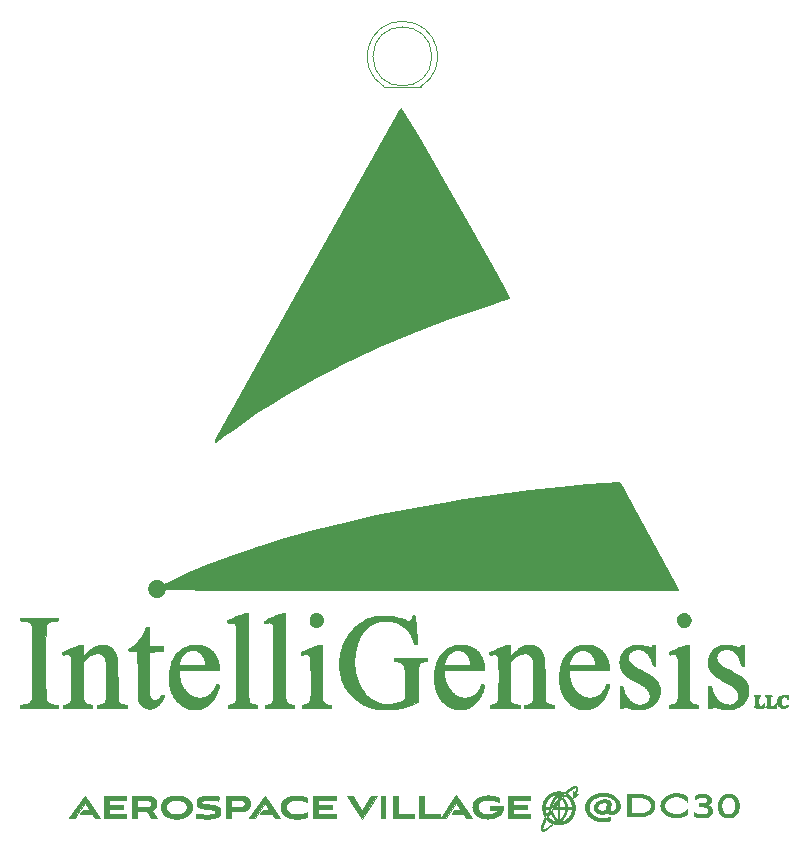
<source format=gbr>
G04 #@! TF.GenerationSoftware,KiCad,Pcbnew,(6.99.0-2452-gdb4f2d9dd8)*
G04 #@! TF.CreationDate,2022-08-02T15:55:00-05:00*
G04 #@! TF.ProjectId,IG,49472e6b-6963-4616-945f-706362585858,rev?*
G04 #@! TF.SameCoordinates,Original*
G04 #@! TF.FileFunction,Legend,Top*
G04 #@! TF.FilePolarity,Positive*
%FSLAX46Y46*%
G04 Gerber Fmt 4.6, Leading zero omitted, Abs format (unit mm)*
G04 Created by KiCad (PCBNEW (6.99.0-2452-gdb4f2d9dd8)) date 2022-08-02 15:55:00*
%MOMM*%
%LPD*%
G01*
G04 APERTURE LIST*
%ADD10C,0.100000*%
%ADD11C,0.019843*%
%ADD12C,1.500000*%
%ADD13C,0.030000*%
%ADD14C,0.015000*%
%ADD15C,0.200000*%
%ADD16C,0.375000*%
%ADD17C,0.120000*%
%ADD18R,1.800000X1.800000*%
%ADD19C,1.800000*%
%ADD20R,1.700000X1.700000*%
%ADD21O,1.700000X1.700000*%
G04 APERTURE END LIST*
D10*
G36*
X194241202Y-93977600D02*
G01*
X194612785Y-93624628D01*
X194699161Y-93544137D01*
X194781770Y-93470503D01*
X194861145Y-93403458D01*
X194937819Y-93342736D01*
X195012326Y-93288070D01*
X195085199Y-93239193D01*
X195156971Y-93195838D01*
X195228176Y-93157739D01*
X195299348Y-93124629D01*
X195371019Y-93096241D01*
X195443722Y-93072308D01*
X195517993Y-93052564D01*
X195594363Y-93036741D01*
X195673366Y-93024573D01*
X195755535Y-93015793D01*
X195841404Y-93010135D01*
X195921990Y-93007984D01*
X195999239Y-93009432D01*
X196073305Y-93014545D01*
X196144345Y-93023395D01*
X196212513Y-93036050D01*
X196277965Y-93052579D01*
X196340856Y-93073053D01*
X196401342Y-93097539D01*
X196459577Y-93126108D01*
X196515718Y-93158828D01*
X196569919Y-93195770D01*
X196622337Y-93237002D01*
X196673125Y-93282594D01*
X196722440Y-93332614D01*
X196770438Y-93387133D01*
X196817272Y-93446219D01*
X196871957Y-93520546D01*
X196920336Y-93591809D01*
X196942298Y-93627247D01*
X196962850Y-93663066D01*
X196982045Y-93699647D01*
X196999938Y-93737374D01*
X197016586Y-93776627D01*
X197032042Y-93817790D01*
X197046363Y-93861244D01*
X197059602Y-93907372D01*
X197071815Y-93956556D01*
X197083057Y-94009178D01*
X197093383Y-94065621D01*
X197102848Y-94126266D01*
X197111507Y-94191495D01*
X197119415Y-94261692D01*
X197126628Y-94337237D01*
X197133199Y-94418514D01*
X197144640Y-94599791D01*
X197154177Y-94808578D01*
X197162252Y-95047935D01*
X197169305Y-95320919D01*
X197182103Y-95979996D01*
X197213002Y-97766702D01*
X197335541Y-97897037D01*
X197351775Y-97913472D01*
X197368725Y-97928991D01*
X197386432Y-97943610D01*
X197404936Y-97957348D01*
X197424278Y-97970223D01*
X197444497Y-97982252D01*
X197465634Y-97993453D01*
X197487730Y-98003844D01*
X197510825Y-98013444D01*
X197534958Y-98022269D01*
X197560171Y-98030338D01*
X197586504Y-98037668D01*
X197613997Y-98044278D01*
X197642691Y-98050186D01*
X197672625Y-98055408D01*
X197703841Y-98059964D01*
X197742123Y-98065238D01*
X197776287Y-98070424D01*
X197806563Y-98075662D01*
X197833176Y-98081094D01*
X197856354Y-98086863D01*
X197876325Y-98093109D01*
X197893315Y-98099975D01*
X197900764Y-98103685D01*
X197907552Y-98107602D01*
X197913709Y-98111745D01*
X197919263Y-98116132D01*
X197924242Y-98120780D01*
X197928675Y-98125706D01*
X197932590Y-98130929D01*
X197936016Y-98136467D01*
X197938981Y-98142336D01*
X197941513Y-98148555D01*
X197945392Y-98162113D01*
X197947882Y-98177283D01*
X197949209Y-98194205D01*
X197949601Y-98213022D01*
X197949601Y-98333468D01*
X195409598Y-98333468D01*
X195409598Y-98207144D01*
X195409895Y-98187995D01*
X195410867Y-98170809D01*
X195411644Y-98162922D01*
X195412636Y-98155487D01*
X195413857Y-98148494D01*
X195415324Y-98141929D01*
X195417050Y-98135779D01*
X195419052Y-98130032D01*
X195421345Y-98124676D01*
X195423943Y-98119698D01*
X195426863Y-98115085D01*
X195430119Y-98110825D01*
X195433727Y-98106905D01*
X195437701Y-98103313D01*
X195442058Y-98100036D01*
X195446812Y-98097061D01*
X195451979Y-98094377D01*
X195457574Y-98091969D01*
X195463611Y-98089827D01*
X195470107Y-98087936D01*
X195477077Y-98086286D01*
X195484535Y-98084862D01*
X195492498Y-98083653D01*
X195500980Y-98082646D01*
X195519562Y-98081188D01*
X195540404Y-98080387D01*
X195563629Y-98080142D01*
X195580243Y-98079756D01*
X195598204Y-98078624D01*
X195617340Y-98076783D01*
X195637482Y-98074272D01*
X195658460Y-98071129D01*
X195680102Y-98067392D01*
X195724702Y-98058291D01*
X195769919Y-98047272D01*
X195814392Y-98034643D01*
X195835924Y-98027820D01*
X195856759Y-98020709D01*
X195876728Y-98013347D01*
X195895659Y-98005774D01*
X195923732Y-97993708D01*
X195950156Y-97981484D01*
X195974979Y-97968811D01*
X195998252Y-97955404D01*
X196020024Y-97940974D01*
X196040345Y-97925234D01*
X196059264Y-97907895D01*
X196076830Y-97888670D01*
X196093094Y-97867272D01*
X196108105Y-97843412D01*
X196121912Y-97816802D01*
X196134565Y-97787155D01*
X196146114Y-97754184D01*
X196156608Y-97717600D01*
X196166096Y-97677115D01*
X196174629Y-97632442D01*
X196182255Y-97583294D01*
X196189025Y-97529381D01*
X196194988Y-97470418D01*
X196200193Y-97406115D01*
X196204690Y-97336185D01*
X196208528Y-97260340D01*
X196211758Y-97178293D01*
X196214429Y-97089756D01*
X196218291Y-96892060D01*
X196220510Y-96664949D01*
X196221483Y-96406123D01*
X196221607Y-96113278D01*
X196219135Y-95548830D01*
X196210959Y-95098259D01*
X196194928Y-94745655D01*
X196183295Y-94601119D01*
X196168890Y-94475108D01*
X196151447Y-94365633D01*
X196130695Y-94270705D01*
X196106365Y-94188336D01*
X196078189Y-94116537D01*
X196045898Y-94053318D01*
X196009223Y-93996691D01*
X195967894Y-93944667D01*
X195921644Y-93895257D01*
X195896083Y-93870129D01*
X195872279Y-93847781D01*
X195849783Y-93828058D01*
X195828146Y-93810805D01*
X195817509Y-93803056D01*
X195806918Y-93795866D01*
X195796318Y-93789216D01*
X195785651Y-93783086D01*
X195774863Y-93777457D01*
X195763896Y-93772310D01*
X195752695Y-93767626D01*
X195741203Y-93763384D01*
X195729364Y-93759565D01*
X195717123Y-93756151D01*
X195704422Y-93753121D01*
X195691207Y-93750456D01*
X195677420Y-93748138D01*
X195663006Y-93746146D01*
X195632071Y-93743063D01*
X195597953Y-93741053D01*
X195560202Y-93739961D01*
X195518370Y-93739632D01*
X195472008Y-93739911D01*
X195406816Y-93742114D01*
X195343105Y-93747442D01*
X195280662Y-93755993D01*
X195219276Y-93767866D01*
X195158735Y-93783161D01*
X195098828Y-93801977D01*
X195039341Y-93824413D01*
X194980065Y-93850568D01*
X194920786Y-93880542D01*
X194861294Y-93914433D01*
X194801375Y-93952341D01*
X194740820Y-93994364D01*
X194679414Y-94040603D01*
X194616948Y-94091157D01*
X194553209Y-94146123D01*
X194487985Y-94205603D01*
X194241200Y-94436444D01*
X194241200Y-96005923D01*
X194242670Y-96650648D01*
X194251438Y-97138429D01*
X194260602Y-97330681D01*
X194274041Y-97492357D01*
X194292573Y-97626341D01*
X194317015Y-97735520D01*
X194348184Y-97822781D01*
X194386897Y-97891010D01*
X194409337Y-97918890D01*
X194433970Y-97943093D01*
X194490222Y-97981916D01*
X194556469Y-98010366D01*
X194633528Y-98031328D01*
X194823352Y-98062335D01*
X194858853Y-98067404D01*
X194890600Y-98072442D01*
X194918796Y-98077581D01*
X194943641Y-98082954D01*
X194965339Y-98088694D01*
X194984091Y-98094934D01*
X195000099Y-98101807D01*
X195007137Y-98105522D01*
X195013565Y-98109445D01*
X195019408Y-98113592D01*
X195024690Y-98117981D01*
X195029439Y-98122628D01*
X195033677Y-98127549D01*
X195037432Y-98132761D01*
X195040728Y-98138280D01*
X195043590Y-98144124D01*
X195046044Y-98150308D01*
X195049827Y-98163767D01*
X195052279Y-98178787D01*
X195053602Y-98195503D01*
X195053998Y-98214047D01*
X195053998Y-98334137D01*
X192564801Y-98334137D01*
X192564805Y-98206668D01*
X192565111Y-98188019D01*
X192566093Y-98171202D01*
X192567847Y-98156127D01*
X192569044Y-98149217D01*
X192570469Y-98142709D01*
X192572135Y-98136593D01*
X192574054Y-98130858D01*
X192576238Y-98125494D01*
X192578699Y-98120488D01*
X192581448Y-98115831D01*
X192584499Y-98111511D01*
X192587862Y-98107517D01*
X192591550Y-98103838D01*
X192595574Y-98100464D01*
X192599948Y-98097383D01*
X192604682Y-98094584D01*
X192609789Y-98092057D01*
X192615281Y-98089791D01*
X192621169Y-98087774D01*
X192627466Y-98085995D01*
X192634183Y-98084444D01*
X192641334Y-98083110D01*
X192648929Y-98081981D01*
X192665500Y-98080297D01*
X192683994Y-98079305D01*
X192704506Y-98078915D01*
X192744009Y-98077444D01*
X192782476Y-98073497D01*
X192819861Y-98067104D01*
X192856120Y-98058293D01*
X192891208Y-98047092D01*
X192925080Y-98033528D01*
X192957690Y-98017630D01*
X192988995Y-97999426D01*
X193018949Y-97978944D01*
X193047506Y-97956213D01*
X193074624Y-97931259D01*
X193100255Y-97904113D01*
X193124356Y-97874801D01*
X193146881Y-97843352D01*
X193167786Y-97809794D01*
X193187025Y-97774155D01*
X193201075Y-97743739D01*
X193213582Y-97710488D01*
X193219283Y-97692226D01*
X193224632Y-97672567D01*
X193229638Y-97651283D01*
X193234313Y-97628144D01*
X193242713Y-97575386D01*
X193249921Y-97512459D01*
X193256022Y-97437531D01*
X193261106Y-97348768D01*
X193265259Y-97244338D01*
X193268569Y-97122408D01*
X193271125Y-96981143D01*
X193273013Y-96818712D01*
X193275137Y-96423018D01*
X193275644Y-95920660D01*
X193271767Y-95240598D01*
X193261067Y-94670992D01*
X193244936Y-94261517D01*
X193235269Y-94132351D01*
X193224768Y-94061847D01*
X193218391Y-94040343D01*
X193211458Y-94019743D01*
X193203968Y-94000048D01*
X193195920Y-93981256D01*
X193187312Y-93963366D01*
X193178144Y-93946380D01*
X193168415Y-93930295D01*
X193158123Y-93915111D01*
X193147268Y-93900828D01*
X193135848Y-93887446D01*
X193123863Y-93874963D01*
X193111311Y-93863379D01*
X193098192Y-93852695D01*
X193084504Y-93842908D01*
X193070246Y-93834019D01*
X193055418Y-93826028D01*
X193040017Y-93818933D01*
X193024044Y-93812734D01*
X193007497Y-93807431D01*
X192990375Y-93803022D01*
X192972677Y-93799509D01*
X192954402Y-93796889D01*
X192935549Y-93795163D01*
X192916117Y-93794331D01*
X192896104Y-93794390D01*
X192875511Y-93795342D01*
X192854335Y-93797185D01*
X192832576Y-93799919D01*
X192810232Y-93803543D01*
X192787303Y-93808058D01*
X192763788Y-93813461D01*
X192739685Y-93819754D01*
X192703808Y-93828728D01*
X192670395Y-93835163D01*
X192639472Y-93839076D01*
X192624953Y-93840090D01*
X192611066Y-93840480D01*
X192597815Y-93840247D01*
X192585202Y-93839392D01*
X192573232Y-93837918D01*
X192561907Y-93835826D01*
X192551231Y-93833119D01*
X192541206Y-93829799D01*
X192531837Y-93825866D01*
X192523127Y-93821324D01*
X192515078Y-93816174D01*
X192507694Y-93810418D01*
X192500978Y-93804058D01*
X192494934Y-93797095D01*
X192489564Y-93789533D01*
X192484872Y-93781372D01*
X192480862Y-93772615D01*
X192477537Y-93763263D01*
X192474899Y-93753318D01*
X192472952Y-93742783D01*
X192471700Y-93731659D01*
X192471145Y-93719948D01*
X192471291Y-93707652D01*
X192472141Y-93694773D01*
X192473699Y-93681312D01*
X192475967Y-93667273D01*
X192481449Y-93657255D01*
X192494418Y-93644620D01*
X192540975Y-93612266D01*
X192611945Y-93571748D01*
X192703636Y-93524602D01*
X192934411Y-93416575D01*
X193203760Y-93300478D01*
X193482144Y-93188607D01*
X193740022Y-93093256D01*
X193852041Y-93055617D01*
X193947855Y-93026719D01*
X194023773Y-93008098D01*
X194076103Y-93001291D01*
X194241202Y-92999487D01*
X194241202Y-93977600D01*
G37*
X194241202Y-93977600D02*
X194612785Y-93624628D01*
X194699161Y-93544137D01*
X194781770Y-93470503D01*
X194861145Y-93403458D01*
X194937819Y-93342736D01*
X195012326Y-93288070D01*
X195085199Y-93239193D01*
X195156971Y-93195838D01*
X195228176Y-93157739D01*
X195299348Y-93124629D01*
X195371019Y-93096241D01*
X195443722Y-93072308D01*
X195517993Y-93052564D01*
X195594363Y-93036741D01*
X195673366Y-93024573D01*
X195755535Y-93015793D01*
X195841404Y-93010135D01*
X195921990Y-93007984D01*
X195999239Y-93009432D01*
X196073305Y-93014545D01*
X196144345Y-93023395D01*
X196212513Y-93036050D01*
X196277965Y-93052579D01*
X196340856Y-93073053D01*
X196401342Y-93097539D01*
X196459577Y-93126108D01*
X196515718Y-93158828D01*
X196569919Y-93195770D01*
X196622337Y-93237002D01*
X196673125Y-93282594D01*
X196722440Y-93332614D01*
X196770438Y-93387133D01*
X196817272Y-93446219D01*
X196871957Y-93520546D01*
X196920336Y-93591809D01*
X196942298Y-93627247D01*
X196962850Y-93663066D01*
X196982045Y-93699647D01*
X196999938Y-93737374D01*
X197016586Y-93776627D01*
X197032042Y-93817790D01*
X197046363Y-93861244D01*
X197059602Y-93907372D01*
X197071815Y-93956556D01*
X197083057Y-94009178D01*
X197093383Y-94065621D01*
X197102848Y-94126266D01*
X197111507Y-94191495D01*
X197119415Y-94261692D01*
X197126628Y-94337237D01*
X197133199Y-94418514D01*
X197144640Y-94599791D01*
X197154177Y-94808578D01*
X197162252Y-95047935D01*
X197169305Y-95320919D01*
X197182103Y-95979996D01*
X197213002Y-97766702D01*
X197335541Y-97897037D01*
X197351775Y-97913472D01*
X197368725Y-97928991D01*
X197386432Y-97943610D01*
X197404936Y-97957348D01*
X197424278Y-97970223D01*
X197444497Y-97982252D01*
X197465634Y-97993453D01*
X197487730Y-98003844D01*
X197510825Y-98013444D01*
X197534958Y-98022269D01*
X197560171Y-98030338D01*
X197586504Y-98037668D01*
X197613997Y-98044278D01*
X197642691Y-98050186D01*
X197672625Y-98055408D01*
X197703841Y-98059964D01*
X197742123Y-98065238D01*
X197776287Y-98070424D01*
X197806563Y-98075662D01*
X197833176Y-98081094D01*
X197856354Y-98086863D01*
X197876325Y-98093109D01*
X197893315Y-98099975D01*
X197900764Y-98103685D01*
X197907552Y-98107602D01*
X197913709Y-98111745D01*
X197919263Y-98116132D01*
X197924242Y-98120780D01*
X197928675Y-98125706D01*
X197932590Y-98130929D01*
X197936016Y-98136467D01*
X197938981Y-98142336D01*
X197941513Y-98148555D01*
X197945392Y-98162113D01*
X197947882Y-98177283D01*
X197949209Y-98194205D01*
X197949601Y-98213022D01*
X197949601Y-98333468D01*
X195409598Y-98333468D01*
X195409598Y-98207144D01*
X195409895Y-98187995D01*
X195410867Y-98170809D01*
X195411644Y-98162922D01*
X195412636Y-98155487D01*
X195413857Y-98148494D01*
X195415324Y-98141929D01*
X195417050Y-98135779D01*
X195419052Y-98130032D01*
X195421345Y-98124676D01*
X195423943Y-98119698D01*
X195426863Y-98115085D01*
X195430119Y-98110825D01*
X195433727Y-98106905D01*
X195437701Y-98103313D01*
X195442058Y-98100036D01*
X195446812Y-98097061D01*
X195451979Y-98094377D01*
X195457574Y-98091969D01*
X195463611Y-98089827D01*
X195470107Y-98087936D01*
X195477077Y-98086286D01*
X195484535Y-98084862D01*
X195492498Y-98083653D01*
X195500980Y-98082646D01*
X195519562Y-98081188D01*
X195540404Y-98080387D01*
X195563629Y-98080142D01*
X195580243Y-98079756D01*
X195598204Y-98078624D01*
X195617340Y-98076783D01*
X195637482Y-98074272D01*
X195658460Y-98071129D01*
X195680102Y-98067392D01*
X195724702Y-98058291D01*
X195769919Y-98047272D01*
X195814392Y-98034643D01*
X195835924Y-98027820D01*
X195856759Y-98020709D01*
X195876728Y-98013347D01*
X195895659Y-98005774D01*
X195923732Y-97993708D01*
X195950156Y-97981484D01*
X195974979Y-97968811D01*
X195998252Y-97955404D01*
X196020024Y-97940974D01*
X196040345Y-97925234D01*
X196059264Y-97907895D01*
X196076830Y-97888670D01*
X196093094Y-97867272D01*
X196108105Y-97843412D01*
X196121912Y-97816802D01*
X196134565Y-97787155D01*
X196146114Y-97754184D01*
X196156608Y-97717600D01*
X196166096Y-97677115D01*
X196174629Y-97632442D01*
X196182255Y-97583294D01*
X196189025Y-97529381D01*
X196194988Y-97470418D01*
X196200193Y-97406115D01*
X196204690Y-97336185D01*
X196208528Y-97260340D01*
X196211758Y-97178293D01*
X196214429Y-97089756D01*
X196218291Y-96892060D01*
X196220510Y-96664949D01*
X196221483Y-96406123D01*
X196221607Y-96113278D01*
X196219135Y-95548830D01*
X196210959Y-95098259D01*
X196194928Y-94745655D01*
X196183295Y-94601119D01*
X196168890Y-94475108D01*
X196151447Y-94365633D01*
X196130695Y-94270705D01*
X196106365Y-94188336D01*
X196078189Y-94116537D01*
X196045898Y-94053318D01*
X196009223Y-93996691D01*
X195967894Y-93944667D01*
X195921644Y-93895257D01*
X195896083Y-93870129D01*
X195872279Y-93847781D01*
X195849783Y-93828058D01*
X195828146Y-93810805D01*
X195817509Y-93803056D01*
X195806918Y-93795866D01*
X195796318Y-93789216D01*
X195785651Y-93783086D01*
X195774863Y-93777457D01*
X195763896Y-93772310D01*
X195752695Y-93767626D01*
X195741203Y-93763384D01*
X195729364Y-93759565D01*
X195717123Y-93756151D01*
X195704422Y-93753121D01*
X195691207Y-93750456D01*
X195677420Y-93748138D01*
X195663006Y-93746146D01*
X195632071Y-93743063D01*
X195597953Y-93741053D01*
X195560202Y-93739961D01*
X195518370Y-93739632D01*
X195472008Y-93739911D01*
X195406816Y-93742114D01*
X195343105Y-93747442D01*
X195280662Y-93755993D01*
X195219276Y-93767866D01*
X195158735Y-93783161D01*
X195098828Y-93801977D01*
X195039341Y-93824413D01*
X194980065Y-93850568D01*
X194920786Y-93880542D01*
X194861294Y-93914433D01*
X194801375Y-93952341D01*
X194740820Y-93994364D01*
X194679414Y-94040603D01*
X194616948Y-94091157D01*
X194553209Y-94146123D01*
X194487985Y-94205603D01*
X194241200Y-94436444D01*
X194241200Y-96005923D01*
X194242670Y-96650648D01*
X194251438Y-97138429D01*
X194260602Y-97330681D01*
X194274041Y-97492357D01*
X194292573Y-97626341D01*
X194317015Y-97735520D01*
X194348184Y-97822781D01*
X194386897Y-97891010D01*
X194409337Y-97918890D01*
X194433970Y-97943093D01*
X194490222Y-97981916D01*
X194556469Y-98010366D01*
X194633528Y-98031328D01*
X194823352Y-98062335D01*
X194858853Y-98067404D01*
X194890600Y-98072442D01*
X194918796Y-98077581D01*
X194943641Y-98082954D01*
X194965339Y-98088694D01*
X194984091Y-98094934D01*
X195000099Y-98101807D01*
X195007137Y-98105522D01*
X195013565Y-98109445D01*
X195019408Y-98113592D01*
X195024690Y-98117981D01*
X195029439Y-98122628D01*
X195033677Y-98127549D01*
X195037432Y-98132761D01*
X195040728Y-98138280D01*
X195043590Y-98144124D01*
X195046044Y-98150308D01*
X195049827Y-98163767D01*
X195052279Y-98178787D01*
X195053602Y-98195503D01*
X195053998Y-98214047D01*
X195053998Y-98334137D01*
X192564801Y-98334137D01*
X192564805Y-98206668D01*
X192565111Y-98188019D01*
X192566093Y-98171202D01*
X192567847Y-98156127D01*
X192569044Y-98149217D01*
X192570469Y-98142709D01*
X192572135Y-98136593D01*
X192574054Y-98130858D01*
X192576238Y-98125494D01*
X192578699Y-98120488D01*
X192581448Y-98115831D01*
X192584499Y-98111511D01*
X192587862Y-98107517D01*
X192591550Y-98103838D01*
X192595574Y-98100464D01*
X192599948Y-98097383D01*
X192604682Y-98094584D01*
X192609789Y-98092057D01*
X192615281Y-98089791D01*
X192621169Y-98087774D01*
X192627466Y-98085995D01*
X192634183Y-98084444D01*
X192641334Y-98083110D01*
X192648929Y-98081981D01*
X192665500Y-98080297D01*
X192683994Y-98079305D01*
X192704506Y-98078915D01*
X192744009Y-98077444D01*
X192782476Y-98073497D01*
X192819861Y-98067104D01*
X192856120Y-98058293D01*
X192891208Y-98047092D01*
X192925080Y-98033528D01*
X192957690Y-98017630D01*
X192988995Y-97999426D01*
X193018949Y-97978944D01*
X193047506Y-97956213D01*
X193074624Y-97931259D01*
X193100255Y-97904113D01*
X193124356Y-97874801D01*
X193146881Y-97843352D01*
X193167786Y-97809794D01*
X193187025Y-97774155D01*
X193201075Y-97743739D01*
X193213582Y-97710488D01*
X193219283Y-97692226D01*
X193224632Y-97672567D01*
X193229638Y-97651283D01*
X193234313Y-97628144D01*
X193242713Y-97575386D01*
X193249921Y-97512459D01*
X193256022Y-97437531D01*
X193261106Y-97348768D01*
X193265259Y-97244338D01*
X193268569Y-97122408D01*
X193271125Y-96981143D01*
X193273013Y-96818712D01*
X193275137Y-96423018D01*
X193275644Y-95920660D01*
X193271767Y-95240598D01*
X193261067Y-94670992D01*
X193244936Y-94261517D01*
X193235269Y-94132351D01*
X193224768Y-94061847D01*
X193218391Y-94040343D01*
X193211458Y-94019743D01*
X193203968Y-94000048D01*
X193195920Y-93981256D01*
X193187312Y-93963366D01*
X193178144Y-93946380D01*
X193168415Y-93930295D01*
X193158123Y-93915111D01*
X193147268Y-93900828D01*
X193135848Y-93887446D01*
X193123863Y-93874963D01*
X193111311Y-93863379D01*
X193098192Y-93852695D01*
X193084504Y-93842908D01*
X193070246Y-93834019D01*
X193055418Y-93826028D01*
X193040017Y-93818933D01*
X193024044Y-93812734D01*
X193007497Y-93807431D01*
X192990375Y-93803022D01*
X192972677Y-93799509D01*
X192954402Y-93796889D01*
X192935549Y-93795163D01*
X192916117Y-93794331D01*
X192896104Y-93794390D01*
X192875511Y-93795342D01*
X192854335Y-93797185D01*
X192832576Y-93799919D01*
X192810232Y-93803543D01*
X192787303Y-93808058D01*
X192763788Y-93813461D01*
X192739685Y-93819754D01*
X192703808Y-93828728D01*
X192670395Y-93835163D01*
X192639472Y-93839076D01*
X192624953Y-93840090D01*
X192611066Y-93840480D01*
X192597815Y-93840247D01*
X192585202Y-93839392D01*
X192573232Y-93837918D01*
X192561907Y-93835826D01*
X192551231Y-93833119D01*
X192541206Y-93829799D01*
X192531837Y-93825866D01*
X192523127Y-93821324D01*
X192515078Y-93816174D01*
X192507694Y-93810418D01*
X192500978Y-93804058D01*
X192494934Y-93797095D01*
X192489564Y-93789533D01*
X192484872Y-93781372D01*
X192480862Y-93772615D01*
X192477537Y-93763263D01*
X192474899Y-93753318D01*
X192472952Y-93742783D01*
X192471700Y-93731659D01*
X192471145Y-93719948D01*
X192471291Y-93707652D01*
X192472141Y-93694773D01*
X192473699Y-93681312D01*
X192475967Y-93667273D01*
X192481449Y-93657255D01*
X192494418Y-93644620D01*
X192540975Y-93612266D01*
X192611945Y-93571748D01*
X192703636Y-93524602D01*
X192934411Y-93416575D01*
X193203760Y-93300478D01*
X193482144Y-93188607D01*
X193740022Y-93093256D01*
X193852041Y-93055617D01*
X193947855Y-93026719D01*
X194023773Y-93008098D01*
X194076103Y-93001291D01*
X194241202Y-92999487D01*
X194241202Y-93977600D01*
D11*
X233362714Y-106646532D02*
X233356462Y-106696919D01*
X233680136Y-105999736D02*
X233647535Y-106034895D01*
D10*
G36*
X245600000Y-97658588D02*
G01*
X245715846Y-97831192D01*
X245732879Y-97855787D01*
X245749688Y-97878365D01*
X245766469Y-97899046D01*
X245783419Y-97917952D01*
X245800733Y-97935204D01*
X245809588Y-97943247D01*
X245818609Y-97950922D01*
X245827819Y-97958244D01*
X245837242Y-97965229D01*
X245846904Y-97971890D01*
X245856830Y-97978244D01*
X245867043Y-97984305D01*
X245877568Y-97990089D01*
X245888430Y-97995611D01*
X245899653Y-98000886D01*
X245923281Y-98010755D01*
X245948649Y-98019818D01*
X245975953Y-98028195D01*
X246005390Y-98036007D01*
X246037155Y-98043377D01*
X246071446Y-98050424D01*
X246107750Y-98057707D01*
X246140306Y-98064771D01*
X246169309Y-98071751D01*
X246194952Y-98078779D01*
X246217429Y-98085989D01*
X246236935Y-98093516D01*
X246253663Y-98101491D01*
X246267807Y-98110050D01*
X246273970Y-98114590D01*
X246279560Y-98119325D01*
X246284601Y-98124273D01*
X246289118Y-98129450D01*
X246293134Y-98134873D01*
X246296673Y-98140559D01*
X246299760Y-98146524D01*
X246302420Y-98152785D01*
X246306552Y-98166261D01*
X246309263Y-98181122D01*
X246310748Y-98197500D01*
X246311200Y-98215530D01*
X246311200Y-98334009D01*
X243872803Y-98334009D01*
X243872803Y-98216272D01*
X243873257Y-98198093D01*
X243873867Y-98189657D01*
X243874772Y-98181633D01*
X243875998Y-98174002D01*
X243877575Y-98166747D01*
X243879531Y-98159850D01*
X243881895Y-98153292D01*
X243884695Y-98147057D01*
X243887960Y-98141125D01*
X243891717Y-98135479D01*
X243895997Y-98130101D01*
X243900826Y-98124973D01*
X243906235Y-98120077D01*
X243912250Y-98115395D01*
X243918901Y-98110910D01*
X243926216Y-98106602D01*
X243934224Y-98102455D01*
X243942953Y-98098450D01*
X243952432Y-98094570D01*
X243962689Y-98090796D01*
X243973752Y-98087111D01*
X243985651Y-98083496D01*
X243998413Y-98079934D01*
X244026643Y-98072895D01*
X244058669Y-98065851D01*
X244094720Y-98058659D01*
X244135023Y-98051175D01*
X244170773Y-98044344D01*
X244204181Y-98037168D01*
X244235387Y-98029576D01*
X244264527Y-98021496D01*
X244291741Y-98012857D01*
X244317165Y-98003588D01*
X244340938Y-97993616D01*
X244363197Y-97982871D01*
X244384081Y-97971280D01*
X244403727Y-97958773D01*
X244422272Y-97945278D01*
X244439856Y-97930724D01*
X244456615Y-97915038D01*
X244472688Y-97898150D01*
X244488213Y-97879988D01*
X244503326Y-97860480D01*
X244521230Y-97835142D01*
X244529387Y-97822314D01*
X244537041Y-97809014D01*
X244544211Y-97794969D01*
X244550916Y-97779904D01*
X244557176Y-97763546D01*
X244563009Y-97745622D01*
X244568436Y-97725856D01*
X244573476Y-97703975D01*
X244578148Y-97679706D01*
X244582471Y-97652774D01*
X244586465Y-97622906D01*
X244590150Y-97589828D01*
X244593544Y-97553266D01*
X244596668Y-97512945D01*
X244599540Y-97468593D01*
X244602179Y-97419936D01*
X244606840Y-97308608D01*
X244610805Y-97176771D01*
X244614229Y-97022235D01*
X244617268Y-96842808D01*
X244620076Y-96636299D01*
X244625622Y-96133273D01*
X244629275Y-95496700D01*
X244627241Y-94934312D01*
X244620094Y-94507056D01*
X244614783Y-94363149D01*
X244608410Y-94275879D01*
X244599058Y-94212602D01*
X244586998Y-94153208D01*
X244572333Y-94097815D01*
X244555167Y-94046540D01*
X244535601Y-93999502D01*
X244513738Y-93956820D01*
X244489682Y-93918611D01*
X244476863Y-93901221D01*
X244463534Y-93884993D01*
X244449708Y-93869943D01*
X244435397Y-93856086D01*
X244420615Y-93843435D01*
X244405374Y-93832006D01*
X244389688Y-93821814D01*
X244373568Y-93812873D01*
X244357028Y-93805198D01*
X244340081Y-93798804D01*
X244322739Y-93793706D01*
X244305015Y-93789918D01*
X244286922Y-93787455D01*
X244268473Y-93786333D01*
X244249681Y-93786565D01*
X244230559Y-93788167D01*
X244211119Y-93791153D01*
X244191374Y-93795538D01*
X244143194Y-93807423D01*
X244099384Y-93817252D01*
X244059769Y-93824983D01*
X244024177Y-93830577D01*
X243992432Y-93833994D01*
X243964360Y-93835194D01*
X243939788Y-93834137D01*
X243928760Y-93832750D01*
X243918542Y-93830784D01*
X243909111Y-93828233D01*
X243900447Y-93825093D01*
X243892527Y-93821359D01*
X243885329Y-93817025D01*
X243878832Y-93812088D01*
X243873015Y-93806541D01*
X243867855Y-93800380D01*
X243863330Y-93793599D01*
X243859419Y-93786195D01*
X243856100Y-93778161D01*
X243853351Y-93769493D01*
X243851151Y-93760185D01*
X243848310Y-93739633D01*
X243847401Y-93716464D01*
X243847642Y-93706468D01*
X243848425Y-93696789D01*
X243849836Y-93687376D01*
X243851963Y-93678176D01*
X243854894Y-93669138D01*
X243858718Y-93660210D01*
X243863521Y-93651341D01*
X243869391Y-93642479D01*
X243876417Y-93633572D01*
X243884685Y-93624569D01*
X243894284Y-93615417D01*
X243905302Y-93606066D01*
X243917825Y-93596463D01*
X243931942Y-93586557D01*
X243947741Y-93576296D01*
X243965309Y-93565629D01*
X243984733Y-93554503D01*
X244006103Y-93542867D01*
X244029505Y-93530670D01*
X244055027Y-93517859D01*
X244082757Y-93504383D01*
X244112783Y-93490190D01*
X244180072Y-93459448D01*
X244257597Y-93425219D01*
X244346058Y-93387089D01*
X244446159Y-93344645D01*
X244558601Y-93297473D01*
X244704836Y-93237757D01*
X244847774Y-93182043D01*
X244983821Y-93131552D01*
X245109384Y-93087501D01*
X245220868Y-93051112D01*
X245314678Y-93023604D01*
X245387221Y-93006197D01*
X245414394Y-93001662D01*
X245434903Y-93000110D01*
X245600000Y-93000000D01*
X245600000Y-97658588D01*
G37*
X245600000Y-97658588D02*
X245715846Y-97831192D01*
X245732879Y-97855787D01*
X245749688Y-97878365D01*
X245766469Y-97899046D01*
X245783419Y-97917952D01*
X245800733Y-97935204D01*
X245809588Y-97943247D01*
X245818609Y-97950922D01*
X245827819Y-97958244D01*
X245837242Y-97965229D01*
X245846904Y-97971890D01*
X245856830Y-97978244D01*
X245867043Y-97984305D01*
X245877568Y-97990089D01*
X245888430Y-97995611D01*
X245899653Y-98000886D01*
X245923281Y-98010755D01*
X245948649Y-98019818D01*
X245975953Y-98028195D01*
X246005390Y-98036007D01*
X246037155Y-98043377D01*
X246071446Y-98050424D01*
X246107750Y-98057707D01*
X246140306Y-98064771D01*
X246169309Y-98071751D01*
X246194952Y-98078779D01*
X246217429Y-98085989D01*
X246236935Y-98093516D01*
X246253663Y-98101491D01*
X246267807Y-98110050D01*
X246273970Y-98114590D01*
X246279560Y-98119325D01*
X246284601Y-98124273D01*
X246289118Y-98129450D01*
X246293134Y-98134873D01*
X246296673Y-98140559D01*
X246299760Y-98146524D01*
X246302420Y-98152785D01*
X246306552Y-98166261D01*
X246309263Y-98181122D01*
X246310748Y-98197500D01*
X246311200Y-98215530D01*
X246311200Y-98334009D01*
X243872803Y-98334009D01*
X243872803Y-98216272D01*
X243873257Y-98198093D01*
X243873867Y-98189657D01*
X243874772Y-98181633D01*
X243875998Y-98174002D01*
X243877575Y-98166747D01*
X243879531Y-98159850D01*
X243881895Y-98153292D01*
X243884695Y-98147057D01*
X243887960Y-98141125D01*
X243891717Y-98135479D01*
X243895997Y-98130101D01*
X243900826Y-98124973D01*
X243906235Y-98120077D01*
X243912250Y-98115395D01*
X243918901Y-98110910D01*
X243926216Y-98106602D01*
X243934224Y-98102455D01*
X243942953Y-98098450D01*
X243952432Y-98094570D01*
X243962689Y-98090796D01*
X243973752Y-98087111D01*
X243985651Y-98083496D01*
X243998413Y-98079934D01*
X244026643Y-98072895D01*
X244058669Y-98065851D01*
X244094720Y-98058659D01*
X244135023Y-98051175D01*
X244170773Y-98044344D01*
X244204181Y-98037168D01*
X244235387Y-98029576D01*
X244264527Y-98021496D01*
X244291741Y-98012857D01*
X244317165Y-98003588D01*
X244340938Y-97993616D01*
X244363197Y-97982871D01*
X244384081Y-97971280D01*
X244403727Y-97958773D01*
X244422272Y-97945278D01*
X244439856Y-97930724D01*
X244456615Y-97915038D01*
X244472688Y-97898150D01*
X244488213Y-97879988D01*
X244503326Y-97860480D01*
X244521230Y-97835142D01*
X244529387Y-97822314D01*
X244537041Y-97809014D01*
X244544211Y-97794969D01*
X244550916Y-97779904D01*
X244557176Y-97763546D01*
X244563009Y-97745622D01*
X244568436Y-97725856D01*
X244573476Y-97703975D01*
X244578148Y-97679706D01*
X244582471Y-97652774D01*
X244586465Y-97622906D01*
X244590150Y-97589828D01*
X244593544Y-97553266D01*
X244596668Y-97512945D01*
X244599540Y-97468593D01*
X244602179Y-97419936D01*
X244606840Y-97308608D01*
X244610805Y-97176771D01*
X244614229Y-97022235D01*
X244617268Y-96842808D01*
X244620076Y-96636299D01*
X244625622Y-96133273D01*
X244629275Y-95496700D01*
X244627241Y-94934312D01*
X244620094Y-94507056D01*
X244614783Y-94363149D01*
X244608410Y-94275879D01*
X244599058Y-94212602D01*
X244586998Y-94153208D01*
X244572333Y-94097815D01*
X244555167Y-94046540D01*
X244535601Y-93999502D01*
X244513738Y-93956820D01*
X244489682Y-93918611D01*
X244476863Y-93901221D01*
X244463534Y-93884993D01*
X244449708Y-93869943D01*
X244435397Y-93856086D01*
X244420615Y-93843435D01*
X244405374Y-93832006D01*
X244389688Y-93821814D01*
X244373568Y-93812873D01*
X244357028Y-93805198D01*
X244340081Y-93798804D01*
X244322739Y-93793706D01*
X244305015Y-93789918D01*
X244286922Y-93787455D01*
X244268473Y-93786333D01*
X244249681Y-93786565D01*
X244230559Y-93788167D01*
X244211119Y-93791153D01*
X244191374Y-93795538D01*
X244143194Y-93807423D01*
X244099384Y-93817252D01*
X244059769Y-93824983D01*
X244024177Y-93830577D01*
X243992432Y-93833994D01*
X243964360Y-93835194D01*
X243939788Y-93834137D01*
X243928760Y-93832750D01*
X243918542Y-93830784D01*
X243909111Y-93828233D01*
X243900447Y-93825093D01*
X243892527Y-93821359D01*
X243885329Y-93817025D01*
X243878832Y-93812088D01*
X243873015Y-93806541D01*
X243867855Y-93800380D01*
X243863330Y-93793599D01*
X243859419Y-93786195D01*
X243856100Y-93778161D01*
X243853351Y-93769493D01*
X243851151Y-93760185D01*
X243848310Y-93739633D01*
X243847401Y-93716464D01*
X243847642Y-93706468D01*
X243848425Y-93696789D01*
X243849836Y-93687376D01*
X243851963Y-93678176D01*
X243854894Y-93669138D01*
X243858718Y-93660210D01*
X243863521Y-93651341D01*
X243869391Y-93642479D01*
X243876417Y-93633572D01*
X243884685Y-93624569D01*
X243894284Y-93615417D01*
X243905302Y-93606066D01*
X243917825Y-93596463D01*
X243931942Y-93586557D01*
X243947741Y-93576296D01*
X243965309Y-93565629D01*
X243984733Y-93554503D01*
X244006103Y-93542867D01*
X244029505Y-93530670D01*
X244055027Y-93517859D01*
X244082757Y-93504383D01*
X244112783Y-93490190D01*
X244180072Y-93459448D01*
X244257597Y-93425219D01*
X244346058Y-93387089D01*
X244446159Y-93344645D01*
X244558601Y-93297473D01*
X244704836Y-93237757D01*
X244847774Y-93182043D01*
X244983821Y-93131552D01*
X245109384Y-93087501D01*
X245220868Y-93051112D01*
X245314678Y-93023604D01*
X245387221Y-93006197D01*
X245414394Y-93001662D01*
X245434903Y-93000110D01*
X245600000Y-93000000D01*
X245600000Y-97658588D01*
D11*
X235371907Y-107607860D02*
X235403073Y-107571365D01*
X233971335Y-107483811D02*
X233936044Y-107414867D01*
X235028315Y-106469631D02*
X235003649Y-106402673D01*
X233786093Y-107740029D02*
X233863066Y-107797186D01*
X233991154Y-106471135D02*
X233970178Y-106538969D01*
X235172561Y-107199584D02*
X235146821Y-107272665D01*
X234805949Y-105685026D02*
X234758072Y-105673350D01*
X235577302Y-106360432D02*
X235557466Y-106315876D01*
X234074975Y-106273409D02*
X234043883Y-106338334D01*
X235372031Y-106034970D02*
X235305450Y-105966039D01*
X234798400Y-107865219D02*
X234709250Y-107979062D01*
X233795167Y-106669944D02*
X233807772Y-106593101D01*
X235648398Y-107045915D02*
X235656728Y-106996223D01*
X234437192Y-107905441D02*
X234437192Y-106894799D01*
X234975611Y-106336775D02*
X234944531Y-106271942D01*
X234048828Y-107617263D02*
X234009052Y-107551291D01*
X234709448Y-105663693D02*
X234798533Y-105777527D01*
D10*
G36*
X201726706Y-94514309D02*
G01*
X201793326Y-94340910D01*
X201870240Y-94177460D01*
X201957488Y-94023879D01*
X202055111Y-93880088D01*
X202163151Y-93746010D01*
X202281648Y-93621565D01*
X202410642Y-93506674D01*
X202550176Y-93401258D01*
X202700289Y-93305238D01*
X202861023Y-93218536D01*
X202975756Y-93163281D01*
X203027096Y-93139983D01*
X203075403Y-93119324D01*
X203121412Y-93101114D01*
X203165863Y-93085167D01*
X203209491Y-93071297D01*
X203253036Y-93059316D01*
X203297233Y-93049036D01*
X203342821Y-93040272D01*
X203390537Y-93032835D01*
X203441119Y-93026539D01*
X203495303Y-93021196D01*
X203553827Y-93016620D01*
X203686847Y-93009018D01*
X203795091Y-93005922D01*
X203901014Y-93007067D01*
X204004566Y-93012412D01*
X204105696Y-93021912D01*
X204204356Y-93035525D01*
X204300495Y-93053208D01*
X204394064Y-93074917D01*
X204485014Y-93100609D01*
X204573294Y-93130242D01*
X204658855Y-93163772D01*
X204741648Y-93201156D01*
X204821621Y-93242351D01*
X204898727Y-93287314D01*
X204972915Y-93336003D01*
X205044136Y-93388373D01*
X205112340Y-93444382D01*
X205177476Y-93503987D01*
X205239497Y-93567144D01*
X205298351Y-93633811D01*
X205353990Y-93703945D01*
X205406363Y-93777502D01*
X205455421Y-93854439D01*
X205501114Y-93934714D01*
X205543392Y-94018282D01*
X205582207Y-94105102D01*
X205617508Y-94195131D01*
X205649245Y-94288324D01*
X205677369Y-94384639D01*
X205701831Y-94484032D01*
X205722579Y-94586462D01*
X205739566Y-94691884D01*
X205752741Y-94800256D01*
X205786840Y-95133032D01*
X202369208Y-95133032D01*
X202369989Y-95374338D01*
X202371553Y-95435122D01*
X202375784Y-95499902D01*
X202382530Y-95568034D01*
X202391636Y-95638874D01*
X202402951Y-95711777D01*
X202416320Y-95786102D01*
X202431591Y-95861203D01*
X202448612Y-95936437D01*
X202467228Y-96011161D01*
X202487287Y-96084731D01*
X202508637Y-96156503D01*
X202531123Y-96225833D01*
X202554594Y-96292078D01*
X202578895Y-96354595D01*
X202603874Y-96412738D01*
X202629378Y-96465866D01*
X202664109Y-96528822D01*
X202704925Y-96593878D01*
X202751178Y-96660401D01*
X202802218Y-96727755D01*
X202857398Y-96795304D01*
X202916069Y-96862415D01*
X202977582Y-96928450D01*
X203041290Y-96992776D01*
X203106543Y-97054757D01*
X203172692Y-97113758D01*
X203239091Y-97169144D01*
X203305089Y-97220280D01*
X203370038Y-97266531D01*
X203433291Y-97307261D01*
X203494198Y-97341836D01*
X203552111Y-97369620D01*
X203623457Y-97398265D01*
X203694977Y-97422947D01*
X203766575Y-97443708D01*
X203838158Y-97460589D01*
X203909629Y-97473632D01*
X203980894Y-97482880D01*
X204051859Y-97488374D01*
X204122429Y-97490157D01*
X204192508Y-97488270D01*
X204262002Y-97482755D01*
X204330817Y-97473655D01*
X204398857Y-97461011D01*
X204466027Y-97444865D01*
X204532233Y-97425260D01*
X204597380Y-97402238D01*
X204661372Y-97375840D01*
X204724116Y-97346108D01*
X204785517Y-97313084D01*
X204845479Y-97276811D01*
X204903908Y-97237331D01*
X204960709Y-97194685D01*
X205015787Y-97148915D01*
X205069047Y-97100064D01*
X205120395Y-97048173D01*
X205169735Y-96993285D01*
X205216973Y-96935441D01*
X205262015Y-96874683D01*
X205304764Y-96811054D01*
X205345127Y-96744595D01*
X205383009Y-96675349D01*
X205418314Y-96603357D01*
X205450949Y-96528662D01*
X205468986Y-96486335D01*
X205486432Y-96448630D01*
X205503381Y-96415494D01*
X205519926Y-96386875D01*
X205528076Y-96374242D01*
X205536160Y-96362719D01*
X205544191Y-96352299D01*
X205552179Y-96342974D01*
X205560136Y-96334740D01*
X205568075Y-96327588D01*
X205576007Y-96321513D01*
X205583943Y-96316507D01*
X205591895Y-96312564D01*
X205599876Y-96309678D01*
X205607896Y-96307842D01*
X205615967Y-96307049D01*
X205624102Y-96307293D01*
X205632312Y-96308567D01*
X205640608Y-96310864D01*
X205649003Y-96314179D01*
X205657508Y-96318504D01*
X205666135Y-96323832D01*
X205674895Y-96330157D01*
X205683800Y-96337473D01*
X205692863Y-96345773D01*
X205702094Y-96355051D01*
X205721110Y-96376510D01*
X205732936Y-96395061D01*
X205741492Y-96418019D01*
X205746886Y-96445141D01*
X205749228Y-96476181D01*
X205748628Y-96510894D01*
X205745195Y-96549037D01*
X205730269Y-96634630D01*
X205705325Y-96731002D01*
X205671240Y-96836195D01*
X205628890Y-96948252D01*
X205579151Y-97065214D01*
X205522898Y-97185123D01*
X205461009Y-97306023D01*
X205394359Y-97425954D01*
X205323824Y-97542960D01*
X205250280Y-97655082D01*
X205174604Y-97760362D01*
X205097671Y-97856842D01*
X205020358Y-97942566D01*
X204935295Y-98023408D01*
X204842996Y-98098173D01*
X204744161Y-98166686D01*
X204639492Y-98228769D01*
X204529689Y-98284244D01*
X204415451Y-98332934D01*
X204297479Y-98374662D01*
X204176474Y-98409250D01*
X204053135Y-98436522D01*
X203928164Y-98456299D01*
X203802260Y-98468406D01*
X203676125Y-98472663D01*
X203550457Y-98468895D01*
X203425958Y-98456924D01*
X203303328Y-98436572D01*
X203183268Y-98407663D01*
X203183236Y-98407672D01*
X203112868Y-98386868D01*
X203045130Y-98364612D01*
X202979774Y-98340747D01*
X202916552Y-98315119D01*
X202855215Y-98287571D01*
X202795516Y-98257949D01*
X202737206Y-98226097D01*
X202680036Y-98191859D01*
X202623760Y-98155080D01*
X202568127Y-98115605D01*
X202512890Y-98073278D01*
X202457801Y-98027943D01*
X202402612Y-97979446D01*
X202347073Y-97927630D01*
X202290938Y-97872340D01*
X202233957Y-97813422D01*
X202143049Y-97712991D01*
X202059293Y-97611288D01*
X201982517Y-97507803D01*
X201912547Y-97402026D01*
X201849211Y-97293446D01*
X201792335Y-97181551D01*
X201741747Y-97065833D01*
X201697274Y-96945780D01*
X201658742Y-96820881D01*
X201625979Y-96690627D01*
X201598811Y-96554507D01*
X201577067Y-96412009D01*
X201560571Y-96262625D01*
X201549153Y-96105842D01*
X201542637Y-95941151D01*
X201540853Y-95768042D01*
X201546572Y-95533295D01*
X201562339Y-95308970D01*
X201588195Y-95094987D01*
X201624181Y-94891269D01*
X201663442Y-94726648D01*
X202357899Y-94726648D01*
X204587401Y-94726648D01*
X204550578Y-94455313D01*
X204541645Y-94395368D01*
X204531472Y-94338508D01*
X204519935Y-94284482D01*
X204506912Y-94233040D01*
X204492277Y-94183933D01*
X204475908Y-94136912D01*
X204457682Y-94091726D01*
X204437473Y-94048126D01*
X204415160Y-94005863D01*
X204390618Y-93964686D01*
X204363723Y-93924346D01*
X204334352Y-93884593D01*
X204302382Y-93845178D01*
X204267689Y-93805851D01*
X204230149Y-93766362D01*
X204189638Y-93726462D01*
X204129300Y-93672794D01*
X204067129Y-93625211D01*
X204003334Y-93583617D01*
X203938126Y-93547915D01*
X203871714Y-93518009D01*
X203804309Y-93493804D01*
X203736120Y-93475202D01*
X203667358Y-93462107D01*
X203598232Y-93454425D01*
X203528953Y-93452057D01*
X203459731Y-93454909D01*
X203390775Y-93462883D01*
X203322295Y-93475885D01*
X203254503Y-93493817D01*
X203187606Y-93516584D01*
X203121816Y-93544089D01*
X203057343Y-93576236D01*
X202994396Y-93612929D01*
X202933185Y-93654072D01*
X202873921Y-93699568D01*
X202816814Y-93749322D01*
X202762073Y-93803238D01*
X202709908Y-93861218D01*
X202660530Y-93923168D01*
X202614149Y-93988990D01*
X202570974Y-94058589D01*
X202531215Y-94131868D01*
X202495083Y-94208732D01*
X202462787Y-94289084D01*
X202434538Y-94372828D01*
X202410545Y-94459867D01*
X202391018Y-94550107D01*
X202357899Y-94726648D01*
X201663442Y-94726648D01*
X201670338Y-94697736D01*
X201726706Y-94514309D01*
G37*
X201726706Y-94514309D02*
X201793326Y-94340910D01*
X201870240Y-94177460D01*
X201957488Y-94023879D01*
X202055111Y-93880088D01*
X202163151Y-93746010D01*
X202281648Y-93621565D01*
X202410642Y-93506674D01*
X202550176Y-93401258D01*
X202700289Y-93305238D01*
X202861023Y-93218536D01*
X202975756Y-93163281D01*
X203027096Y-93139983D01*
X203075403Y-93119324D01*
X203121412Y-93101114D01*
X203165863Y-93085167D01*
X203209491Y-93071297D01*
X203253036Y-93059316D01*
X203297233Y-93049036D01*
X203342821Y-93040272D01*
X203390537Y-93032835D01*
X203441119Y-93026539D01*
X203495303Y-93021196D01*
X203553827Y-93016620D01*
X203686847Y-93009018D01*
X203795091Y-93005922D01*
X203901014Y-93007067D01*
X204004566Y-93012412D01*
X204105696Y-93021912D01*
X204204356Y-93035525D01*
X204300495Y-93053208D01*
X204394064Y-93074917D01*
X204485014Y-93100609D01*
X204573294Y-93130242D01*
X204658855Y-93163772D01*
X204741648Y-93201156D01*
X204821621Y-93242351D01*
X204898727Y-93287314D01*
X204972915Y-93336003D01*
X205044136Y-93388373D01*
X205112340Y-93444382D01*
X205177476Y-93503987D01*
X205239497Y-93567144D01*
X205298351Y-93633811D01*
X205353990Y-93703945D01*
X205406363Y-93777502D01*
X205455421Y-93854439D01*
X205501114Y-93934714D01*
X205543392Y-94018282D01*
X205582207Y-94105102D01*
X205617508Y-94195131D01*
X205649245Y-94288324D01*
X205677369Y-94384639D01*
X205701831Y-94484032D01*
X205722579Y-94586462D01*
X205739566Y-94691884D01*
X205752741Y-94800256D01*
X205786840Y-95133032D01*
X202369208Y-95133032D01*
X202369989Y-95374338D01*
X202371553Y-95435122D01*
X202375784Y-95499902D01*
X202382530Y-95568034D01*
X202391636Y-95638874D01*
X202402951Y-95711777D01*
X202416320Y-95786102D01*
X202431591Y-95861203D01*
X202448612Y-95936437D01*
X202467228Y-96011161D01*
X202487287Y-96084731D01*
X202508637Y-96156503D01*
X202531123Y-96225833D01*
X202554594Y-96292078D01*
X202578895Y-96354595D01*
X202603874Y-96412738D01*
X202629378Y-96465866D01*
X202664109Y-96528822D01*
X202704925Y-96593878D01*
X202751178Y-96660401D01*
X202802218Y-96727755D01*
X202857398Y-96795304D01*
X202916069Y-96862415D01*
X202977582Y-96928450D01*
X203041290Y-96992776D01*
X203106543Y-97054757D01*
X203172692Y-97113758D01*
X203239091Y-97169144D01*
X203305089Y-97220280D01*
X203370038Y-97266531D01*
X203433291Y-97307261D01*
X203494198Y-97341836D01*
X203552111Y-97369620D01*
X203623457Y-97398265D01*
X203694977Y-97422947D01*
X203766575Y-97443708D01*
X203838158Y-97460589D01*
X203909629Y-97473632D01*
X203980894Y-97482880D01*
X204051859Y-97488374D01*
X204122429Y-97490157D01*
X204192508Y-97488270D01*
X204262002Y-97482755D01*
X204330817Y-97473655D01*
X204398857Y-97461011D01*
X204466027Y-97444865D01*
X204532233Y-97425260D01*
X204597380Y-97402238D01*
X204661372Y-97375840D01*
X204724116Y-97346108D01*
X204785517Y-97313084D01*
X204845479Y-97276811D01*
X204903908Y-97237331D01*
X204960709Y-97194685D01*
X205015787Y-97148915D01*
X205069047Y-97100064D01*
X205120395Y-97048173D01*
X205169735Y-96993285D01*
X205216973Y-96935441D01*
X205262015Y-96874683D01*
X205304764Y-96811054D01*
X205345127Y-96744595D01*
X205383009Y-96675349D01*
X205418314Y-96603357D01*
X205450949Y-96528662D01*
X205468986Y-96486335D01*
X205486432Y-96448630D01*
X205503381Y-96415494D01*
X205519926Y-96386875D01*
X205528076Y-96374242D01*
X205536160Y-96362719D01*
X205544191Y-96352299D01*
X205552179Y-96342974D01*
X205560136Y-96334740D01*
X205568075Y-96327588D01*
X205576007Y-96321513D01*
X205583943Y-96316507D01*
X205591895Y-96312564D01*
X205599876Y-96309678D01*
X205607896Y-96307842D01*
X205615967Y-96307049D01*
X205624102Y-96307293D01*
X205632312Y-96308567D01*
X205640608Y-96310864D01*
X205649003Y-96314179D01*
X205657508Y-96318504D01*
X205666135Y-96323832D01*
X205674895Y-96330157D01*
X205683800Y-96337473D01*
X205692863Y-96345773D01*
X205702094Y-96355051D01*
X205721110Y-96376510D01*
X205732936Y-96395061D01*
X205741492Y-96418019D01*
X205746886Y-96445141D01*
X205749228Y-96476181D01*
X205748628Y-96510894D01*
X205745195Y-96549037D01*
X205730269Y-96634630D01*
X205705325Y-96731002D01*
X205671240Y-96836195D01*
X205628890Y-96948252D01*
X205579151Y-97065214D01*
X205522898Y-97185123D01*
X205461009Y-97306023D01*
X205394359Y-97425954D01*
X205323824Y-97542960D01*
X205250280Y-97655082D01*
X205174604Y-97760362D01*
X205097671Y-97856842D01*
X205020358Y-97942566D01*
X204935295Y-98023408D01*
X204842996Y-98098173D01*
X204744161Y-98166686D01*
X204639492Y-98228769D01*
X204529689Y-98284244D01*
X204415451Y-98332934D01*
X204297479Y-98374662D01*
X204176474Y-98409250D01*
X204053135Y-98436522D01*
X203928164Y-98456299D01*
X203802260Y-98468406D01*
X203676125Y-98472663D01*
X203550457Y-98468895D01*
X203425958Y-98456924D01*
X203303328Y-98436572D01*
X203183268Y-98407663D01*
X203183236Y-98407672D01*
X203112868Y-98386868D01*
X203045130Y-98364612D01*
X202979774Y-98340747D01*
X202916552Y-98315119D01*
X202855215Y-98287571D01*
X202795516Y-98257949D01*
X202737206Y-98226097D01*
X202680036Y-98191859D01*
X202623760Y-98155080D01*
X202568127Y-98115605D01*
X202512890Y-98073278D01*
X202457801Y-98027943D01*
X202402612Y-97979446D01*
X202347073Y-97927630D01*
X202290938Y-97872340D01*
X202233957Y-97813422D01*
X202143049Y-97712991D01*
X202059293Y-97611288D01*
X201982517Y-97507803D01*
X201912547Y-97402026D01*
X201849211Y-97293446D01*
X201792335Y-97181551D01*
X201741747Y-97065833D01*
X201697274Y-96945780D01*
X201658742Y-96820881D01*
X201625979Y-96690627D01*
X201598811Y-96554507D01*
X201577067Y-96412009D01*
X201560571Y-96262625D01*
X201549153Y-96105842D01*
X201542637Y-95941151D01*
X201540853Y-95768042D01*
X201546572Y-95533295D01*
X201562339Y-95308970D01*
X201588195Y-95094987D01*
X201624181Y-94891269D01*
X201663442Y-94726648D01*
X202357899Y-94726648D01*
X204587401Y-94726648D01*
X204550578Y-94455313D01*
X204541645Y-94395368D01*
X204531472Y-94338508D01*
X204519935Y-94284482D01*
X204506912Y-94233040D01*
X204492277Y-94183933D01*
X204475908Y-94136912D01*
X204457682Y-94091726D01*
X204437473Y-94048126D01*
X204415160Y-94005863D01*
X204390618Y-93964686D01*
X204363723Y-93924346D01*
X204334352Y-93884593D01*
X204302382Y-93845178D01*
X204267689Y-93805851D01*
X204230149Y-93766362D01*
X204189638Y-93726462D01*
X204129300Y-93672794D01*
X204067129Y-93625211D01*
X204003334Y-93583617D01*
X203938126Y-93547915D01*
X203871714Y-93518009D01*
X203804309Y-93493804D01*
X203736120Y-93475202D01*
X203667358Y-93462107D01*
X203598232Y-93454425D01*
X203528953Y-93452057D01*
X203459731Y-93454909D01*
X203390775Y-93462883D01*
X203322295Y-93475885D01*
X203254503Y-93493817D01*
X203187606Y-93516584D01*
X203121816Y-93544089D01*
X203057343Y-93576236D01*
X202994396Y-93612929D01*
X202933185Y-93654072D01*
X202873921Y-93699568D01*
X202816814Y-93749322D01*
X202762073Y-93803238D01*
X202709908Y-93861218D01*
X202660530Y-93923168D01*
X202614149Y-93988990D01*
X202570974Y-94058589D01*
X202531215Y-94131868D01*
X202495083Y-94208732D01*
X202462787Y-94289084D01*
X202434538Y-94372828D01*
X202410545Y-94459867D01*
X202391018Y-94550107D01*
X202357899Y-94726648D01*
X201663442Y-94726648D01*
X201670338Y-94697736D01*
X201726706Y-94514309D01*
D11*
X234709448Y-105663693D02*
X234709448Y-105663693D01*
X234755024Y-105963957D02*
X234669452Y-105848416D01*
X233531943Y-106188430D02*
X233506978Y-106229810D01*
X235011579Y-106091464D02*
X235049471Y-106158943D01*
X235667108Y-106894799D02*
X235231736Y-106894799D01*
X233647535Y-107607860D02*
X233714126Y-107676798D01*
X234975472Y-107304323D02*
X235003521Y-107238411D01*
X235231736Y-106894799D02*
X235224274Y-106972778D01*
X234015832Y-106404250D02*
X233991154Y-106471135D01*
X233371044Y-107045915D02*
X233381406Y-107094867D01*
D12*
G36*
X200511315Y-88311867D02*
G01*
X200511326Y-88311798D01*
X200511346Y-88311798D01*
X200511315Y-88311867D01*
G37*
X200511315Y-88311867D02*
X200511326Y-88311798D01*
X200511346Y-88311798D01*
X200511315Y-88311867D01*
D13*
G36*
X210930058Y-107692038D02*
G01*
X210472461Y-107692038D01*
X210262117Y-107372950D01*
X209233418Y-107372950D01*
X209452888Y-107039179D01*
X210044630Y-107039179D01*
X209624736Y-106397829D01*
X208777012Y-107692038D01*
X208319017Y-107692038D01*
X209624736Y-105778704D01*
X210930058Y-107692038D01*
G37*
X210930058Y-107692038D02*
X210472461Y-107692038D01*
X210262117Y-107372950D01*
X209233418Y-107372950D01*
X209452888Y-107039179D01*
X210044630Y-107039179D01*
X209624736Y-106397829D01*
X208777012Y-107692038D01*
X208319017Y-107692038D01*
X209624736Y-105778704D01*
X210930058Y-107692038D01*
D11*
X235231736Y-106747956D02*
X235231736Y-106747956D01*
X234223155Y-106024033D02*
X234183198Y-106084787D01*
X233586685Y-106109175D02*
X233558527Y-106148204D01*
X233381406Y-106547888D02*
X233371044Y-106596840D01*
X235656728Y-106996223D02*
X235662979Y-106945836D01*
X233352334Y-106894799D02*
X233352334Y-106894799D01*
X234805752Y-107957761D02*
X234852837Y-107944124D01*
X234886938Y-105898240D02*
X234929930Y-105961070D01*
X235032506Y-105772101D02*
X234989057Y-105751012D01*
X235003521Y-107238411D02*
X235028204Y-107171533D01*
X235211670Y-107049597D02*
X235194305Y-107125214D01*
X235233349Y-107740029D02*
X235269981Y-107709150D01*
X234310192Y-107979062D02*
X234221188Y-107865228D01*
X233352334Y-106747956D02*
X233787706Y-106747956D01*
X234349990Y-107794193D02*
X234437192Y-107905441D01*
X235305450Y-105966039D02*
X235233495Y-105902813D01*
D13*
G36*
X215634614Y-106135098D02*
G01*
X214141569Y-106135098D01*
X214141569Y-106592694D01*
X215364341Y-106592694D01*
X215364341Y-106889160D01*
X214141569Y-106889160D01*
X214141569Y-107369379D01*
X215634614Y-107369379D01*
X215634614Y-107692038D01*
X213732393Y-107692038D01*
X213732393Y-105808866D01*
X215634614Y-105808866D01*
X215634614Y-106135098D01*
G37*
X215634614Y-106135098D02*
X214141569Y-106135098D01*
X214141569Y-106592694D01*
X215364341Y-106592694D01*
X215364341Y-106889160D01*
X214141569Y-106889160D01*
X214141569Y-107369379D01*
X215634614Y-107369379D01*
X215634614Y-107692038D01*
X213732393Y-107692038D01*
X213732393Y-105808866D01*
X215634614Y-105808866D01*
X215634614Y-106135098D01*
D11*
X233903544Y-107344500D02*
X233874203Y-107272752D01*
D13*
G36*
X219862292Y-107683172D02*
G01*
X219453512Y-107683172D01*
X219453512Y-105800000D01*
X219862292Y-105800000D01*
X219862292Y-107683172D01*
G37*
X219862292Y-107683172D02*
X219453512Y-107683172D01*
X219453512Y-105800000D01*
X219862292Y-105800000D01*
X219862292Y-107683172D01*
D11*
X235611400Y-107190365D02*
X235625688Y-107143032D01*
D14*
G36*
X234133173Y-107744487D02*
G01*
X234090384Y-107681645D01*
X234048915Y-107617211D01*
X234009134Y-107551227D01*
X233971410Y-107483737D01*
X233936108Y-107414784D01*
X233903597Y-107344413D01*
X233874243Y-107272665D01*
X233848416Y-107199584D01*
X233845289Y-107188984D01*
X233782900Y-107277917D01*
X233668445Y-107446058D01*
X233612727Y-107531045D01*
X233600172Y-107550747D01*
X233586685Y-107533580D01*
X233558527Y-107494551D01*
X233531943Y-107454324D01*
X233506978Y-107412945D01*
X233493933Y-107389160D01*
X233463733Y-107438630D01*
X233410575Y-107527920D01*
X233367027Y-107603492D01*
X233366266Y-107602408D01*
X233330412Y-107545745D01*
X233297222Y-107487259D01*
X233266783Y-107427037D01*
X233239181Y-107365167D01*
X233214503Y-107301737D01*
X233192835Y-107236833D01*
X233174264Y-107170544D01*
X233158875Y-107102957D01*
X233146756Y-107034159D01*
X233137992Y-106964238D01*
X233132785Y-106894799D01*
X233352334Y-106894799D01*
X233356462Y-106945836D01*
X233362714Y-106996223D01*
X233371044Y-107045915D01*
X233381406Y-107094867D01*
X233393753Y-107143032D01*
X233408041Y-107190365D01*
X233424224Y-107236820D01*
X233442254Y-107282351D01*
X233462087Y-107326913D01*
X233483677Y-107370459D01*
X233493933Y-107389160D01*
X233517831Y-107350015D01*
X233573041Y-107262118D01*
X233629635Y-107175176D01*
X233687470Y-107089104D01*
X233746406Y-107003816D01*
X233792274Y-106939034D01*
X233795758Y-106972778D01*
X233808806Y-107049597D01*
X233826480Y-107125214D01*
X233845289Y-107188984D01*
X233899773Y-107111319D01*
X233953617Y-107036577D01*
X233970178Y-107103784D01*
X233991154Y-107171616D01*
X234015832Y-107238499D01*
X234043883Y-107304410D01*
X234074975Y-107369329D01*
X234108778Y-107433235D01*
X234144962Y-107496105D01*
X234183198Y-107557920D01*
X234223155Y-107618657D01*
X234264502Y-107678296D01*
X234306909Y-107736815D01*
X234350047Y-107794193D01*
X234437192Y-107905441D01*
X234582250Y-107905441D01*
X234669452Y-107794193D01*
X234755024Y-107678296D01*
X234796375Y-107618657D01*
X234836331Y-107557920D01*
X234874561Y-107496105D01*
X234910738Y-107433235D01*
X234944531Y-107369329D01*
X234975611Y-107304410D01*
X235003649Y-107238499D01*
X235028315Y-107171616D01*
X235049281Y-107103784D01*
X235066216Y-107035023D01*
X235078791Y-106965354D01*
X235086678Y-106894799D01*
X234582250Y-106894799D01*
X234582250Y-107905441D01*
X234437192Y-107905441D01*
X234437192Y-106894799D01*
X234058500Y-106894799D01*
X234019549Y-106946693D01*
X233959268Y-107028733D01*
X233953617Y-107036577D01*
X233953234Y-107035023D01*
X233940652Y-106965354D01*
X233932764Y-106894799D01*
X234058500Y-106894799D01*
X234080676Y-106865254D01*
X234142710Y-106784468D01*
X234171246Y-106747956D01*
X234437192Y-106747956D01*
X234582250Y-106747956D01*
X235086678Y-106747956D01*
X235078791Y-106676779D01*
X235066216Y-106606649D01*
X235049281Y-106537569D01*
X235028315Y-106469545D01*
X235003649Y-106402579D01*
X234975611Y-106336677D01*
X234944531Y-106271843D01*
X234910738Y-106208082D01*
X234874561Y-106145397D01*
X234836331Y-106083793D01*
X234796375Y-106023274D01*
X234786531Y-106009127D01*
X234658053Y-106153635D01*
X234591226Y-106230389D01*
X234582250Y-106240933D01*
X234582250Y-106747956D01*
X234437192Y-106747956D01*
X234437192Y-106413949D01*
X234460009Y-106386093D01*
X234525236Y-106307902D01*
X234582250Y-106240933D01*
X234582250Y-105961619D01*
X234659333Y-105878227D01*
X234677667Y-105859370D01*
X234755024Y-105963845D01*
X234786531Y-106009127D01*
X234793074Y-106001769D01*
X234861444Y-105926570D01*
X234887219Y-105898772D01*
X234929865Y-105961070D01*
X234971556Y-106025492D01*
X235011543Y-106091464D01*
X235049446Y-106158943D01*
X235084881Y-106227888D01*
X235117467Y-106298255D01*
X235146821Y-106370002D01*
X235172561Y-106443087D01*
X235194305Y-106517468D01*
X235211670Y-106593101D01*
X235224274Y-106669944D01*
X235231736Y-106747956D01*
X235667108Y-106747956D01*
X235662979Y-106696919D01*
X235656728Y-106646532D01*
X235648398Y-106596840D01*
X235638036Y-106547888D01*
X235625688Y-106499723D01*
X235611400Y-106452390D01*
X235595218Y-106405935D01*
X235577187Y-106360404D01*
X235557354Y-106315842D01*
X235535765Y-106272295D01*
X235512464Y-106229810D01*
X235487499Y-106188430D01*
X235460914Y-106148204D01*
X235432757Y-106109175D01*
X235403073Y-106071390D01*
X235371907Y-106034895D01*
X235339306Y-105999736D01*
X235305315Y-105965957D01*
X235269981Y-105933605D01*
X235233349Y-105902726D01*
X235195465Y-105873365D01*
X235156376Y-105845569D01*
X235116126Y-105819382D01*
X235074762Y-105794851D01*
X235032330Y-105772021D01*
X235014898Y-105763564D01*
X235000448Y-105778387D01*
X234930532Y-105852060D01*
X234887219Y-105898772D01*
X234886854Y-105898240D01*
X234798400Y-105777527D01*
X234780036Y-105754079D01*
X234677667Y-105859370D01*
X234669452Y-105848274D01*
X234582250Y-105737115D01*
X234582250Y-105961619D01*
X234518576Y-106030505D01*
X234437192Y-106122822D01*
X234437192Y-106413949D01*
X234395470Y-106464884D01*
X234268160Y-106623951D01*
X234171246Y-106747956D01*
X233932764Y-106747956D01*
X233932959Y-106746208D01*
X233990310Y-106668779D01*
X234117594Y-106505404D01*
X234247922Y-106344377D01*
X234381511Y-106185983D01*
X234437192Y-106122822D01*
X234437192Y-105737313D01*
X234349990Y-105848562D01*
X234264418Y-105964459D01*
X234223067Y-106024098D01*
X234183111Y-106084835D01*
X234144880Y-106146650D01*
X234108703Y-106209520D01*
X234074910Y-106273426D01*
X234043830Y-106338344D01*
X234015792Y-106404256D01*
X233991126Y-106471138D01*
X233970161Y-106538971D01*
X233953226Y-106607732D01*
X233940650Y-106677401D01*
X233932959Y-106746208D01*
X233867009Y-106835246D01*
X233806299Y-106919225D01*
X233792274Y-106939034D01*
X233787706Y-106894799D01*
X233352334Y-106894799D01*
X233132785Y-106894799D01*
X233132671Y-106893282D01*
X233130878Y-106821377D01*
X233132671Y-106749473D01*
X233132785Y-106747956D01*
X233352334Y-106747956D01*
X233787706Y-106747956D01*
X233790770Y-106708806D01*
X233795167Y-106669944D01*
X233807772Y-106593101D01*
X233825137Y-106517468D01*
X233846881Y-106443087D01*
X233872621Y-106370002D01*
X233901975Y-106298255D01*
X233934560Y-106227888D01*
X233969996Y-106158943D01*
X234007898Y-106091464D01*
X234047886Y-106025492D01*
X234089576Y-105961070D01*
X234132587Y-105898240D01*
X234176536Y-105837045D01*
X234221042Y-105777527D01*
X234252691Y-105737115D01*
X234310192Y-105663693D01*
X234709250Y-105663693D01*
X234780036Y-105754079D01*
X234804000Y-105729432D01*
X234839549Y-105694782D01*
X234852837Y-105698630D01*
X234899083Y-105714197D01*
X234944445Y-105731649D01*
X234988876Y-105750939D01*
X235014898Y-105763564D01*
X235071302Y-105705700D01*
X235143202Y-105634148D01*
X235178753Y-105599953D01*
X235167251Y-105593256D01*
X235107798Y-105562426D01*
X235046717Y-105534470D01*
X235019035Y-105523421D01*
X234952792Y-105584404D01*
X234839549Y-105694782D01*
X234805752Y-105684994D01*
X234757875Y-105673333D01*
X234709250Y-105663693D01*
X234310192Y-105663693D01*
X234261568Y-105673350D01*
X234213691Y-105685026D01*
X234166609Y-105698676D01*
X234120366Y-105714254D01*
X234075009Y-105731715D01*
X234030583Y-105751012D01*
X233987134Y-105772101D01*
X233944707Y-105794935D01*
X233903349Y-105819469D01*
X233863106Y-105845657D01*
X233786145Y-105902813D01*
X233714191Y-105966039D01*
X233647609Y-106034970D01*
X233586767Y-106109239D01*
X233532030Y-106188483D01*
X233507066Y-106229856D01*
X233483765Y-106272335D01*
X233462174Y-106315876D01*
X233442338Y-106360432D01*
X233424303Y-106405958D01*
X233408115Y-106452407D01*
X233393820Y-106499735D01*
X233381463Y-106547896D01*
X233371090Y-106596845D01*
X233362747Y-106646534D01*
X233356480Y-106696920D01*
X233352334Y-106747956D01*
X233132785Y-106747956D01*
X233137992Y-106678517D01*
X233146756Y-106608596D01*
X233158875Y-106539798D01*
X233174264Y-106472211D01*
X233192835Y-106405922D01*
X233214503Y-106341018D01*
X233239181Y-106277587D01*
X233266783Y-106215717D01*
X233297222Y-106155496D01*
X233330412Y-106097010D01*
X233366266Y-106040347D01*
X233404698Y-105985595D01*
X233445622Y-105932842D01*
X233488951Y-105882174D01*
X233534599Y-105833680D01*
X233582479Y-105787446D01*
X233632506Y-105743561D01*
X233684592Y-105702112D01*
X233738651Y-105663187D01*
X233794597Y-105626872D01*
X233852343Y-105593256D01*
X233911804Y-105562426D01*
X233972891Y-105534470D01*
X234035521Y-105509475D01*
X234099605Y-105487529D01*
X234165057Y-105468718D01*
X234231791Y-105453132D01*
X234299721Y-105440857D01*
X234368760Y-105431980D01*
X234438822Y-105426590D01*
X234509820Y-105424774D01*
X234580817Y-105426590D01*
X234650878Y-105431980D01*
X234719914Y-105440857D01*
X234787840Y-105453132D01*
X234854570Y-105468718D01*
X234920017Y-105487529D01*
X234984095Y-105509475D01*
X235019035Y-105523421D01*
X235105926Y-105443427D01*
X235145249Y-105409230D01*
X235184954Y-105375416D01*
X235225067Y-105342016D01*
X235265618Y-105309060D01*
X235306634Y-105276579D01*
X235348144Y-105244602D01*
X235390174Y-105213161D01*
X235432752Y-105182284D01*
X235476241Y-105152367D01*
X235520177Y-105122883D01*
X235564912Y-105094264D01*
X235610801Y-105066942D01*
X235634288Y-105053903D01*
X235658196Y-105041350D01*
X235682569Y-105029339D01*
X235707452Y-105017922D01*
X235732888Y-105007153D01*
X235758922Y-104997088D01*
X235785597Y-104987780D01*
X235812959Y-104979282D01*
X235826874Y-104975531D01*
X235841236Y-104972231D01*
X235856045Y-104969480D01*
X235863616Y-104968341D01*
X235871300Y-104967376D01*
X235879094Y-104966597D01*
X235887001Y-104966016D01*
X235895019Y-104965645D01*
X235903149Y-104965497D01*
X235911390Y-104965584D01*
X235919743Y-104965918D01*
X235928208Y-104966511D01*
X235936784Y-104967376D01*
X235941044Y-104967872D01*
X235945342Y-104968480D01*
X235949676Y-104969218D01*
X235954048Y-104970104D01*
X235958457Y-104971159D01*
X235962903Y-104972399D01*
X235965140Y-104973095D01*
X235967387Y-104973844D01*
X235969643Y-104974649D01*
X235971908Y-104975512D01*
X235989370Y-104981862D01*
X235991528Y-104983005D01*
X235993683Y-104984197D01*
X235995834Y-104985430D01*
X235997977Y-104986699D01*
X236000112Y-104987995D01*
X236002234Y-104989313D01*
X236006436Y-104991982D01*
X236010597Y-104994639D01*
X236014720Y-104997315D01*
X236016757Y-104998689D01*
X236018770Y-105000103D01*
X236020755Y-105001567D01*
X236022708Y-105003095D01*
X236036598Y-105017184D01*
X236038406Y-105018918D01*
X236040116Y-105020695D01*
X236041737Y-105022512D01*
X236043277Y-105024365D01*
X236044744Y-105026250D01*
X236046149Y-105028164D01*
X236047498Y-105030104D01*
X236048802Y-105032067D01*
X236051306Y-105036043D01*
X236053732Y-105040066D01*
X236056148Y-105044108D01*
X236058625Y-105048140D01*
X236062696Y-105056381D01*
X236066296Y-105064580D01*
X236069451Y-105072735D01*
X236072187Y-105080842D01*
X236074529Y-105088896D01*
X236076505Y-105096894D01*
X236078140Y-105104832D01*
X236079461Y-105112707D01*
X236080493Y-105120514D01*
X236081263Y-105128249D01*
X236081797Y-105135910D01*
X236082121Y-105143492D01*
X236082244Y-105158405D01*
X236081842Y-105172957D01*
X236080945Y-105187358D01*
X236079619Y-105201548D01*
X236077897Y-105215537D01*
X236075814Y-105229338D01*
X236073406Y-105242963D01*
X236070708Y-105256422D01*
X236067753Y-105269728D01*
X236064578Y-105282891D01*
X236053073Y-105324518D01*
X236040216Y-105365355D01*
X236026128Y-105405465D01*
X236010925Y-105444916D01*
X235994727Y-105483771D01*
X235977653Y-105522096D01*
X235959820Y-105559955D01*
X235941348Y-105597415D01*
X236146731Y-105611702D01*
X235724853Y-105967501D01*
X235764342Y-105417035D01*
X235894517Y-105572213D01*
X235908427Y-105534275D01*
X235921780Y-105496227D01*
X235934432Y-105458091D01*
X235946235Y-105419888D01*
X235957042Y-105381638D01*
X235966708Y-105343362D01*
X235975085Y-105305082D01*
X235982028Y-105266818D01*
X235983774Y-105254776D01*
X235985277Y-105242776D01*
X235986521Y-105230841D01*
X235987485Y-105218995D01*
X235988152Y-105207260D01*
X235988502Y-105195660D01*
X235988518Y-105184218D01*
X235988180Y-105172957D01*
X235987905Y-105167430D01*
X235987526Y-105161947D01*
X235987042Y-105156524D01*
X235986449Y-105151179D01*
X235985748Y-105145926D01*
X235984936Y-105140782D01*
X235984010Y-105135764D01*
X235982971Y-105130888D01*
X235981815Y-105126170D01*
X235980540Y-105121627D01*
X235979147Y-105117274D01*
X235977631Y-105113128D01*
X235975993Y-105109206D01*
X235974229Y-105105523D01*
X235972339Y-105102095D01*
X235970320Y-105098940D01*
X235968225Y-105096120D01*
X235966097Y-105093532D01*
X235963923Y-105091167D01*
X235961688Y-105089015D01*
X235959379Y-105087066D01*
X235956981Y-105085312D01*
X235954482Y-105083741D01*
X235951865Y-105082346D01*
X235949119Y-105081115D01*
X235946229Y-105080040D01*
X235943180Y-105079111D01*
X235939959Y-105078318D01*
X235936553Y-105077652D01*
X235932946Y-105077103D01*
X235929125Y-105076662D01*
X235925077Y-105076318D01*
X235920846Y-105076235D01*
X235916492Y-105076282D01*
X235912023Y-105076462D01*
X235907447Y-105076774D01*
X235902770Y-105077220D01*
X235898001Y-105077801D01*
X235893148Y-105078517D01*
X235888217Y-105079369D01*
X235883216Y-105080359D01*
X235878153Y-105081486D01*
X235873035Y-105082753D01*
X235867871Y-105084159D01*
X235862666Y-105085707D01*
X235857430Y-105087395D01*
X235852169Y-105089226D01*
X235846892Y-105091201D01*
X235836319Y-105095038D01*
X235825736Y-105099171D01*
X235815148Y-105103586D01*
X235804560Y-105108267D01*
X235783397Y-105118367D01*
X235762283Y-105129351D01*
X235741253Y-105141097D01*
X235720341Y-105153485D01*
X235699583Y-105166395D01*
X235679014Y-105179704D01*
X235658466Y-105193337D01*
X235638046Y-105207284D01*
X235617751Y-105221524D01*
X235597580Y-105236036D01*
X235577530Y-105250799D01*
X235557598Y-105265792D01*
X235537782Y-105280994D01*
X235518081Y-105296385D01*
X235479067Y-105327901D01*
X235440449Y-105360059D01*
X235402211Y-105392812D01*
X235364342Y-105426114D01*
X235326825Y-105459918D01*
X235289648Y-105494178D01*
X235252797Y-105528847D01*
X235216257Y-105563879D01*
X235178753Y-105599953D01*
X235224989Y-105626872D01*
X235280926Y-105663187D01*
X235334977Y-105702112D01*
X235387054Y-105743561D01*
X235437071Y-105787446D01*
X235484942Y-105833680D01*
X235530581Y-105882174D01*
X235573900Y-105932842D01*
X235614815Y-105985595D01*
X235653239Y-106040347D01*
X235689084Y-106097010D01*
X235722266Y-106155496D01*
X235752697Y-106215717D01*
X235780291Y-106277587D01*
X235804963Y-106341018D01*
X235826625Y-106405922D01*
X235845191Y-106472211D01*
X235860575Y-106539798D01*
X235872691Y-106608596D01*
X235881452Y-106678517D01*
X235886771Y-106749473D01*
X235888564Y-106821377D01*
X235886771Y-106893282D01*
X235881452Y-106964238D01*
X235872691Y-107034159D01*
X235860575Y-107102957D01*
X235845191Y-107170544D01*
X235826625Y-107236833D01*
X235804963Y-107301737D01*
X235780291Y-107365167D01*
X235752697Y-107427037D01*
X235722266Y-107487259D01*
X235689084Y-107545745D01*
X235653239Y-107602407D01*
X235614815Y-107657159D01*
X235573900Y-107709913D01*
X235530581Y-107760581D01*
X235484942Y-107809075D01*
X235437071Y-107855308D01*
X235387054Y-107899193D01*
X235334977Y-107940643D01*
X235280926Y-107979568D01*
X235224989Y-108015883D01*
X235167251Y-108049499D01*
X235107798Y-108080328D01*
X235046717Y-108108285D01*
X234984095Y-108133280D01*
X234920017Y-108155226D01*
X234854570Y-108174036D01*
X234787840Y-108189623D01*
X234719914Y-108201898D01*
X234650878Y-108210774D01*
X234580817Y-108216164D01*
X234509820Y-108217980D01*
X234438822Y-108216164D01*
X234368760Y-108210774D01*
X234299721Y-108201898D01*
X234231791Y-108189623D01*
X234165057Y-108174036D01*
X234099605Y-108155226D01*
X234035521Y-108133280D01*
X233972892Y-108108285D01*
X233911804Y-108080328D01*
X233852343Y-108049499D01*
X233794597Y-108015883D01*
X233738651Y-107979568D01*
X233684592Y-107940643D01*
X233632506Y-107899194D01*
X233582479Y-107855309D01*
X233534599Y-107809075D01*
X233488951Y-107760581D01*
X233478067Y-107747853D01*
X233504864Y-107702954D01*
X233558163Y-107616665D01*
X233600172Y-107550747D01*
X233616369Y-107571365D01*
X233647535Y-107607860D01*
X233680136Y-107643019D01*
X233714126Y-107676798D01*
X233749461Y-107709150D01*
X233786093Y-107740029D01*
X233823976Y-107769389D01*
X233863066Y-107797186D01*
X233903316Y-107823373D01*
X233944679Y-107847904D01*
X233987111Y-107870734D01*
X234030566Y-107891816D01*
X234074997Y-107911106D01*
X234120358Y-107928557D01*
X234166604Y-107944124D01*
X234213689Y-107957761D01*
X234261567Y-107969422D01*
X234310192Y-107979062D01*
X234709250Y-107979062D01*
X234757874Y-107969422D01*
X234805752Y-107957761D01*
X234852837Y-107944124D01*
X234899083Y-107928557D01*
X234944445Y-107911106D01*
X234988876Y-107891816D01*
X235032330Y-107870734D01*
X235074762Y-107847904D01*
X235116126Y-107823373D01*
X235156376Y-107797186D01*
X235233349Y-107740029D01*
X235305315Y-107676798D01*
X235371907Y-107607860D01*
X235432757Y-107533580D01*
X235487499Y-107454324D01*
X235512464Y-107412945D01*
X235535764Y-107370459D01*
X235557354Y-107326913D01*
X235577187Y-107282351D01*
X235595218Y-107236820D01*
X235611400Y-107190365D01*
X235625688Y-107143032D01*
X235638036Y-107094867D01*
X235648398Y-107045915D01*
X235656728Y-106996223D01*
X235662979Y-106945836D01*
X235667108Y-106894799D01*
X235231736Y-106894799D01*
X235228672Y-106933948D01*
X235224274Y-106972811D01*
X235211670Y-107049654D01*
X235194305Y-107125287D01*
X235172561Y-107199667D01*
X235146821Y-107272752D01*
X235117467Y-107344500D01*
X235084881Y-107414867D01*
X235049446Y-107483811D01*
X235011543Y-107551291D01*
X234971556Y-107617263D01*
X234929865Y-107681685D01*
X234886854Y-107744515D01*
X234842905Y-107805710D01*
X234798400Y-107865228D01*
X234709250Y-107979062D01*
X234310192Y-107979062D01*
X234221245Y-107865219D01*
X234133173Y-107744487D01*
G37*
X234133173Y-107744487D02*
X234090384Y-107681645D01*
X234048915Y-107617211D01*
X234009134Y-107551227D01*
X233971410Y-107483737D01*
X233936108Y-107414784D01*
X233903597Y-107344413D01*
X233874243Y-107272665D01*
X233848416Y-107199584D01*
X233845289Y-107188984D01*
X233782900Y-107277917D01*
X233668445Y-107446058D01*
X233612727Y-107531045D01*
X233600172Y-107550747D01*
X233586685Y-107533580D01*
X233558527Y-107494551D01*
X233531943Y-107454324D01*
X233506978Y-107412945D01*
X233493933Y-107389160D01*
X233463733Y-107438630D01*
X233410575Y-107527920D01*
X233367027Y-107603492D01*
X233366266Y-107602408D01*
X233330412Y-107545745D01*
X233297222Y-107487259D01*
X233266783Y-107427037D01*
X233239181Y-107365167D01*
X233214503Y-107301737D01*
X233192835Y-107236833D01*
X233174264Y-107170544D01*
X233158875Y-107102957D01*
X233146756Y-107034159D01*
X233137992Y-106964238D01*
X233132785Y-106894799D01*
X233352334Y-106894799D01*
X233356462Y-106945836D01*
X233362714Y-106996223D01*
X233371044Y-107045915D01*
X233381406Y-107094867D01*
X233393753Y-107143032D01*
X233408041Y-107190365D01*
X233424224Y-107236820D01*
X233442254Y-107282351D01*
X233462087Y-107326913D01*
X233483677Y-107370459D01*
X233493933Y-107389160D01*
X233517831Y-107350015D01*
X233573041Y-107262118D01*
X233629635Y-107175176D01*
X233687470Y-107089104D01*
X233746406Y-107003816D01*
X233792274Y-106939034D01*
X233795758Y-106972778D01*
X233808806Y-107049597D01*
X233826480Y-107125214D01*
X233845289Y-107188984D01*
X233899773Y-107111319D01*
X233953617Y-107036577D01*
X233970178Y-107103784D01*
X233991154Y-107171616D01*
X234015832Y-107238499D01*
X234043883Y-107304410D01*
X234074975Y-107369329D01*
X234108778Y-107433235D01*
X234144962Y-107496105D01*
X234183198Y-107557920D01*
X234223155Y-107618657D01*
X234264502Y-107678296D01*
X234306909Y-107736815D01*
X234350047Y-107794193D01*
X234437192Y-107905441D01*
X234582250Y-107905441D01*
X234669452Y-107794193D01*
X234755024Y-107678296D01*
X234796375Y-107618657D01*
X234836331Y-107557920D01*
X234874561Y-107496105D01*
X234910738Y-107433235D01*
X234944531Y-107369329D01*
X234975611Y-107304410D01*
X235003649Y-107238499D01*
X235028315Y-107171616D01*
X235049281Y-107103784D01*
X235066216Y-107035023D01*
X235078791Y-106965354D01*
X235086678Y-106894799D01*
X234582250Y-106894799D01*
X234582250Y-107905441D01*
X234437192Y-107905441D01*
X234437192Y-106894799D01*
X234058500Y-106894799D01*
X234019549Y-106946693D01*
X233959268Y-107028733D01*
X233953617Y-107036577D01*
X233953234Y-107035023D01*
X233940652Y-106965354D01*
X233932764Y-106894799D01*
X234058500Y-106894799D01*
X234080676Y-106865254D01*
X234142710Y-106784468D01*
X234171246Y-106747956D01*
X234437192Y-106747956D01*
X234582250Y-106747956D01*
X235086678Y-106747956D01*
X235078791Y-106676779D01*
X235066216Y-106606649D01*
X235049281Y-106537569D01*
X235028315Y-106469545D01*
X235003649Y-106402579D01*
X234975611Y-106336677D01*
X234944531Y-106271843D01*
X234910738Y-106208082D01*
X234874561Y-106145397D01*
X234836331Y-106083793D01*
X234796375Y-106023274D01*
X234786531Y-106009127D01*
X234658053Y-106153635D01*
X234591226Y-106230389D01*
X234582250Y-106240933D01*
X234582250Y-106747956D01*
X234437192Y-106747956D01*
X234437192Y-106413949D01*
X234460009Y-106386093D01*
X234525236Y-106307902D01*
X234582250Y-106240933D01*
X234582250Y-105961619D01*
X234659333Y-105878227D01*
X234677667Y-105859370D01*
X234755024Y-105963845D01*
X234786531Y-106009127D01*
X234793074Y-106001769D01*
X234861444Y-105926570D01*
X234887219Y-105898772D01*
X234929865Y-105961070D01*
X234971556Y-106025492D01*
X235011543Y-106091464D01*
X235049446Y-106158943D01*
X235084881Y-106227888D01*
X235117467Y-106298255D01*
X235146821Y-106370002D01*
X235172561Y-106443087D01*
X235194305Y-106517468D01*
X235211670Y-106593101D01*
X235224274Y-106669944D01*
X235231736Y-106747956D01*
X235667108Y-106747956D01*
X235662979Y-106696919D01*
X235656728Y-106646532D01*
X235648398Y-106596840D01*
X235638036Y-106547888D01*
X235625688Y-106499723D01*
X235611400Y-106452390D01*
X235595218Y-106405935D01*
X235577187Y-106360404D01*
X235557354Y-106315842D01*
X235535765Y-106272295D01*
X235512464Y-106229810D01*
X235487499Y-106188430D01*
X235460914Y-106148204D01*
X235432757Y-106109175D01*
X235403073Y-106071390D01*
X235371907Y-106034895D01*
X235339306Y-105999736D01*
X235305315Y-105965957D01*
X235269981Y-105933605D01*
X235233349Y-105902726D01*
X235195465Y-105873365D01*
X235156376Y-105845569D01*
X235116126Y-105819382D01*
X235074762Y-105794851D01*
X235032330Y-105772021D01*
X235014898Y-105763564D01*
X235000448Y-105778387D01*
X234930532Y-105852060D01*
X234887219Y-105898772D01*
X234886854Y-105898240D01*
X234798400Y-105777527D01*
X234780036Y-105754079D01*
X234677667Y-105859370D01*
X234669452Y-105848274D01*
X234582250Y-105737115D01*
X234582250Y-105961619D01*
X234518576Y-106030505D01*
X234437192Y-106122822D01*
X234437192Y-106413949D01*
X234395470Y-106464884D01*
X234268160Y-106623951D01*
X234171246Y-106747956D01*
X233932764Y-106747956D01*
X233932959Y-106746208D01*
X233990310Y-106668779D01*
X234117594Y-106505404D01*
X234247922Y-106344377D01*
X234381511Y-106185983D01*
X234437192Y-106122822D01*
X234437192Y-105737313D01*
X234349990Y-105848562D01*
X234264418Y-105964459D01*
X234223067Y-106024098D01*
X234183111Y-106084835D01*
X234144880Y-106146650D01*
X234108703Y-106209520D01*
X234074910Y-106273426D01*
X234043830Y-106338344D01*
X234015792Y-106404256D01*
X233991126Y-106471138D01*
X233970161Y-106538971D01*
X233953226Y-106607732D01*
X233940650Y-106677401D01*
X233932959Y-106746208D01*
X233867009Y-106835246D01*
X233806299Y-106919225D01*
X233792274Y-106939034D01*
X233787706Y-106894799D01*
X233352334Y-106894799D01*
X233132785Y-106894799D01*
X233132671Y-106893282D01*
X233130878Y-106821377D01*
X233132671Y-106749473D01*
X233132785Y-106747956D01*
X233352334Y-106747956D01*
X233787706Y-106747956D01*
X233790770Y-106708806D01*
X233795167Y-106669944D01*
X233807772Y-106593101D01*
X233825137Y-106517468D01*
X233846881Y-106443087D01*
X233872621Y-106370002D01*
X233901975Y-106298255D01*
X233934560Y-106227888D01*
X233969996Y-106158943D01*
X234007898Y-106091464D01*
X234047886Y-106025492D01*
X234089576Y-105961070D01*
X234132587Y-105898240D01*
X234176536Y-105837045D01*
X234221042Y-105777527D01*
X234252691Y-105737115D01*
X234310192Y-105663693D01*
X234709250Y-105663693D01*
X234780036Y-105754079D01*
X234804000Y-105729432D01*
X234839549Y-105694782D01*
X234852837Y-105698630D01*
X234899083Y-105714197D01*
X234944445Y-105731649D01*
X234988876Y-105750939D01*
X235014898Y-105763564D01*
X235071302Y-105705700D01*
X235143202Y-105634148D01*
X235178753Y-105599953D01*
X235167251Y-105593256D01*
X235107798Y-105562426D01*
X235046717Y-105534470D01*
X235019035Y-105523421D01*
X234952792Y-105584404D01*
X234839549Y-105694782D01*
X234805752Y-105684994D01*
X234757875Y-105673333D01*
X234709250Y-105663693D01*
X234310192Y-105663693D01*
X234261568Y-105673350D01*
X234213691Y-105685026D01*
X234166609Y-105698676D01*
X234120366Y-105714254D01*
X234075009Y-105731715D01*
X234030583Y-105751012D01*
X233987134Y-105772101D01*
X233944707Y-105794935D01*
X233903349Y-105819469D01*
X233863106Y-105845657D01*
X233786145Y-105902813D01*
X233714191Y-105966039D01*
X233647609Y-106034970D01*
X233586767Y-106109239D01*
X233532030Y-106188483D01*
X233507066Y-106229856D01*
X233483765Y-106272335D01*
X233462174Y-106315876D01*
X233442338Y-106360432D01*
X233424303Y-106405958D01*
X233408115Y-106452407D01*
X233393820Y-106499735D01*
X233381463Y-106547896D01*
X233371090Y-106596845D01*
X233362747Y-106646534D01*
X233356480Y-106696920D01*
X233352334Y-106747956D01*
X233132785Y-106747956D01*
X233137992Y-106678517D01*
X233146756Y-106608596D01*
X233158875Y-106539798D01*
X233174264Y-106472211D01*
X233192835Y-106405922D01*
X233214503Y-106341018D01*
X233239181Y-106277587D01*
X233266783Y-106215717D01*
X233297222Y-106155496D01*
X233330412Y-106097010D01*
X233366266Y-106040347D01*
X233404698Y-105985595D01*
X233445622Y-105932842D01*
X233488951Y-105882174D01*
X233534599Y-105833680D01*
X233582479Y-105787446D01*
X233632506Y-105743561D01*
X233684592Y-105702112D01*
X233738651Y-105663187D01*
X233794597Y-105626872D01*
X233852343Y-105593256D01*
X233911804Y-105562426D01*
X233972891Y-105534470D01*
X234035521Y-105509475D01*
X234099605Y-105487529D01*
X234165057Y-105468718D01*
X234231791Y-105453132D01*
X234299721Y-105440857D01*
X234368760Y-105431980D01*
X234438822Y-105426590D01*
X234509820Y-105424774D01*
X234580817Y-105426590D01*
X234650878Y-105431980D01*
X234719914Y-105440857D01*
X234787840Y-105453132D01*
X234854570Y-105468718D01*
X234920017Y-105487529D01*
X234984095Y-105509475D01*
X235019035Y-105523421D01*
X235105926Y-105443427D01*
X235145249Y-105409230D01*
X235184954Y-105375416D01*
X235225067Y-105342016D01*
X235265618Y-105309060D01*
X235306634Y-105276579D01*
X235348144Y-105244602D01*
X235390174Y-105213161D01*
X235432752Y-105182284D01*
X235476241Y-105152367D01*
X235520177Y-105122883D01*
X235564912Y-105094264D01*
X235610801Y-105066942D01*
X235634288Y-105053903D01*
X235658196Y-105041350D01*
X235682569Y-105029339D01*
X235707452Y-105017922D01*
X235732888Y-105007153D01*
X235758922Y-104997088D01*
X235785597Y-104987780D01*
X235812959Y-104979282D01*
X235826874Y-104975531D01*
X235841236Y-104972231D01*
X235856045Y-104969480D01*
X235863616Y-104968341D01*
X235871300Y-104967376D01*
X235879094Y-104966597D01*
X235887001Y-104966016D01*
X235895019Y-104965645D01*
X235903149Y-104965497D01*
X235911390Y-104965584D01*
X235919743Y-104965918D01*
X235928208Y-104966511D01*
X235936784Y-104967376D01*
X235941044Y-104967872D01*
X235945342Y-104968480D01*
X235949676Y-104969218D01*
X235954048Y-104970104D01*
X235958457Y-104971159D01*
X235962903Y-104972399D01*
X235965140Y-104973095D01*
X235967387Y-104973844D01*
X235969643Y-104974649D01*
X235971908Y-104975512D01*
X235989370Y-104981862D01*
X235991528Y-104983005D01*
X235993683Y-104984197D01*
X235995834Y-104985430D01*
X235997977Y-104986699D01*
X236000112Y-104987995D01*
X236002234Y-104989313D01*
X236006436Y-104991982D01*
X236010597Y-104994639D01*
X236014720Y-104997315D01*
X236016757Y-104998689D01*
X236018770Y-105000103D01*
X236020755Y-105001567D01*
X236022708Y-105003095D01*
X236036598Y-105017184D01*
X236038406Y-105018918D01*
X236040116Y-105020695D01*
X236041737Y-105022512D01*
X236043277Y-105024365D01*
X236044744Y-105026250D01*
X236046149Y-105028164D01*
X236047498Y-105030104D01*
X236048802Y-105032067D01*
X236051306Y-105036043D01*
X236053732Y-105040066D01*
X236056148Y-105044108D01*
X236058625Y-105048140D01*
X236062696Y-105056381D01*
X236066296Y-105064580D01*
X236069451Y-105072735D01*
X236072187Y-105080842D01*
X236074529Y-105088896D01*
X236076505Y-105096894D01*
X236078140Y-105104832D01*
X236079461Y-105112707D01*
X236080493Y-105120514D01*
X236081263Y-105128249D01*
X236081797Y-105135910D01*
X236082121Y-105143492D01*
X236082244Y-105158405D01*
X236081842Y-105172957D01*
X236080945Y-105187358D01*
X236079619Y-105201548D01*
X236077897Y-105215537D01*
X236075814Y-105229338D01*
X236073406Y-105242963D01*
X236070708Y-105256422D01*
X236067753Y-105269728D01*
X236064578Y-105282891D01*
X236053073Y-105324518D01*
X236040216Y-105365355D01*
X236026128Y-105405465D01*
X236010925Y-105444916D01*
X235994727Y-105483771D01*
X235977653Y-105522096D01*
X235959820Y-105559955D01*
X235941348Y-105597415D01*
X236146731Y-105611702D01*
X235724853Y-105967501D01*
X235764342Y-105417035D01*
X235894517Y-105572213D01*
X235908427Y-105534275D01*
X235921780Y-105496227D01*
X235934432Y-105458091D01*
X235946235Y-105419888D01*
X235957042Y-105381638D01*
X235966708Y-105343362D01*
X235975085Y-105305082D01*
X235982028Y-105266818D01*
X235983774Y-105254776D01*
X235985277Y-105242776D01*
X235986521Y-105230841D01*
X235987485Y-105218995D01*
X235988152Y-105207260D01*
X235988502Y-105195660D01*
X235988518Y-105184218D01*
X235988180Y-105172957D01*
X235987905Y-105167430D01*
X235987526Y-105161947D01*
X235987042Y-105156524D01*
X235986449Y-105151179D01*
X235985748Y-105145926D01*
X235984936Y-105140782D01*
X235984010Y-105135764D01*
X235982971Y-105130888D01*
X235981815Y-105126170D01*
X235980540Y-105121627D01*
X235979147Y-105117274D01*
X235977631Y-105113128D01*
X235975993Y-105109206D01*
X235974229Y-105105523D01*
X235972339Y-105102095D01*
X235970320Y-105098940D01*
X235968225Y-105096120D01*
X235966097Y-105093532D01*
X235963923Y-105091167D01*
X235961688Y-105089015D01*
X235959379Y-105087066D01*
X235956981Y-105085312D01*
X235954482Y-105083741D01*
X235951865Y-105082346D01*
X235949119Y-105081115D01*
X235946229Y-105080040D01*
X235943180Y-105079111D01*
X235939959Y-105078318D01*
X235936553Y-105077652D01*
X235932946Y-105077103D01*
X235929125Y-105076662D01*
X235925077Y-105076318D01*
X235920846Y-105076235D01*
X235916492Y-105076282D01*
X235912023Y-105076462D01*
X235907447Y-105076774D01*
X235902770Y-105077220D01*
X235898001Y-105077801D01*
X235893148Y-105078517D01*
X235888217Y-105079369D01*
X235883216Y-105080359D01*
X235878153Y-105081486D01*
X235873035Y-105082753D01*
X235867871Y-105084159D01*
X235862666Y-105085707D01*
X235857430Y-105087395D01*
X235852169Y-105089226D01*
X235846892Y-105091201D01*
X235836319Y-105095038D01*
X235825736Y-105099171D01*
X235815148Y-105103586D01*
X235804560Y-105108267D01*
X235783397Y-105118367D01*
X235762283Y-105129351D01*
X235741253Y-105141097D01*
X235720341Y-105153485D01*
X235699583Y-105166395D01*
X235679014Y-105179704D01*
X235658466Y-105193337D01*
X235638046Y-105207284D01*
X235617751Y-105221524D01*
X235597580Y-105236036D01*
X235577530Y-105250799D01*
X235557598Y-105265792D01*
X235537782Y-105280994D01*
X235518081Y-105296385D01*
X235479067Y-105327901D01*
X235440449Y-105360059D01*
X235402211Y-105392812D01*
X235364342Y-105426114D01*
X235326825Y-105459918D01*
X235289648Y-105494178D01*
X235252797Y-105528847D01*
X235216257Y-105563879D01*
X235178753Y-105599953D01*
X235224989Y-105626872D01*
X235280926Y-105663187D01*
X235334977Y-105702112D01*
X235387054Y-105743561D01*
X235437071Y-105787446D01*
X235484942Y-105833680D01*
X235530581Y-105882174D01*
X235573900Y-105932842D01*
X235614815Y-105985595D01*
X235653239Y-106040347D01*
X235689084Y-106097010D01*
X235722266Y-106155496D01*
X235752697Y-106215717D01*
X235780291Y-106277587D01*
X235804963Y-106341018D01*
X235826625Y-106405922D01*
X235845191Y-106472211D01*
X235860575Y-106539798D01*
X235872691Y-106608596D01*
X235881452Y-106678517D01*
X235886771Y-106749473D01*
X235888564Y-106821377D01*
X235886771Y-106893282D01*
X235881452Y-106964238D01*
X235872691Y-107034159D01*
X235860575Y-107102957D01*
X235845191Y-107170544D01*
X235826625Y-107236833D01*
X235804963Y-107301737D01*
X235780291Y-107365167D01*
X235752697Y-107427037D01*
X235722266Y-107487259D01*
X235689084Y-107545745D01*
X235653239Y-107602407D01*
X235614815Y-107657159D01*
X235573900Y-107709913D01*
X235530581Y-107760581D01*
X235484942Y-107809075D01*
X235437071Y-107855308D01*
X235387054Y-107899193D01*
X235334977Y-107940643D01*
X235280926Y-107979568D01*
X235224989Y-108015883D01*
X235167251Y-108049499D01*
X235107798Y-108080328D01*
X235046717Y-108108285D01*
X234984095Y-108133280D01*
X234920017Y-108155226D01*
X234854570Y-108174036D01*
X234787840Y-108189623D01*
X234719914Y-108201898D01*
X234650878Y-108210774D01*
X234580817Y-108216164D01*
X234509820Y-108217980D01*
X234438822Y-108216164D01*
X234368760Y-108210774D01*
X234299721Y-108201898D01*
X234231791Y-108189623D01*
X234165057Y-108174036D01*
X234099605Y-108155226D01*
X234035521Y-108133280D01*
X233972892Y-108108285D01*
X233911804Y-108080328D01*
X233852343Y-108049499D01*
X233794597Y-108015883D01*
X233738651Y-107979568D01*
X233684592Y-107940643D01*
X233632506Y-107899194D01*
X233582479Y-107855309D01*
X233534599Y-107809075D01*
X233488951Y-107760581D01*
X233478067Y-107747853D01*
X233504864Y-107702954D01*
X233558163Y-107616665D01*
X233600172Y-107550747D01*
X233616369Y-107571365D01*
X233647535Y-107607860D01*
X233680136Y-107643019D01*
X233714126Y-107676798D01*
X233749461Y-107709150D01*
X233786093Y-107740029D01*
X233823976Y-107769389D01*
X233863066Y-107797186D01*
X233903316Y-107823373D01*
X233944679Y-107847904D01*
X233987111Y-107870734D01*
X234030566Y-107891816D01*
X234074997Y-107911106D01*
X234120358Y-107928557D01*
X234166604Y-107944124D01*
X234213689Y-107957761D01*
X234261567Y-107969422D01*
X234310192Y-107979062D01*
X234709250Y-107979062D01*
X234757874Y-107969422D01*
X234805752Y-107957761D01*
X234852837Y-107944124D01*
X234899083Y-107928557D01*
X234944445Y-107911106D01*
X234988876Y-107891816D01*
X235032330Y-107870734D01*
X235074762Y-107847904D01*
X235116126Y-107823373D01*
X235156376Y-107797186D01*
X235233349Y-107740029D01*
X235305315Y-107676798D01*
X235371907Y-107607860D01*
X235432757Y-107533580D01*
X235487499Y-107454324D01*
X235512464Y-107412945D01*
X235535764Y-107370459D01*
X235557354Y-107326913D01*
X235577187Y-107282351D01*
X235595218Y-107236820D01*
X235611400Y-107190365D01*
X235625688Y-107143032D01*
X235638036Y-107094867D01*
X235648398Y-107045915D01*
X235656728Y-106996223D01*
X235662979Y-106945836D01*
X235667108Y-106894799D01*
X235231736Y-106894799D01*
X235228672Y-106933948D01*
X235224274Y-106972811D01*
X235211670Y-107049654D01*
X235194305Y-107125287D01*
X235172561Y-107199667D01*
X235146821Y-107272752D01*
X235117467Y-107344500D01*
X235084881Y-107414867D01*
X235049446Y-107483811D01*
X235011543Y-107551291D01*
X234971556Y-107617263D01*
X234929865Y-107681685D01*
X234886854Y-107744515D01*
X234842905Y-107805710D01*
X234798400Y-107865228D01*
X234709250Y-107979062D01*
X234310192Y-107979062D01*
X234221245Y-107865219D01*
X234133173Y-107744487D01*
D11*
X234133089Y-107744515D02*
X234090296Y-107681685D01*
X235667108Y-106894799D02*
X235667108Y-106894799D01*
X234852837Y-107944124D02*
X234899083Y-107928557D01*
X235117467Y-107344413D02*
X235084881Y-107414784D01*
X233932764Y-106894799D02*
X233932764Y-106894799D01*
X235512464Y-107412945D02*
X235535765Y-107370459D01*
X233932764Y-106747956D02*
X233932764Y-106747956D01*
X233506978Y-107412945D02*
X233531943Y-107454324D01*
X233940652Y-106677401D02*
X233932764Y-106747956D01*
X234758072Y-105673350D02*
X234709448Y-105663693D01*
X235224274Y-106669944D02*
X235228672Y-106708806D01*
X233944679Y-105794851D02*
X233903316Y-105819382D01*
D13*
G36*
X197930815Y-106135098D02*
G01*
X196437772Y-106135098D01*
X196437772Y-106592694D01*
X197660940Y-106592694D01*
X197660940Y-106889160D01*
X196437772Y-106889160D01*
X196437772Y-107369379D01*
X197930815Y-107369379D01*
X197930815Y-107692038D01*
X196028991Y-107692038D01*
X196028991Y-105808866D01*
X197930815Y-105808866D01*
X197930815Y-106135098D01*
G37*
X197930815Y-106135098D02*
X196437772Y-106135098D01*
X196437772Y-106592694D01*
X197660940Y-106592694D01*
X197660940Y-106889160D01*
X196437772Y-106889160D01*
X196437772Y-107369379D01*
X197930815Y-107369379D01*
X197930815Y-107692038D01*
X196028991Y-107692038D01*
X196028991Y-105808866D01*
X197930815Y-105808866D01*
X197930815Y-106135098D01*
D11*
X234709250Y-107979062D02*
X234709250Y-107979062D01*
X233483677Y-107370459D02*
X233506978Y-107412945D01*
D13*
G36*
X220909248Y-107330747D02*
G01*
X222282040Y-107330747D01*
X222282040Y-107683172D01*
X220500071Y-107683172D01*
X220500071Y-105800000D01*
X220909248Y-105800000D01*
X220909248Y-107330747D01*
G37*
X220909248Y-107330747D02*
X222282040Y-107330747D01*
X222282040Y-107683172D01*
X220500071Y-107683172D01*
X220500071Y-105800000D01*
X220909248Y-105800000D01*
X220909248Y-107330747D01*
D11*
X234582250Y-106894799D02*
X234582250Y-107905441D01*
X235078756Y-106965321D02*
X235086678Y-106894799D01*
X234144880Y-107496105D02*
X234183111Y-107557920D01*
X234144962Y-106146614D02*
X234108778Y-106209495D01*
X233872621Y-106370002D02*
X233901975Y-106298255D01*
D10*
G36*
X252336331Y-97268209D02*
G01*
X252388691Y-97271181D01*
X252436140Y-97275880D01*
X252457665Y-97278812D01*
X252477532Y-97282097D01*
X252495598Y-97285711D01*
X252511720Y-97289626D01*
X252525755Y-97293816D01*
X252537559Y-97298257D01*
X252546989Y-97302920D01*
X252553903Y-97307782D01*
X252558156Y-97312815D01*
X252559240Y-97315387D01*
X252559605Y-97317993D01*
X252559506Y-97320599D01*
X252559210Y-97323171D01*
X252558723Y-97325708D01*
X252558050Y-97328204D01*
X252557195Y-97330658D01*
X252556164Y-97333066D01*
X252554962Y-97335424D01*
X252553592Y-97337729D01*
X252552061Y-97339979D01*
X252550373Y-97342170D01*
X252548533Y-97344298D01*
X252546545Y-97346360D01*
X252544416Y-97348354D01*
X252542148Y-97350275D01*
X252539749Y-97352121D01*
X252537221Y-97353889D01*
X252534571Y-97355574D01*
X252531803Y-97357174D01*
X252528922Y-97358686D01*
X252525933Y-97360106D01*
X252522840Y-97361431D01*
X252519649Y-97362658D01*
X252516365Y-97363784D01*
X252512992Y-97364805D01*
X252509535Y-97365718D01*
X252506000Y-97366520D01*
X252502391Y-97367207D01*
X252498712Y-97367777D01*
X252494970Y-97368226D01*
X252491168Y-97368550D01*
X252487312Y-97368748D01*
X252483406Y-97368814D01*
X252477791Y-97369050D01*
X252472442Y-97369777D01*
X252467354Y-97371027D01*
X252462522Y-97372829D01*
X252460199Y-97373948D01*
X252457938Y-97375216D01*
X252455738Y-97376637D01*
X252453598Y-97378216D01*
X252451517Y-97379956D01*
X252449495Y-97381862D01*
X252447531Y-97383936D01*
X252445624Y-97386183D01*
X252441979Y-97391210D01*
X252438554Y-97396974D01*
X252435343Y-97403506D01*
X252432342Y-97410835D01*
X252429543Y-97418994D01*
X252426941Y-97428011D01*
X252424530Y-97437919D01*
X252422305Y-97448748D01*
X252420260Y-97460527D01*
X252418388Y-97473289D01*
X252416685Y-97487063D01*
X252415144Y-97501881D01*
X252413759Y-97517772D01*
X252412526Y-97534768D01*
X252411437Y-97552899D01*
X252410487Y-97572195D01*
X252409671Y-97592688D01*
X252408983Y-97614409D01*
X252407965Y-97661653D01*
X252407388Y-97714173D01*
X252407207Y-97772214D01*
X252408265Y-97855835D01*
X252411316Y-97934226D01*
X252416171Y-98005852D01*
X252422640Y-98069180D01*
X252430536Y-98122673D01*
X252434960Y-98145252D01*
X252439670Y-98164798D01*
X252444642Y-98181117D01*
X252449853Y-98194019D01*
X252455280Y-98203311D01*
X252460898Y-98208801D01*
X252470519Y-98214133D01*
X252480683Y-98218601D01*
X252491349Y-98222223D01*
X252502477Y-98225016D01*
X252514026Y-98227000D01*
X252525954Y-98228193D01*
X252538221Y-98228613D01*
X252550787Y-98228278D01*
X252563610Y-98227206D01*
X252576650Y-98225416D01*
X252589865Y-98222926D01*
X252603215Y-98219754D01*
X252616659Y-98215919D01*
X252630157Y-98211438D01*
X252657149Y-98200614D01*
X252683864Y-98187428D01*
X252709976Y-98172027D01*
X252735158Y-98154556D01*
X252759084Y-98135161D01*
X252770473Y-98124788D01*
X252781427Y-98113989D01*
X252791902Y-98102782D01*
X252801860Y-98091185D01*
X252811258Y-98079218D01*
X252820057Y-98066897D01*
X252828215Y-98054241D01*
X252835692Y-98041269D01*
X252911140Y-97902218D01*
X252913177Y-98118118D01*
X252915219Y-98334018D01*
X252458018Y-98334018D01*
X252360586Y-98333070D01*
X252272281Y-98330313D01*
X252194295Y-98325880D01*
X252127818Y-98319903D01*
X252074042Y-98312514D01*
X252052288Y-98308331D01*
X252034155Y-98303845D01*
X252019793Y-98299072D01*
X252009351Y-98294029D01*
X252002976Y-98288731D01*
X252001360Y-98285993D01*
X252000818Y-98283197D01*
X252000804Y-98283233D01*
X252000904Y-98280628D01*
X252001199Y-98278055D01*
X252001686Y-98275519D01*
X252002359Y-98273022D01*
X252003214Y-98270568D01*
X252004245Y-98268161D01*
X252005447Y-98265803D01*
X252006817Y-98263497D01*
X252008348Y-98261247D01*
X252010036Y-98259057D01*
X252011876Y-98256929D01*
X252013864Y-98254866D01*
X252015994Y-98252873D01*
X252018261Y-98250951D01*
X252020661Y-98249105D01*
X252023188Y-98247338D01*
X252025838Y-98245653D01*
X252028606Y-98244052D01*
X252031487Y-98242541D01*
X252034477Y-98241120D01*
X252037569Y-98239795D01*
X252040760Y-98238568D01*
X252044044Y-98237442D01*
X252047417Y-98236421D01*
X252050874Y-98235508D01*
X252054409Y-98234707D01*
X252058018Y-98234019D01*
X252061697Y-98233449D01*
X252065439Y-98233001D01*
X252069241Y-98232676D01*
X252073098Y-98232479D01*
X252077003Y-98232413D01*
X252082655Y-98232167D01*
X252088036Y-98231408D01*
X252093152Y-98230101D01*
X252098008Y-98228212D01*
X252100341Y-98227039D01*
X252102612Y-98225707D01*
X252104820Y-98224213D01*
X252106968Y-98222552D01*
X252109055Y-98220720D01*
X252111083Y-98218713D01*
X252114963Y-98214156D01*
X252118614Y-98208846D01*
X252122042Y-98202750D01*
X252125253Y-98195833D01*
X252128252Y-98188061D01*
X252131047Y-98179400D01*
X252133643Y-98169817D01*
X252136046Y-98159276D01*
X252138262Y-98147745D01*
X252140297Y-98135188D01*
X252142157Y-98121571D01*
X252143848Y-98106862D01*
X252145376Y-98091024D01*
X252146748Y-98074025D01*
X252147968Y-98055831D01*
X252149044Y-98036406D01*
X252149981Y-98015718D01*
X252150785Y-97993731D01*
X252151463Y-97970412D01*
X252152461Y-97919641D01*
X252153025Y-97863133D01*
X252153203Y-97800613D01*
X252152461Y-97681582D01*
X252149981Y-97585505D01*
X252147968Y-97545392D01*
X252145376Y-97510198D01*
X252142157Y-97479651D01*
X252138262Y-97453479D01*
X252133643Y-97431407D01*
X252128252Y-97413163D01*
X252122042Y-97398475D01*
X252114963Y-97387069D01*
X252106968Y-97378673D01*
X252098008Y-97373014D01*
X252088036Y-97369818D01*
X252077003Y-97368814D01*
X252069241Y-97368550D01*
X252061697Y-97367777D01*
X252054409Y-97366520D01*
X252047417Y-97364805D01*
X252040760Y-97362658D01*
X252034477Y-97360106D01*
X252028606Y-97357174D01*
X252023188Y-97353889D01*
X252018261Y-97350275D01*
X252013864Y-97346360D01*
X252011876Y-97344298D01*
X252010036Y-97342170D01*
X252008348Y-97339979D01*
X252006817Y-97337729D01*
X252005447Y-97335424D01*
X252004245Y-97333066D01*
X252003214Y-97330658D01*
X252002359Y-97328204D01*
X252001686Y-97325708D01*
X252001199Y-97323171D01*
X252000904Y-97320599D01*
X252000804Y-97317993D01*
X252001169Y-97315387D01*
X252002253Y-97312815D01*
X252004039Y-97310278D01*
X252006506Y-97307782D01*
X252009640Y-97305328D01*
X252013420Y-97302920D01*
X252017829Y-97300562D01*
X252022850Y-97298257D01*
X252028465Y-97296007D01*
X252034654Y-97293816D01*
X252048689Y-97289626D01*
X252064811Y-97285711D01*
X252082878Y-97282097D01*
X252102745Y-97278812D01*
X252124269Y-97275880D01*
X252147308Y-97273328D01*
X252171718Y-97271181D01*
X252197356Y-97269466D01*
X252224079Y-97268209D01*
X252251743Y-97267436D01*
X252280205Y-97267172D01*
X252336331Y-97268209D01*
G37*
X252336331Y-97268209D02*
X252388691Y-97271181D01*
X252436140Y-97275880D01*
X252457665Y-97278812D01*
X252477532Y-97282097D01*
X252495598Y-97285711D01*
X252511720Y-97289626D01*
X252525755Y-97293816D01*
X252537559Y-97298257D01*
X252546989Y-97302920D01*
X252553903Y-97307782D01*
X252558156Y-97312815D01*
X252559240Y-97315387D01*
X252559605Y-97317993D01*
X252559506Y-97320599D01*
X252559210Y-97323171D01*
X252558723Y-97325708D01*
X252558050Y-97328204D01*
X252557195Y-97330658D01*
X252556164Y-97333066D01*
X252554962Y-97335424D01*
X252553592Y-97337729D01*
X252552061Y-97339979D01*
X252550373Y-97342170D01*
X252548533Y-97344298D01*
X252546545Y-97346360D01*
X252544416Y-97348354D01*
X252542148Y-97350275D01*
X252539749Y-97352121D01*
X252537221Y-97353889D01*
X252534571Y-97355574D01*
X252531803Y-97357174D01*
X252528922Y-97358686D01*
X252525933Y-97360106D01*
X252522840Y-97361431D01*
X252519649Y-97362658D01*
X252516365Y-97363784D01*
X252512992Y-97364805D01*
X252509535Y-97365718D01*
X252506000Y-97366520D01*
X252502391Y-97367207D01*
X252498712Y-97367777D01*
X252494970Y-97368226D01*
X252491168Y-97368550D01*
X252487312Y-97368748D01*
X252483406Y-97368814D01*
X252477791Y-97369050D01*
X252472442Y-97369777D01*
X252467354Y-97371027D01*
X252462522Y-97372829D01*
X252460199Y-97373948D01*
X252457938Y-97375216D01*
X252455738Y-97376637D01*
X252453598Y-97378216D01*
X252451517Y-97379956D01*
X252449495Y-97381862D01*
X252447531Y-97383936D01*
X252445624Y-97386183D01*
X252441979Y-97391210D01*
X252438554Y-97396974D01*
X252435343Y-97403506D01*
X252432342Y-97410835D01*
X252429543Y-97418994D01*
X252426941Y-97428011D01*
X252424530Y-97437919D01*
X252422305Y-97448748D01*
X252420260Y-97460527D01*
X252418388Y-97473289D01*
X252416685Y-97487063D01*
X252415144Y-97501881D01*
X252413759Y-97517772D01*
X252412526Y-97534768D01*
X252411437Y-97552899D01*
X252410487Y-97572195D01*
X252409671Y-97592688D01*
X252408983Y-97614409D01*
X252407965Y-97661653D01*
X252407388Y-97714173D01*
X252407207Y-97772214D01*
X252408265Y-97855835D01*
X252411316Y-97934226D01*
X252416171Y-98005852D01*
X252422640Y-98069180D01*
X252430536Y-98122673D01*
X252434960Y-98145252D01*
X252439670Y-98164798D01*
X252444642Y-98181117D01*
X252449853Y-98194019D01*
X252455280Y-98203311D01*
X252460898Y-98208801D01*
X252470519Y-98214133D01*
X252480683Y-98218601D01*
X252491349Y-98222223D01*
X252502477Y-98225016D01*
X252514026Y-98227000D01*
X252525954Y-98228193D01*
X252538221Y-98228613D01*
X252550787Y-98228278D01*
X252563610Y-98227206D01*
X252576650Y-98225416D01*
X252589865Y-98222926D01*
X252603215Y-98219754D01*
X252616659Y-98215919D01*
X252630157Y-98211438D01*
X252657149Y-98200614D01*
X252683864Y-98187428D01*
X252709976Y-98172027D01*
X252735158Y-98154556D01*
X252759084Y-98135161D01*
X252770473Y-98124788D01*
X252781427Y-98113989D01*
X252791902Y-98102782D01*
X252801860Y-98091185D01*
X252811258Y-98079218D01*
X252820057Y-98066897D01*
X252828215Y-98054241D01*
X252835692Y-98041269D01*
X252911140Y-97902218D01*
X252913177Y-98118118D01*
X252915219Y-98334018D01*
X252458018Y-98334018D01*
X252360586Y-98333070D01*
X252272281Y-98330313D01*
X252194295Y-98325880D01*
X252127818Y-98319903D01*
X252074042Y-98312514D01*
X252052288Y-98308331D01*
X252034155Y-98303845D01*
X252019793Y-98299072D01*
X252009351Y-98294029D01*
X252002976Y-98288731D01*
X252001360Y-98285993D01*
X252000818Y-98283197D01*
X252000804Y-98283233D01*
X252000904Y-98280628D01*
X252001199Y-98278055D01*
X252001686Y-98275519D01*
X252002359Y-98273022D01*
X252003214Y-98270568D01*
X252004245Y-98268161D01*
X252005447Y-98265803D01*
X252006817Y-98263497D01*
X252008348Y-98261247D01*
X252010036Y-98259057D01*
X252011876Y-98256929D01*
X252013864Y-98254866D01*
X252015994Y-98252873D01*
X252018261Y-98250951D01*
X252020661Y-98249105D01*
X252023188Y-98247338D01*
X252025838Y-98245653D01*
X252028606Y-98244052D01*
X252031487Y-98242541D01*
X252034477Y-98241120D01*
X252037569Y-98239795D01*
X252040760Y-98238568D01*
X252044044Y-98237442D01*
X252047417Y-98236421D01*
X252050874Y-98235508D01*
X252054409Y-98234707D01*
X252058018Y-98234019D01*
X252061697Y-98233449D01*
X252065439Y-98233001D01*
X252069241Y-98232676D01*
X252073098Y-98232479D01*
X252077003Y-98232413D01*
X252082655Y-98232167D01*
X252088036Y-98231408D01*
X252093152Y-98230101D01*
X252098008Y-98228212D01*
X252100341Y-98227039D01*
X252102612Y-98225707D01*
X252104820Y-98224213D01*
X252106968Y-98222552D01*
X252109055Y-98220720D01*
X252111083Y-98218713D01*
X252114963Y-98214156D01*
X252118614Y-98208846D01*
X252122042Y-98202750D01*
X252125253Y-98195833D01*
X252128252Y-98188061D01*
X252131047Y-98179400D01*
X252133643Y-98169817D01*
X252136046Y-98159276D01*
X252138262Y-98147745D01*
X252140297Y-98135188D01*
X252142157Y-98121571D01*
X252143848Y-98106862D01*
X252145376Y-98091024D01*
X252146748Y-98074025D01*
X252147968Y-98055831D01*
X252149044Y-98036406D01*
X252149981Y-98015718D01*
X252150785Y-97993731D01*
X252151463Y-97970412D01*
X252152461Y-97919641D01*
X252153025Y-97863133D01*
X252153203Y-97800613D01*
X252152461Y-97681582D01*
X252149981Y-97585505D01*
X252147968Y-97545392D01*
X252145376Y-97510198D01*
X252142157Y-97479651D01*
X252138262Y-97453479D01*
X252133643Y-97431407D01*
X252128252Y-97413163D01*
X252122042Y-97398475D01*
X252114963Y-97387069D01*
X252106968Y-97378673D01*
X252098008Y-97373014D01*
X252088036Y-97369818D01*
X252077003Y-97368814D01*
X252069241Y-97368550D01*
X252061697Y-97367777D01*
X252054409Y-97366520D01*
X252047417Y-97364805D01*
X252040760Y-97362658D01*
X252034477Y-97360106D01*
X252028606Y-97357174D01*
X252023188Y-97353889D01*
X252018261Y-97350275D01*
X252013864Y-97346360D01*
X252011876Y-97344298D01*
X252010036Y-97342170D01*
X252008348Y-97339979D01*
X252006817Y-97337729D01*
X252005447Y-97335424D01*
X252004245Y-97333066D01*
X252003214Y-97330658D01*
X252002359Y-97328204D01*
X252001686Y-97325708D01*
X252001199Y-97323171D01*
X252000904Y-97320599D01*
X252000804Y-97317993D01*
X252001169Y-97315387D01*
X252002253Y-97312815D01*
X252004039Y-97310278D01*
X252006506Y-97307782D01*
X252009640Y-97305328D01*
X252013420Y-97302920D01*
X252017829Y-97300562D01*
X252022850Y-97298257D01*
X252028465Y-97296007D01*
X252034654Y-97293816D01*
X252048689Y-97289626D01*
X252064811Y-97285711D01*
X252082878Y-97282097D01*
X252102745Y-97278812D01*
X252124269Y-97275880D01*
X252147308Y-97273328D01*
X252171718Y-97271181D01*
X252197356Y-97269466D01*
X252224079Y-97268209D01*
X252251743Y-97267436D01*
X252280205Y-97267172D01*
X252336331Y-97268209D01*
D11*
X235049471Y-106158943D02*
X235084898Y-106227888D01*
X234910738Y-106208181D02*
X234874561Y-106145496D01*
X233714126Y-105965957D02*
X233680136Y-105999736D01*
X234929865Y-107681645D02*
X234886854Y-107744487D01*
X233356462Y-106945836D02*
X233362714Y-106996223D01*
X234944445Y-107911106D02*
X234988876Y-107891816D01*
X234712515Y-107736798D02*
X234754912Y-107678268D01*
X233586685Y-107533580D02*
X233647535Y-107607860D01*
X235487610Y-106188483D02*
X235432873Y-106109239D01*
X234015792Y-107238499D02*
X234043830Y-107304410D01*
X233795756Y-106972811D02*
X233787706Y-106894799D01*
X234899274Y-105714254D02*
X234853031Y-105698676D01*
X233846881Y-106443087D02*
X233872621Y-106370002D01*
X234074997Y-105731649D02*
X234030566Y-105750938D01*
X234437192Y-105737115D02*
X234350047Y-105848429D01*
D13*
G36*
X199723896Y-105808866D02*
G01*
X199773551Y-105809887D01*
X199821253Y-105812900D01*
X199867029Y-105817829D01*
X199910901Y-105824598D01*
X199952896Y-105833132D01*
X199993037Y-105843355D01*
X200031349Y-105855191D01*
X200067857Y-105868565D01*
X200102586Y-105883401D01*
X200135559Y-105899624D01*
X200166802Y-105917157D01*
X200196340Y-105935926D01*
X200224197Y-105955854D01*
X200250397Y-105976866D01*
X200274965Y-105998887D01*
X200297927Y-106021839D01*
X200319306Y-106045649D01*
X200339127Y-106070240D01*
X200357415Y-106095537D01*
X200374194Y-106121464D01*
X200389490Y-106147945D01*
X200403326Y-106174904D01*
X200415727Y-106202267D01*
X200426719Y-106229957D01*
X200436325Y-106257899D01*
X200444570Y-106286017D01*
X200457077Y-106342478D01*
X200464437Y-106398736D01*
X200466847Y-106454185D01*
X200465516Y-106497233D01*
X200461470Y-106540502D01*
X200454624Y-106583767D01*
X200444895Y-106626801D01*
X200432198Y-106669379D01*
X200424710Y-106690427D01*
X200416450Y-106711276D01*
X200407406Y-106731899D01*
X200397567Y-106752266D01*
X200386924Y-106772351D01*
X200375466Y-106792124D01*
X200363183Y-106811558D01*
X200350063Y-106830624D01*
X200336097Y-106849294D01*
X200321274Y-106867540D01*
X200305584Y-106885333D01*
X200289016Y-106902646D01*
X200271559Y-106919451D01*
X200253204Y-106935718D01*
X200233940Y-106951421D01*
X200213755Y-106966530D01*
X200192641Y-106981018D01*
X200170586Y-106994856D01*
X200147580Y-107008016D01*
X200123612Y-107020470D01*
X200098672Y-107032190D01*
X200072750Y-107043147D01*
X200507723Y-107692038D01*
X200050127Y-107692038D01*
X199652458Y-107103076D01*
X198846008Y-107103076D01*
X198846008Y-107692038D01*
X198437227Y-107692038D01*
X198437227Y-106742713D01*
X198846406Y-106742713D01*
X199664366Y-106742713D01*
X199692786Y-106742268D01*
X199719730Y-106740955D01*
X199745234Y-106738805D01*
X199769338Y-106735850D01*
X199792079Y-106732121D01*
X199813494Y-106727650D01*
X199833621Y-106722468D01*
X199852498Y-106716606D01*
X199870162Y-106710097D01*
X199886651Y-106702972D01*
X199902002Y-106695263D01*
X199916254Y-106687000D01*
X199929443Y-106678216D01*
X199941608Y-106668942D01*
X199952786Y-106659210D01*
X199963015Y-106649051D01*
X199972333Y-106638496D01*
X199980776Y-106627578D01*
X199988383Y-106616327D01*
X199995192Y-106604776D01*
X200001239Y-106592955D01*
X200006563Y-106580897D01*
X200011201Y-106568633D01*
X200015192Y-106556194D01*
X200018572Y-106543613D01*
X200021379Y-106530919D01*
X200025425Y-106505325D01*
X200027632Y-106479662D01*
X200028301Y-106454185D01*
X200027632Y-106430619D01*
X200025425Y-106406543D01*
X200021379Y-106382237D01*
X200015192Y-106357980D01*
X200006563Y-106334054D01*
X200001239Y-106322302D01*
X199995191Y-106310738D01*
X199988383Y-106299397D01*
X199980776Y-106288313D01*
X199972332Y-106277522D01*
X199963015Y-106267059D01*
X199952786Y-106256958D01*
X199941608Y-106247255D01*
X199929443Y-106237985D01*
X199916253Y-106229183D01*
X199902002Y-106220884D01*
X199886650Y-106213123D01*
X199870161Y-106205934D01*
X199852497Y-106199354D01*
X199833621Y-106193417D01*
X199813494Y-106188157D01*
X199792079Y-106183611D01*
X199769338Y-106179813D01*
X199745234Y-106176797D01*
X199719729Y-106174600D01*
X199692786Y-106173256D01*
X199664366Y-106172801D01*
X198846406Y-106172801D01*
X198846406Y-106742713D01*
X198437227Y-106742713D01*
X198437227Y-105808866D01*
X199723896Y-105808866D01*
G37*
X199723896Y-105808866D02*
X199773551Y-105809887D01*
X199821253Y-105812900D01*
X199867029Y-105817829D01*
X199910901Y-105824598D01*
X199952896Y-105833132D01*
X199993037Y-105843355D01*
X200031349Y-105855191D01*
X200067857Y-105868565D01*
X200102586Y-105883401D01*
X200135559Y-105899624D01*
X200166802Y-105917157D01*
X200196340Y-105935926D01*
X200224197Y-105955854D01*
X200250397Y-105976866D01*
X200274965Y-105998887D01*
X200297927Y-106021839D01*
X200319306Y-106045649D01*
X200339127Y-106070240D01*
X200357415Y-106095537D01*
X200374194Y-106121464D01*
X200389490Y-106147945D01*
X200403326Y-106174904D01*
X200415727Y-106202267D01*
X200426719Y-106229957D01*
X200436325Y-106257899D01*
X200444570Y-106286017D01*
X200457077Y-106342478D01*
X200464437Y-106398736D01*
X200466847Y-106454185D01*
X200465516Y-106497233D01*
X200461470Y-106540502D01*
X200454624Y-106583767D01*
X200444895Y-106626801D01*
X200432198Y-106669379D01*
X200424710Y-106690427D01*
X200416450Y-106711276D01*
X200407406Y-106731899D01*
X200397567Y-106752266D01*
X200386924Y-106772351D01*
X200375466Y-106792124D01*
X200363183Y-106811558D01*
X200350063Y-106830624D01*
X200336097Y-106849294D01*
X200321274Y-106867540D01*
X200305584Y-106885333D01*
X200289016Y-106902646D01*
X200271559Y-106919451D01*
X200253204Y-106935718D01*
X200233940Y-106951421D01*
X200213755Y-106966530D01*
X200192641Y-106981018D01*
X200170586Y-106994856D01*
X200147580Y-107008016D01*
X200123612Y-107020470D01*
X200098672Y-107032190D01*
X200072750Y-107043147D01*
X200507723Y-107692038D01*
X200050127Y-107692038D01*
X199652458Y-107103076D01*
X198846008Y-107103076D01*
X198846008Y-107692038D01*
X198437227Y-107692038D01*
X198437227Y-106742713D01*
X198846406Y-106742713D01*
X199664366Y-106742713D01*
X199692786Y-106742268D01*
X199719730Y-106740955D01*
X199745234Y-106738805D01*
X199769338Y-106735850D01*
X199792079Y-106732121D01*
X199813494Y-106727650D01*
X199833621Y-106722468D01*
X199852498Y-106716606D01*
X199870162Y-106710097D01*
X199886651Y-106702972D01*
X199902002Y-106695263D01*
X199916254Y-106687000D01*
X199929443Y-106678216D01*
X199941608Y-106668942D01*
X199952786Y-106659210D01*
X199963015Y-106649051D01*
X199972333Y-106638496D01*
X199980776Y-106627578D01*
X199988383Y-106616327D01*
X199995192Y-106604776D01*
X200001239Y-106592955D01*
X200006563Y-106580897D01*
X200011201Y-106568633D01*
X200015192Y-106556194D01*
X200018572Y-106543613D01*
X200021379Y-106530919D01*
X200025425Y-106505325D01*
X200027632Y-106479662D01*
X200028301Y-106454185D01*
X200027632Y-106430619D01*
X200025425Y-106406543D01*
X200021379Y-106382237D01*
X200015192Y-106357980D01*
X200006563Y-106334054D01*
X200001239Y-106322302D01*
X199995191Y-106310738D01*
X199988383Y-106299397D01*
X199980776Y-106288313D01*
X199972332Y-106277522D01*
X199963015Y-106267059D01*
X199952786Y-106256958D01*
X199941608Y-106247255D01*
X199929443Y-106237985D01*
X199916253Y-106229183D01*
X199902002Y-106220884D01*
X199886650Y-106213123D01*
X199870161Y-106205934D01*
X199852497Y-106199354D01*
X199833621Y-106193417D01*
X199813494Y-106188157D01*
X199792079Y-106183611D01*
X199769338Y-106179813D01*
X199745234Y-106176797D01*
X199719729Y-106174600D01*
X199692786Y-106173256D01*
X199664366Y-106172801D01*
X198846406Y-106172801D01*
X198846406Y-106742713D01*
X198437227Y-106742713D01*
X198437227Y-105808866D01*
X199723896Y-105808866D01*
D11*
X233863066Y-105845569D02*
X233823976Y-105873365D01*
X233408041Y-106452390D02*
X233393753Y-106499723D01*
X234437192Y-106894799D02*
X233932764Y-106894799D01*
X235648550Y-106596845D02*
X235638178Y-106547896D01*
X233442254Y-107282351D02*
X233462087Y-107326913D01*
D10*
G36*
X222264337Y-90510331D02*
G01*
X222273809Y-90510750D01*
X222282726Y-90511675D01*
X222291121Y-90513291D01*
X222295134Y-90514415D01*
X222299029Y-90515782D01*
X222302812Y-90517413D01*
X222306485Y-90519333D01*
X222310053Y-90521564D01*
X222313521Y-90524130D01*
X222316893Y-90527053D01*
X222320172Y-90530357D01*
X222323364Y-90534065D01*
X222326472Y-90538199D01*
X222329501Y-90542784D01*
X222332455Y-90547841D01*
X222335338Y-90553395D01*
X222338154Y-90559469D01*
X222340909Y-90566085D01*
X222343605Y-90573266D01*
X222346247Y-90581037D01*
X222348840Y-90589419D01*
X222353894Y-90608111D01*
X222358800Y-90629529D01*
X222363594Y-90653856D01*
X222368308Y-90681278D01*
X222372976Y-90711979D01*
X222377633Y-90746145D01*
X222382313Y-90783961D01*
X222387050Y-90825611D01*
X222391877Y-90871280D01*
X222396828Y-90921154D01*
X222401938Y-90975418D01*
X222412770Y-91097852D01*
X222424643Y-91240062D01*
X222437830Y-91403529D01*
X222452603Y-91589731D01*
X222514774Y-92395820D01*
X222529148Y-92638198D01*
X222531710Y-92796971D01*
X222528403Y-92850516D01*
X222521955Y-92889772D01*
X222512301Y-92916941D01*
X222499379Y-92934229D01*
X222483125Y-92943839D01*
X222463478Y-92947975D01*
X222413748Y-92948639D01*
X222396143Y-92948158D01*
X222387830Y-92947537D01*
X222379826Y-92946645D01*
X222372119Y-92945468D01*
X222364697Y-92943995D01*
X222357545Y-92942210D01*
X222350652Y-92940102D01*
X222344005Y-92937656D01*
X222337591Y-92934861D01*
X222331398Y-92931702D01*
X222325413Y-92928167D01*
X222319622Y-92924242D01*
X222314015Y-92919914D01*
X222308576Y-92915171D01*
X222303295Y-92909998D01*
X222298158Y-92904383D01*
X222293153Y-92898312D01*
X222288266Y-92891773D01*
X222283486Y-92884753D01*
X222278799Y-92877237D01*
X222274193Y-92869213D01*
X222269655Y-92860668D01*
X222265173Y-92851589D01*
X222256323Y-92831774D01*
X222247542Y-92809664D01*
X222238729Y-92785153D01*
X222229782Y-92758136D01*
X222190714Y-92643602D01*
X222147837Y-92532326D01*
X222101242Y-92424369D01*
X222051021Y-92319791D01*
X221997265Y-92218649D01*
X221940065Y-92121006D01*
X221879514Y-92026919D01*
X221815702Y-91936449D01*
X221748720Y-91849655D01*
X221678661Y-91766598D01*
X221605616Y-91687337D01*
X221529676Y-91611931D01*
X221450932Y-91540440D01*
X221369477Y-91472924D01*
X221285401Y-91409442D01*
X221198797Y-91350055D01*
X221109755Y-91294821D01*
X221018367Y-91243801D01*
X220924724Y-91197055D01*
X220828918Y-91154641D01*
X220731040Y-91116620D01*
X220631183Y-91083051D01*
X220529436Y-91053994D01*
X220425892Y-91029509D01*
X220320643Y-91009655D01*
X220213778Y-90994492D01*
X220105391Y-90984080D01*
X219995573Y-90978478D01*
X219884414Y-90977746D01*
X219772007Y-90981944D01*
X219658442Y-90991132D01*
X219543812Y-91005368D01*
X219447325Y-91020871D01*
X219353919Y-91038836D01*
X219263446Y-91059331D01*
X219175760Y-91082425D01*
X219090713Y-91108185D01*
X219008158Y-91136680D01*
X218927948Y-91167978D01*
X218849937Y-91202147D01*
X218773977Y-91239254D01*
X218699920Y-91279368D01*
X218627622Y-91322558D01*
X218556933Y-91368890D01*
X218487706Y-91418434D01*
X218419796Y-91471256D01*
X218353055Y-91527426D01*
X218287336Y-91587012D01*
X218177855Y-91694811D01*
X218074804Y-91806519D01*
X217978087Y-91922349D01*
X217887609Y-92042513D01*
X217803275Y-92167226D01*
X217724989Y-92296701D01*
X217652655Y-92431151D01*
X217586180Y-92570789D01*
X217525466Y-92715830D01*
X217470420Y-92866485D01*
X217420945Y-93022970D01*
X217376946Y-93185497D01*
X217338327Y-93354279D01*
X217304995Y-93529530D01*
X217276852Y-93711464D01*
X217253804Y-93900293D01*
X217232553Y-94181392D01*
X217228351Y-94462469D01*
X217240657Y-94742103D01*
X217268934Y-95018873D01*
X217312640Y-95291356D01*
X217371237Y-95558132D01*
X217444185Y-95817778D01*
X217530945Y-96068873D01*
X217630977Y-96309995D01*
X217743741Y-96539722D01*
X217868699Y-96756633D01*
X218005311Y-96959306D01*
X218153036Y-97146320D01*
X218311337Y-97316253D01*
X218479673Y-97467683D01*
X218657504Y-97599188D01*
X218806148Y-97690787D01*
X218959352Y-97771502D01*
X219116576Y-97841304D01*
X219277280Y-97900162D01*
X219440925Y-97948048D01*
X219606971Y-97984932D01*
X219774878Y-98010784D01*
X219944105Y-98025576D01*
X220114114Y-98029277D01*
X220284365Y-98021858D01*
X220454318Y-98003291D01*
X220623433Y-97973544D01*
X220791169Y-97932590D01*
X220956989Y-97880398D01*
X221120351Y-97816939D01*
X221280716Y-97742184D01*
X221530475Y-97615622D01*
X221511839Y-96260028D01*
X221499051Y-95549017D01*
X221490998Y-95302483D01*
X221480853Y-95114619D01*
X221467875Y-94974940D01*
X221451325Y-94872965D01*
X221430463Y-94798208D01*
X221404548Y-94740188D01*
X221394432Y-94722117D01*
X221383887Y-94704599D01*
X221372898Y-94687626D01*
X221361451Y-94671189D01*
X221349531Y-94655281D01*
X221337124Y-94639893D01*
X221324216Y-94625017D01*
X221310792Y-94610645D01*
X221296838Y-94596769D01*
X221282339Y-94583380D01*
X221267280Y-94570471D01*
X221251648Y-94558032D01*
X221235427Y-94546057D01*
X221218604Y-94534536D01*
X221201164Y-94523462D01*
X221183092Y-94512826D01*
X221164373Y-94502621D01*
X221144995Y-94492837D01*
X221124941Y-94483467D01*
X221104198Y-94474502D01*
X221082751Y-94465935D01*
X221060585Y-94457757D01*
X221014041Y-94442535D01*
X220964450Y-94428772D01*
X220911696Y-94416401D01*
X220855663Y-94405357D01*
X220796235Y-94395575D01*
X220758980Y-94389788D01*
X220725696Y-94384122D01*
X220696169Y-94378436D01*
X220670180Y-94372588D01*
X220647515Y-94366437D01*
X220627956Y-94359840D01*
X220611287Y-94352657D01*
X220603968Y-94348801D01*
X220597291Y-94344746D01*
X220591229Y-94340473D01*
X220585753Y-94335965D01*
X220580838Y-94331204D01*
X220576455Y-94326172D01*
X220572579Y-94320853D01*
X220569182Y-94315227D01*
X220566237Y-94309278D01*
X220563716Y-94302987D01*
X220559842Y-94289311D01*
X220557343Y-94274057D01*
X220556002Y-94257084D01*
X220555603Y-94238251D01*
X220555603Y-94117016D01*
X223400403Y-94117016D01*
X223400403Y-94237527D01*
X223399996Y-94255741D01*
X223399458Y-94264199D01*
X223398668Y-94272244D01*
X223397606Y-94279892D01*
X223396252Y-94287157D01*
X223394584Y-94294056D01*
X223392583Y-94300603D01*
X223390228Y-94306813D01*
X223387498Y-94312701D01*
X223384372Y-94318283D01*
X223380830Y-94323573D01*
X223376851Y-94328588D01*
X223372415Y-94333341D01*
X223367500Y-94337848D01*
X223362088Y-94342125D01*
X223356155Y-94346186D01*
X223349683Y-94350047D01*
X223342651Y-94353723D01*
X223335037Y-94357228D01*
X223326822Y-94360578D01*
X223317984Y-94363789D01*
X223308504Y-94366875D01*
X223298360Y-94369851D01*
X223275998Y-94375536D01*
X223250735Y-94380965D01*
X223222405Y-94386258D01*
X223190843Y-94391537D01*
X223139679Y-94400259D01*
X223092576Y-94409504D01*
X223049254Y-94419446D01*
X223009432Y-94430256D01*
X222972830Y-94442104D01*
X222939167Y-94455162D01*
X222908162Y-94469602D01*
X222879534Y-94485595D01*
X222853004Y-94503313D01*
X222828290Y-94522926D01*
X222805111Y-94544607D01*
X222783188Y-94568526D01*
X222762239Y-94594855D01*
X222741984Y-94623766D01*
X222722142Y-94655430D01*
X222702432Y-94690018D01*
X222688480Y-94717875D01*
X222675961Y-94748679D01*
X222670208Y-94765664D01*
X222664776Y-94783958D01*
X222654829Y-94825239D01*
X222646020Y-94874050D01*
X222638251Y-94931917D01*
X222631426Y-95000368D01*
X222625445Y-95080931D01*
X222620210Y-95175132D01*
X222615624Y-95284498D01*
X222611588Y-95410559D01*
X222608005Y-95554839D01*
X222601804Y-95904172D01*
X222596235Y-96344714D01*
X222579463Y-97835815D01*
X222164432Y-98030026D01*
X222041657Y-98086131D01*
X221923127Y-98137395D01*
X221807886Y-98184025D01*
X221694979Y-98226230D01*
X221583452Y-98264216D01*
X221472349Y-98298194D01*
X221360716Y-98328369D01*
X221247598Y-98354950D01*
X221132039Y-98378145D01*
X221013086Y-98398162D01*
X220889783Y-98415209D01*
X220761175Y-98429493D01*
X220626308Y-98441222D01*
X220484227Y-98450605D01*
X220333976Y-98457849D01*
X220174602Y-98463162D01*
X219983383Y-98467100D01*
X219808287Y-98468122D01*
X219648010Y-98466168D01*
X219501244Y-98461180D01*
X219366686Y-98453099D01*
X219243028Y-98441865D01*
X219128966Y-98427420D01*
X219023193Y-98409704D01*
X219023194Y-98409708D01*
X219023196Y-98409718D01*
X219023196Y-98409723D01*
X219023197Y-98409728D01*
X219023197Y-98409733D01*
X219023198Y-98409737D01*
X219023198Y-98409741D01*
X218874950Y-98379599D01*
X218732553Y-98346493D01*
X218595582Y-98310210D01*
X218463610Y-98270535D01*
X218336213Y-98227257D01*
X218212964Y-98180160D01*
X218093440Y-98129032D01*
X217977214Y-98073660D01*
X217863860Y-98013830D01*
X217752955Y-97949328D01*
X217644071Y-97879941D01*
X217536784Y-97805456D01*
X217430668Y-97725659D01*
X217325298Y-97640337D01*
X217220249Y-97549277D01*
X217115095Y-97452264D01*
X216961862Y-97299311D01*
X216819453Y-97141788D01*
X216687843Y-96979633D01*
X216567011Y-96812789D01*
X216456932Y-96641194D01*
X216357584Y-96464789D01*
X216268943Y-96283513D01*
X216190987Y-96097308D01*
X216123693Y-95906112D01*
X216067037Y-95709867D01*
X216020997Y-95508511D01*
X215985549Y-95301985D01*
X215960670Y-95090230D01*
X215946337Y-94873185D01*
X215942528Y-94650790D01*
X215949219Y-94422986D01*
X215965542Y-94174216D01*
X215976018Y-94060266D01*
X215988342Y-93952062D01*
X216002741Y-93848694D01*
X216019442Y-93749253D01*
X216038675Y-93652830D01*
X216060665Y-93558516D01*
X216085642Y-93465402D01*
X216113833Y-93372578D01*
X216145465Y-93279136D01*
X216180768Y-93184167D01*
X216219967Y-93086761D01*
X216263292Y-92986010D01*
X216363229Y-92770834D01*
X216466479Y-92568749D01*
X216576699Y-92375312D01*
X216693728Y-92190666D01*
X216817405Y-92014952D01*
X216947571Y-91848312D01*
X217084064Y-91690889D01*
X217226724Y-91542822D01*
X217375389Y-91404255D01*
X217529900Y-91275329D01*
X217690096Y-91156186D01*
X217855816Y-91046967D01*
X218026900Y-90947815D01*
X218203186Y-90858870D01*
X218384514Y-90780276D01*
X218570724Y-90712173D01*
X218761654Y-90654703D01*
X218873386Y-90626615D01*
X218928529Y-90614407D01*
X218983788Y-90603359D01*
X219039610Y-90593426D01*
X219096444Y-90584560D01*
X219154738Y-90576715D01*
X219214940Y-90569844D01*
X219277498Y-90563899D01*
X219342859Y-90558835D01*
X219483787Y-90551161D01*
X219641308Y-90546447D01*
X219819006Y-90544317D01*
X220038323Y-90543629D01*
X220211735Y-90546118D01*
X220286214Y-90549425D01*
X220355202Y-90554570D01*
X220420695Y-90561902D01*
X220484687Y-90571770D01*
X220549173Y-90584520D01*
X220616150Y-90600501D01*
X220687611Y-90620062D01*
X220765553Y-90643550D01*
X220948857Y-90703700D01*
X221182025Y-90783737D01*
X221405406Y-90860466D01*
X221577270Y-90917649D01*
X221705752Y-90956859D01*
X221756267Y-90970215D01*
X221798986Y-90979667D01*
X221834926Y-90985411D01*
X221865105Y-90987644D01*
X221890540Y-90986562D01*
X221912246Y-90982361D01*
X221931241Y-90975239D01*
X221948542Y-90965391D01*
X221965165Y-90953015D01*
X221982127Y-90938306D01*
X221992057Y-90928851D01*
X222001709Y-90918750D01*
X222011032Y-90908095D01*
X222019976Y-90896976D01*
X222028493Y-90885484D01*
X222036530Y-90873710D01*
X222044040Y-90861746D01*
X222050971Y-90849683D01*
X222057274Y-90837610D01*
X222062899Y-90825620D01*
X222067796Y-90813804D01*
X222071914Y-90802252D01*
X222075204Y-90791056D01*
X222077616Y-90780306D01*
X222079100Y-90770094D01*
X222079606Y-90760510D01*
X222080312Y-90730719D01*
X222082425Y-90702749D01*
X222085934Y-90676616D01*
X222090830Y-90652333D01*
X222097104Y-90629914D01*
X222104746Y-90609372D01*
X222109076Y-90599809D01*
X222113745Y-90590721D01*
X222118752Y-90582109D01*
X222124094Y-90573975D01*
X222129771Y-90566320D01*
X222135781Y-90559147D01*
X222142124Y-90552458D01*
X222148798Y-90546252D01*
X222155802Y-90540534D01*
X222163134Y-90535304D01*
X222170795Y-90530563D01*
X222178781Y-90526315D01*
X222187093Y-90522559D01*
X222195728Y-90519299D01*
X222204686Y-90516536D01*
X222213966Y-90514271D01*
X222223566Y-90512507D01*
X222233486Y-90511244D01*
X222243723Y-90510486D01*
X222254277Y-90510232D01*
X222264337Y-90510331D01*
G37*
X222264337Y-90510331D02*
X222273809Y-90510750D01*
X222282726Y-90511675D01*
X222291121Y-90513291D01*
X222295134Y-90514415D01*
X222299029Y-90515782D01*
X222302812Y-90517413D01*
X222306485Y-90519333D01*
X222310053Y-90521564D01*
X222313521Y-90524130D01*
X222316893Y-90527053D01*
X222320172Y-90530357D01*
X222323364Y-90534065D01*
X222326472Y-90538199D01*
X222329501Y-90542784D01*
X222332455Y-90547841D01*
X222335338Y-90553395D01*
X222338154Y-90559469D01*
X222340909Y-90566085D01*
X222343605Y-90573266D01*
X222346247Y-90581037D01*
X222348840Y-90589419D01*
X222353894Y-90608111D01*
X222358800Y-90629529D01*
X222363594Y-90653856D01*
X222368308Y-90681278D01*
X222372976Y-90711979D01*
X222377633Y-90746145D01*
X222382313Y-90783961D01*
X222387050Y-90825611D01*
X222391877Y-90871280D01*
X222396828Y-90921154D01*
X222401938Y-90975418D01*
X222412770Y-91097852D01*
X222424643Y-91240062D01*
X222437830Y-91403529D01*
X222452603Y-91589731D01*
X222514774Y-92395820D01*
X222529148Y-92638198D01*
X222531710Y-92796971D01*
X222528403Y-92850516D01*
X222521955Y-92889772D01*
X222512301Y-92916941D01*
X222499379Y-92934229D01*
X222483125Y-92943839D01*
X222463478Y-92947975D01*
X222413748Y-92948639D01*
X222396143Y-92948158D01*
X222387830Y-92947537D01*
X222379826Y-92946645D01*
X222372119Y-92945468D01*
X222364697Y-92943995D01*
X222357545Y-92942210D01*
X222350652Y-92940102D01*
X222344005Y-92937656D01*
X222337591Y-92934861D01*
X222331398Y-92931702D01*
X222325413Y-92928167D01*
X222319622Y-92924242D01*
X222314015Y-92919914D01*
X222308576Y-92915171D01*
X222303295Y-92909998D01*
X222298158Y-92904383D01*
X222293153Y-92898312D01*
X222288266Y-92891773D01*
X222283486Y-92884753D01*
X222278799Y-92877237D01*
X222274193Y-92869213D01*
X222269655Y-92860668D01*
X222265173Y-92851589D01*
X222256323Y-92831774D01*
X222247542Y-92809664D01*
X222238729Y-92785153D01*
X222229782Y-92758136D01*
X222190714Y-92643602D01*
X222147837Y-92532326D01*
X222101242Y-92424369D01*
X222051021Y-92319791D01*
X221997265Y-92218649D01*
X221940065Y-92121006D01*
X221879514Y-92026919D01*
X221815702Y-91936449D01*
X221748720Y-91849655D01*
X221678661Y-91766598D01*
X221605616Y-91687337D01*
X221529676Y-91611931D01*
X221450932Y-91540440D01*
X221369477Y-91472924D01*
X221285401Y-91409442D01*
X221198797Y-91350055D01*
X221109755Y-91294821D01*
X221018367Y-91243801D01*
X220924724Y-91197055D01*
X220828918Y-91154641D01*
X220731040Y-91116620D01*
X220631183Y-91083051D01*
X220529436Y-91053994D01*
X220425892Y-91029509D01*
X220320643Y-91009655D01*
X220213778Y-90994492D01*
X220105391Y-90984080D01*
X219995573Y-90978478D01*
X219884414Y-90977746D01*
X219772007Y-90981944D01*
X219658442Y-90991132D01*
X219543812Y-91005368D01*
X219447325Y-91020871D01*
X219353919Y-91038836D01*
X219263446Y-91059331D01*
X219175760Y-91082425D01*
X219090713Y-91108185D01*
X219008158Y-91136680D01*
X218927948Y-91167978D01*
X218849937Y-91202147D01*
X218773977Y-91239254D01*
X218699920Y-91279368D01*
X218627622Y-91322558D01*
X218556933Y-91368890D01*
X218487706Y-91418434D01*
X218419796Y-91471256D01*
X218353055Y-91527426D01*
X218287336Y-91587012D01*
X218177855Y-91694811D01*
X218074804Y-91806519D01*
X217978087Y-91922349D01*
X217887609Y-92042513D01*
X217803275Y-92167226D01*
X217724989Y-92296701D01*
X217652655Y-92431151D01*
X217586180Y-92570789D01*
X217525466Y-92715830D01*
X217470420Y-92866485D01*
X217420945Y-93022970D01*
X217376946Y-93185497D01*
X217338327Y-93354279D01*
X217304995Y-93529530D01*
X217276852Y-93711464D01*
X217253804Y-93900293D01*
X217232553Y-94181392D01*
X217228351Y-94462469D01*
X217240657Y-94742103D01*
X217268934Y-95018873D01*
X217312640Y-95291356D01*
X217371237Y-95558132D01*
X217444185Y-95817778D01*
X217530945Y-96068873D01*
X217630977Y-96309995D01*
X217743741Y-96539722D01*
X217868699Y-96756633D01*
X218005311Y-96959306D01*
X218153036Y-97146320D01*
X218311337Y-97316253D01*
X218479673Y-97467683D01*
X218657504Y-97599188D01*
X218806148Y-97690787D01*
X218959352Y-97771502D01*
X219116576Y-97841304D01*
X219277280Y-97900162D01*
X219440925Y-97948048D01*
X219606971Y-97984932D01*
X219774878Y-98010784D01*
X219944105Y-98025576D01*
X220114114Y-98029277D01*
X220284365Y-98021858D01*
X220454318Y-98003291D01*
X220623433Y-97973544D01*
X220791169Y-97932590D01*
X220956989Y-97880398D01*
X221120351Y-97816939D01*
X221280716Y-97742184D01*
X221530475Y-97615622D01*
X221511839Y-96260028D01*
X221499051Y-95549017D01*
X221490998Y-95302483D01*
X221480853Y-95114619D01*
X221467875Y-94974940D01*
X221451325Y-94872965D01*
X221430463Y-94798208D01*
X221404548Y-94740188D01*
X221394432Y-94722117D01*
X221383887Y-94704599D01*
X221372898Y-94687626D01*
X221361451Y-94671189D01*
X221349531Y-94655281D01*
X221337124Y-94639893D01*
X221324216Y-94625017D01*
X221310792Y-94610645D01*
X221296838Y-94596769D01*
X221282339Y-94583380D01*
X221267280Y-94570471D01*
X221251648Y-94558032D01*
X221235427Y-94546057D01*
X221218604Y-94534536D01*
X221201164Y-94523462D01*
X221183092Y-94512826D01*
X221164373Y-94502621D01*
X221144995Y-94492837D01*
X221124941Y-94483467D01*
X221104198Y-94474502D01*
X221082751Y-94465935D01*
X221060585Y-94457757D01*
X221014041Y-94442535D01*
X220964450Y-94428772D01*
X220911696Y-94416401D01*
X220855663Y-94405357D01*
X220796235Y-94395575D01*
X220758980Y-94389788D01*
X220725696Y-94384122D01*
X220696169Y-94378436D01*
X220670180Y-94372588D01*
X220647515Y-94366437D01*
X220627956Y-94359840D01*
X220611287Y-94352657D01*
X220603968Y-94348801D01*
X220597291Y-94344746D01*
X220591229Y-94340473D01*
X220585753Y-94335965D01*
X220580838Y-94331204D01*
X220576455Y-94326172D01*
X220572579Y-94320853D01*
X220569182Y-94315227D01*
X220566237Y-94309278D01*
X220563716Y-94302987D01*
X220559842Y-94289311D01*
X220557343Y-94274057D01*
X220556002Y-94257084D01*
X220555603Y-94238251D01*
X220555603Y-94117016D01*
X223400403Y-94117016D01*
X223400403Y-94237527D01*
X223399996Y-94255741D01*
X223399458Y-94264199D01*
X223398668Y-94272244D01*
X223397606Y-94279892D01*
X223396252Y-94287157D01*
X223394584Y-94294056D01*
X223392583Y-94300603D01*
X223390228Y-94306813D01*
X223387498Y-94312701D01*
X223384372Y-94318283D01*
X223380830Y-94323573D01*
X223376851Y-94328588D01*
X223372415Y-94333341D01*
X223367500Y-94337848D01*
X223362088Y-94342125D01*
X223356155Y-94346186D01*
X223349683Y-94350047D01*
X223342651Y-94353723D01*
X223335037Y-94357228D01*
X223326822Y-94360578D01*
X223317984Y-94363789D01*
X223308504Y-94366875D01*
X223298360Y-94369851D01*
X223275998Y-94375536D01*
X223250735Y-94380965D01*
X223222405Y-94386258D01*
X223190843Y-94391537D01*
X223139679Y-94400259D01*
X223092576Y-94409504D01*
X223049254Y-94419446D01*
X223009432Y-94430256D01*
X222972830Y-94442104D01*
X222939167Y-94455162D01*
X222908162Y-94469602D01*
X222879534Y-94485595D01*
X222853004Y-94503313D01*
X222828290Y-94522926D01*
X222805111Y-94544607D01*
X222783188Y-94568526D01*
X222762239Y-94594855D01*
X222741984Y-94623766D01*
X222722142Y-94655430D01*
X222702432Y-94690018D01*
X222688480Y-94717875D01*
X222675961Y-94748679D01*
X222670208Y-94765664D01*
X222664776Y-94783958D01*
X222654829Y-94825239D01*
X222646020Y-94874050D01*
X222638251Y-94931917D01*
X222631426Y-95000368D01*
X222625445Y-95080931D01*
X222620210Y-95175132D01*
X222615624Y-95284498D01*
X222611588Y-95410559D01*
X222608005Y-95554839D01*
X222601804Y-95904172D01*
X222596235Y-96344714D01*
X222579463Y-97835815D01*
X222164432Y-98030026D01*
X222041657Y-98086131D01*
X221923127Y-98137395D01*
X221807886Y-98184025D01*
X221694979Y-98226230D01*
X221583452Y-98264216D01*
X221472349Y-98298194D01*
X221360716Y-98328369D01*
X221247598Y-98354950D01*
X221132039Y-98378145D01*
X221013086Y-98398162D01*
X220889783Y-98415209D01*
X220761175Y-98429493D01*
X220626308Y-98441222D01*
X220484227Y-98450605D01*
X220333976Y-98457849D01*
X220174602Y-98463162D01*
X219983383Y-98467100D01*
X219808287Y-98468122D01*
X219648010Y-98466168D01*
X219501244Y-98461180D01*
X219366686Y-98453099D01*
X219243028Y-98441865D01*
X219128966Y-98427420D01*
X219023193Y-98409704D01*
X219023194Y-98409708D01*
X219023196Y-98409718D01*
X219023196Y-98409723D01*
X219023197Y-98409728D01*
X219023197Y-98409733D01*
X219023198Y-98409737D01*
X219023198Y-98409741D01*
X218874950Y-98379599D01*
X218732553Y-98346493D01*
X218595582Y-98310210D01*
X218463610Y-98270535D01*
X218336213Y-98227257D01*
X218212964Y-98180160D01*
X218093440Y-98129032D01*
X217977214Y-98073660D01*
X217863860Y-98013830D01*
X217752955Y-97949328D01*
X217644071Y-97879941D01*
X217536784Y-97805456D01*
X217430668Y-97725659D01*
X217325298Y-97640337D01*
X217220249Y-97549277D01*
X217115095Y-97452264D01*
X216961862Y-97299311D01*
X216819453Y-97141788D01*
X216687843Y-96979633D01*
X216567011Y-96812789D01*
X216456932Y-96641194D01*
X216357584Y-96464789D01*
X216268943Y-96283513D01*
X216190987Y-96097308D01*
X216123693Y-95906112D01*
X216067037Y-95709867D01*
X216020997Y-95508511D01*
X215985549Y-95301985D01*
X215960670Y-95090230D01*
X215946337Y-94873185D01*
X215942528Y-94650790D01*
X215949219Y-94422986D01*
X215965542Y-94174216D01*
X215976018Y-94060266D01*
X215988342Y-93952062D01*
X216002741Y-93848694D01*
X216019442Y-93749253D01*
X216038675Y-93652830D01*
X216060665Y-93558516D01*
X216085642Y-93465402D01*
X216113833Y-93372578D01*
X216145465Y-93279136D01*
X216180768Y-93184167D01*
X216219967Y-93086761D01*
X216263292Y-92986010D01*
X216363229Y-92770834D01*
X216466479Y-92568749D01*
X216576699Y-92375312D01*
X216693728Y-92190666D01*
X216817405Y-92014952D01*
X216947571Y-91848312D01*
X217084064Y-91690889D01*
X217226724Y-91542822D01*
X217375389Y-91404255D01*
X217529900Y-91275329D01*
X217690096Y-91156186D01*
X217855816Y-91046967D01*
X218026900Y-90947815D01*
X218203186Y-90858870D01*
X218384514Y-90780276D01*
X218570724Y-90712173D01*
X218761654Y-90654703D01*
X218873386Y-90626615D01*
X218928529Y-90614407D01*
X218983788Y-90603359D01*
X219039610Y-90593426D01*
X219096444Y-90584560D01*
X219154738Y-90576715D01*
X219214940Y-90569844D01*
X219277498Y-90563899D01*
X219342859Y-90558835D01*
X219483787Y-90551161D01*
X219641308Y-90546447D01*
X219819006Y-90544317D01*
X220038323Y-90543629D01*
X220211735Y-90546118D01*
X220286214Y-90549425D01*
X220355202Y-90554570D01*
X220420695Y-90561902D01*
X220484687Y-90571770D01*
X220549173Y-90584520D01*
X220616150Y-90600501D01*
X220687611Y-90620062D01*
X220765553Y-90643550D01*
X220948857Y-90703700D01*
X221182025Y-90783737D01*
X221405406Y-90860466D01*
X221577270Y-90917649D01*
X221705752Y-90956859D01*
X221756267Y-90970215D01*
X221798986Y-90979667D01*
X221834926Y-90985411D01*
X221865105Y-90987644D01*
X221890540Y-90986562D01*
X221912246Y-90982361D01*
X221931241Y-90975239D01*
X221948542Y-90965391D01*
X221965165Y-90953015D01*
X221982127Y-90938306D01*
X221992057Y-90928851D01*
X222001709Y-90918750D01*
X222011032Y-90908095D01*
X222019976Y-90896976D01*
X222028493Y-90885484D01*
X222036530Y-90873710D01*
X222044040Y-90861746D01*
X222050971Y-90849683D01*
X222057274Y-90837610D01*
X222062899Y-90825620D01*
X222067796Y-90813804D01*
X222071914Y-90802252D01*
X222075204Y-90791056D01*
X222077616Y-90780306D01*
X222079100Y-90770094D01*
X222079606Y-90760510D01*
X222080312Y-90730719D01*
X222082425Y-90702749D01*
X222085934Y-90676616D01*
X222090830Y-90652333D01*
X222097104Y-90629914D01*
X222104746Y-90609372D01*
X222109076Y-90599809D01*
X222113745Y-90590721D01*
X222118752Y-90582109D01*
X222124094Y-90573975D01*
X222129771Y-90566320D01*
X222135781Y-90559147D01*
X222142124Y-90552458D01*
X222148798Y-90546252D01*
X222155802Y-90540534D01*
X222163134Y-90535304D01*
X222170795Y-90530563D01*
X222178781Y-90526315D01*
X222187093Y-90522559D01*
X222195728Y-90519299D01*
X222204686Y-90516536D01*
X222213966Y-90514271D01*
X222223566Y-90512507D01*
X222233486Y-90511244D01*
X222243723Y-90510486D01*
X222254277Y-90510232D01*
X222264337Y-90510331D01*
D11*
X235512574Y-106229856D02*
X235487610Y-106188483D01*
X234796247Y-107618617D02*
X234836191Y-107557867D01*
X234582250Y-105737313D02*
X234582250Y-105737313D01*
X233352334Y-106747956D02*
X233352334Y-106747956D01*
X234007898Y-106091464D02*
X234047886Y-106025492D01*
D10*
G36*
X208211202Y-93941189D02*
G01*
X208215232Y-96190962D01*
X208224562Y-96888984D01*
X208242586Y-97364574D01*
X208272164Y-97664339D01*
X208292181Y-97762853D01*
X208316160Y-97834888D01*
X208344459Y-97886271D01*
X208377436Y-97922827D01*
X208458852Y-97974765D01*
X208470628Y-97980586D01*
X208484422Y-97986567D01*
X208500062Y-97992662D01*
X208517376Y-97998828D01*
X208536194Y-98005018D01*
X208556343Y-98011189D01*
X208599951Y-98023292D01*
X208646828Y-98034780D01*
X208695602Y-98045292D01*
X208744901Y-98054471D01*
X208793354Y-98061960D01*
X208828855Y-98067029D01*
X208860602Y-98072067D01*
X208888798Y-98077206D01*
X208913644Y-98082579D01*
X208935342Y-98088319D01*
X208954094Y-98094559D01*
X208970102Y-98101431D01*
X208977140Y-98105146D01*
X208983568Y-98109069D01*
X208989411Y-98113217D01*
X208994694Y-98117606D01*
X208999442Y-98122252D01*
X209003681Y-98127173D01*
X209007436Y-98132385D01*
X209010731Y-98137905D01*
X209013594Y-98143749D01*
X209016047Y-98149933D01*
X209019831Y-98163391D01*
X209022283Y-98178412D01*
X209023606Y-98195128D01*
X209024003Y-98213672D01*
X209024003Y-98333771D01*
X206534803Y-98333771D01*
X206534803Y-98215283D01*
X206534805Y-98215192D01*
X206535258Y-98197213D01*
X206535859Y-98188845D01*
X206536742Y-98180870D01*
X206537929Y-98173271D01*
X206539445Y-98166031D01*
X206541313Y-98159134D01*
X206543557Y-98152563D01*
X206546200Y-98146303D01*
X206549265Y-98140336D01*
X206552776Y-98134647D01*
X206556758Y-98129219D01*
X206561232Y-98124034D01*
X206566224Y-98119078D01*
X206571756Y-98114333D01*
X206577851Y-98109783D01*
X206584535Y-98105412D01*
X206591829Y-98101203D01*
X206599758Y-98097139D01*
X206608346Y-98093205D01*
X206617615Y-98089384D01*
X206627589Y-98085658D01*
X206638292Y-98082013D01*
X206649748Y-98078431D01*
X206675010Y-98071392D01*
X206703565Y-98064409D01*
X206735600Y-98057350D01*
X206771304Y-98050085D01*
X206801997Y-98043611D01*
X206831150Y-98036586D01*
X206858829Y-98028974D01*
X206885099Y-98020739D01*
X206910025Y-98011844D01*
X206933673Y-98002253D01*
X206956108Y-97991929D01*
X206977395Y-97980837D01*
X206997600Y-97968940D01*
X207016787Y-97956202D01*
X207035022Y-97942587D01*
X207052371Y-97928057D01*
X207068898Y-97912578D01*
X207084669Y-97896112D01*
X207099749Y-97878624D01*
X207114203Y-97860077D01*
X207123736Y-97847013D01*
X207132685Y-97833944D01*
X207141072Y-97820308D01*
X207148917Y-97805543D01*
X207156243Y-97789088D01*
X207163070Y-97770382D01*
X207169419Y-97748863D01*
X207175312Y-97723970D01*
X207180768Y-97695141D01*
X207185810Y-97661815D01*
X207190458Y-97623430D01*
X207194734Y-97579426D01*
X207198658Y-97529239D01*
X207202252Y-97472310D01*
X207205536Y-97408076D01*
X207208532Y-97335976D01*
X207211261Y-97255449D01*
X207213743Y-97165933D01*
X207216001Y-97066867D01*
X207218054Y-96957690D01*
X207221633Y-96706753D01*
X207224649Y-96408633D01*
X207227269Y-96058836D01*
X207229664Y-95652873D01*
X207234447Y-94654477D01*
X207238023Y-92775402D01*
X207231328Y-92174087D01*
X207216287Y-91751665D01*
X207190879Y-91473192D01*
X207173657Y-91377018D01*
X207153087Y-91303727D01*
X207128916Y-91248954D01*
X207100891Y-91208329D01*
X207068761Y-91177485D01*
X207032273Y-91152054D01*
X207020435Y-91145310D01*
X207007971Y-91139478D01*
X206994825Y-91134558D01*
X206980941Y-91130550D01*
X206966263Y-91127456D01*
X206950735Y-91125276D01*
X206934300Y-91124011D01*
X206916903Y-91123660D01*
X206898487Y-91124224D01*
X206878996Y-91125705D01*
X206858375Y-91128103D01*
X206836565Y-91131417D01*
X206813513Y-91135649D01*
X206789161Y-91140800D01*
X206763453Y-91146869D01*
X206736333Y-91153857D01*
X206670606Y-91170798D01*
X206643312Y-91177090D01*
X206619307Y-91181826D01*
X206598272Y-91184926D01*
X206579889Y-91186311D01*
X206571593Y-91186336D01*
X206563841Y-91185903D01*
X206556592Y-91185002D01*
X206549808Y-91183622D01*
X206543448Y-91181755D01*
X206537472Y-91179390D01*
X206531841Y-91176518D01*
X206526516Y-91173128D01*
X206521455Y-91169211D01*
X206516620Y-91164757D01*
X206511970Y-91159756D01*
X206507467Y-91154198D01*
X206498738Y-91141373D01*
X206490114Y-91126202D01*
X206481279Y-91108606D01*
X206471913Y-91088507D01*
X206466397Y-91076063D01*
X206461250Y-91063773D01*
X206456488Y-91051709D01*
X206452128Y-91039942D01*
X206448190Y-91028545D01*
X206444690Y-91017590D01*
X206441645Y-91007149D01*
X206439074Y-90997293D01*
X206436994Y-90988094D01*
X206435422Y-90979625D01*
X206434376Y-90971958D01*
X206433874Y-90965163D01*
X206433933Y-90959314D01*
X206434571Y-90954482D01*
X206435806Y-90950739D01*
X206436652Y-90949298D01*
X206437654Y-90948157D01*
X206467841Y-90929159D01*
X206526380Y-90900061D01*
X206712492Y-90817819D01*
X206963951Y-90713932D01*
X207248716Y-90600899D01*
X207534747Y-90491224D01*
X207790002Y-90397407D01*
X207982443Y-90331949D01*
X208045095Y-90313761D01*
X208080028Y-90307352D01*
X208211202Y-90307352D01*
X208211202Y-93941189D01*
G37*
X208211202Y-93941189D02*
X208215232Y-96190962D01*
X208224562Y-96888984D01*
X208242586Y-97364574D01*
X208272164Y-97664339D01*
X208292181Y-97762853D01*
X208316160Y-97834888D01*
X208344459Y-97886271D01*
X208377436Y-97922827D01*
X208458852Y-97974765D01*
X208470628Y-97980586D01*
X208484422Y-97986567D01*
X208500062Y-97992662D01*
X208517376Y-97998828D01*
X208536194Y-98005018D01*
X208556343Y-98011189D01*
X208599951Y-98023292D01*
X208646828Y-98034780D01*
X208695602Y-98045292D01*
X208744901Y-98054471D01*
X208793354Y-98061960D01*
X208828855Y-98067029D01*
X208860602Y-98072067D01*
X208888798Y-98077206D01*
X208913644Y-98082579D01*
X208935342Y-98088319D01*
X208954094Y-98094559D01*
X208970102Y-98101431D01*
X208977140Y-98105146D01*
X208983568Y-98109069D01*
X208989411Y-98113217D01*
X208994694Y-98117606D01*
X208999442Y-98122252D01*
X209003681Y-98127173D01*
X209007436Y-98132385D01*
X209010731Y-98137905D01*
X209013594Y-98143749D01*
X209016047Y-98149933D01*
X209019831Y-98163391D01*
X209022283Y-98178412D01*
X209023606Y-98195128D01*
X209024003Y-98213672D01*
X209024003Y-98333771D01*
X206534803Y-98333771D01*
X206534803Y-98215283D01*
X206534805Y-98215192D01*
X206535258Y-98197213D01*
X206535859Y-98188845D01*
X206536742Y-98180870D01*
X206537929Y-98173271D01*
X206539445Y-98166031D01*
X206541313Y-98159134D01*
X206543557Y-98152563D01*
X206546200Y-98146303D01*
X206549265Y-98140336D01*
X206552776Y-98134647D01*
X206556758Y-98129219D01*
X206561232Y-98124034D01*
X206566224Y-98119078D01*
X206571756Y-98114333D01*
X206577851Y-98109783D01*
X206584535Y-98105412D01*
X206591829Y-98101203D01*
X206599758Y-98097139D01*
X206608346Y-98093205D01*
X206617615Y-98089384D01*
X206627589Y-98085658D01*
X206638292Y-98082013D01*
X206649748Y-98078431D01*
X206675010Y-98071392D01*
X206703565Y-98064409D01*
X206735600Y-98057350D01*
X206771304Y-98050085D01*
X206801997Y-98043611D01*
X206831150Y-98036586D01*
X206858829Y-98028974D01*
X206885099Y-98020739D01*
X206910025Y-98011844D01*
X206933673Y-98002253D01*
X206956108Y-97991929D01*
X206977395Y-97980837D01*
X206997600Y-97968940D01*
X207016787Y-97956202D01*
X207035022Y-97942587D01*
X207052371Y-97928057D01*
X207068898Y-97912578D01*
X207084669Y-97896112D01*
X207099749Y-97878624D01*
X207114203Y-97860077D01*
X207123736Y-97847013D01*
X207132685Y-97833944D01*
X207141072Y-97820308D01*
X207148917Y-97805543D01*
X207156243Y-97789088D01*
X207163070Y-97770382D01*
X207169419Y-97748863D01*
X207175312Y-97723970D01*
X207180768Y-97695141D01*
X207185810Y-97661815D01*
X207190458Y-97623430D01*
X207194734Y-97579426D01*
X207198658Y-97529239D01*
X207202252Y-97472310D01*
X207205536Y-97408076D01*
X207208532Y-97335976D01*
X207211261Y-97255449D01*
X207213743Y-97165933D01*
X207216001Y-97066867D01*
X207218054Y-96957690D01*
X207221633Y-96706753D01*
X207224649Y-96408633D01*
X207227269Y-96058836D01*
X207229664Y-95652873D01*
X207234447Y-94654477D01*
X207238023Y-92775402D01*
X207231328Y-92174087D01*
X207216287Y-91751665D01*
X207190879Y-91473192D01*
X207173657Y-91377018D01*
X207153087Y-91303727D01*
X207128916Y-91248954D01*
X207100891Y-91208329D01*
X207068761Y-91177485D01*
X207032273Y-91152054D01*
X207020435Y-91145310D01*
X207007971Y-91139478D01*
X206994825Y-91134558D01*
X206980941Y-91130550D01*
X206966263Y-91127456D01*
X206950735Y-91125276D01*
X206934300Y-91124011D01*
X206916903Y-91123660D01*
X206898487Y-91124224D01*
X206878996Y-91125705D01*
X206858375Y-91128103D01*
X206836565Y-91131417D01*
X206813513Y-91135649D01*
X206789161Y-91140800D01*
X206763453Y-91146869D01*
X206736333Y-91153857D01*
X206670606Y-91170798D01*
X206643312Y-91177090D01*
X206619307Y-91181826D01*
X206598272Y-91184926D01*
X206579889Y-91186311D01*
X206571593Y-91186336D01*
X206563841Y-91185903D01*
X206556592Y-91185002D01*
X206549808Y-91183622D01*
X206543448Y-91181755D01*
X206537472Y-91179390D01*
X206531841Y-91176518D01*
X206526516Y-91173128D01*
X206521455Y-91169211D01*
X206516620Y-91164757D01*
X206511970Y-91159756D01*
X206507467Y-91154198D01*
X206498738Y-91141373D01*
X206490114Y-91126202D01*
X206481279Y-91108606D01*
X206471913Y-91088507D01*
X206466397Y-91076063D01*
X206461250Y-91063773D01*
X206456488Y-91051709D01*
X206452128Y-91039942D01*
X206448190Y-91028545D01*
X206444690Y-91017590D01*
X206441645Y-91007149D01*
X206439074Y-90997293D01*
X206436994Y-90988094D01*
X206435422Y-90979625D01*
X206434376Y-90971958D01*
X206433874Y-90965163D01*
X206433933Y-90959314D01*
X206434571Y-90954482D01*
X206435806Y-90950739D01*
X206436652Y-90949298D01*
X206437654Y-90948157D01*
X206467841Y-90929159D01*
X206526380Y-90900061D01*
X206712492Y-90817819D01*
X206963951Y-90713932D01*
X207248716Y-90600899D01*
X207534747Y-90491224D01*
X207790002Y-90397407D01*
X207982443Y-90331949D01*
X208045095Y-90313761D01*
X208080028Y-90307352D01*
X208211202Y-90307352D01*
X208211202Y-93941189D01*
D11*
X235084881Y-107414784D02*
X235049446Y-107483737D01*
X235662979Y-106945836D02*
X235667108Y-106894799D01*
X233823976Y-105873365D02*
X233786093Y-105902726D01*
X233987111Y-107870734D02*
X234030566Y-107891816D01*
X234090296Y-107681685D02*
X234048828Y-107617263D01*
X233825137Y-106517468D02*
X233846881Y-106443087D01*
X233932764Y-106894799D02*
X233940650Y-106965354D01*
D13*
G36*
X212414624Y-105778968D02*
G01*
X212475839Y-105780955D01*
X212535756Y-105784274D01*
X212594422Y-105788929D01*
X212651886Y-105794926D01*
X212708196Y-105802270D01*
X212763400Y-105810967D01*
X212817546Y-105821020D01*
X212870684Y-105832437D01*
X212922860Y-105845221D01*
X212974124Y-105859379D01*
X213024523Y-105874915D01*
X213074106Y-105891834D01*
X213122921Y-105910143D01*
X213171017Y-105929845D01*
X213218441Y-105950947D01*
X213218441Y-106337504D01*
X213182564Y-106317310D01*
X213144032Y-106297585D01*
X213102903Y-106278444D01*
X213059237Y-106260002D01*
X213013095Y-106242373D01*
X212964537Y-106225673D01*
X212913621Y-106210018D01*
X212860409Y-106195522D01*
X212804959Y-106182300D01*
X212747333Y-106170467D01*
X212687589Y-106160140D01*
X212625787Y-106151431D01*
X212561988Y-106144458D01*
X212496252Y-106139334D01*
X212428637Y-106136176D01*
X212359205Y-106135098D01*
X212305392Y-106135776D01*
X212252982Y-106137804D01*
X212201997Y-106141165D01*
X212152454Y-106145845D01*
X212104376Y-106151830D01*
X212057781Y-106159106D01*
X212012689Y-106167657D01*
X211969121Y-106177470D01*
X211927097Y-106188530D01*
X211886636Y-106200823D01*
X211847758Y-106214333D01*
X211810484Y-106229048D01*
X211774833Y-106244951D01*
X211740826Y-106262029D01*
X211708482Y-106280268D01*
X211677822Y-106299652D01*
X211648865Y-106320167D01*
X211621631Y-106341800D01*
X211596140Y-106364535D01*
X211572413Y-106388357D01*
X211550470Y-106413253D01*
X211530329Y-106439209D01*
X211512012Y-106466208D01*
X211495538Y-106494238D01*
X211480928Y-106523284D01*
X211468200Y-106553331D01*
X211457376Y-106584364D01*
X211448475Y-106616370D01*
X211441517Y-106649333D01*
X211436523Y-106683240D01*
X211433511Y-106718076D01*
X211432503Y-106753826D01*
X211433501Y-106789612D01*
X211436482Y-106824481D01*
X211441432Y-106858420D01*
X211448334Y-106891413D01*
X211457173Y-106923446D01*
X211467933Y-106954505D01*
X211480599Y-106984575D01*
X211495154Y-107013642D01*
X211511582Y-107041692D01*
X211529869Y-107068710D01*
X211549998Y-107094682D01*
X211571953Y-107119594D01*
X211595719Y-107143430D01*
X211621279Y-107166178D01*
X211648619Y-107187821D01*
X211677722Y-107208347D01*
X211741155Y-107245986D01*
X211811453Y-107278979D01*
X211888488Y-107307213D01*
X211972135Y-107330572D01*
X212062268Y-107348940D01*
X212158760Y-107362202D01*
X212261486Y-107370244D01*
X212370319Y-107372950D01*
X212436718Y-107372000D01*
X212502150Y-107369220D01*
X212566439Y-107364715D01*
X212629409Y-107358589D01*
X212690884Y-107350946D01*
X212750688Y-107341892D01*
X212808644Y-107331531D01*
X212864577Y-107319968D01*
X212918309Y-107307307D01*
X212969666Y-107293653D01*
X213018470Y-107279111D01*
X213064546Y-107263785D01*
X213107717Y-107247780D01*
X213147808Y-107231201D01*
X213184642Y-107214152D01*
X213218042Y-107196738D01*
X213218042Y-107561069D01*
X213170580Y-107581472D01*
X213122377Y-107600564D01*
X213073403Y-107618342D01*
X213023624Y-107634807D01*
X212973007Y-107649959D01*
X212921521Y-107663795D01*
X212869133Y-107676317D01*
X212815810Y-107687523D01*
X212761519Y-107697413D01*
X212706229Y-107705987D01*
X212649906Y-107713243D01*
X212592518Y-107719180D01*
X212534032Y-107723800D01*
X212474417Y-107727100D01*
X212413639Y-107729081D01*
X212351665Y-107729741D01*
X212274198Y-107728721D01*
X212198613Y-107725670D01*
X212124948Y-107720601D01*
X212053241Y-107713527D01*
X211983529Y-107704461D01*
X211915850Y-107693416D01*
X211850242Y-107680405D01*
X211786744Y-107665441D01*
X211725393Y-107648537D01*
X211666226Y-107629706D01*
X211609282Y-107608961D01*
X211554599Y-107586315D01*
X211502214Y-107561781D01*
X211452166Y-107535372D01*
X211404491Y-107507101D01*
X211359229Y-107476981D01*
X211316416Y-107445026D01*
X211276091Y-107411247D01*
X211238292Y-107375658D01*
X211203056Y-107338273D01*
X211170421Y-107299103D01*
X211140426Y-107258163D01*
X211113107Y-107215465D01*
X211088504Y-107171022D01*
X211066653Y-107124847D01*
X211047593Y-107076953D01*
X211031361Y-107027353D01*
X211017995Y-106976061D01*
X211007534Y-106923088D01*
X211000015Y-106868449D01*
X210995476Y-106812156D01*
X210993954Y-106754222D01*
X210993956Y-106754222D01*
X210995478Y-106696288D01*
X211000017Y-106639995D01*
X211007537Y-106585356D01*
X211017998Y-106532383D01*
X211031364Y-106481090D01*
X211047597Y-106431489D01*
X211066659Y-106383594D01*
X211088512Y-106337417D01*
X211113118Y-106292971D01*
X211140439Y-106250270D01*
X211170439Y-106209325D01*
X211203078Y-106170151D01*
X211238320Y-106132760D01*
X211276126Y-106097165D01*
X211316458Y-106063378D01*
X211359279Y-106031414D01*
X211404551Y-106001284D01*
X211452237Y-105973002D01*
X211502298Y-105946581D01*
X211554696Y-105922033D01*
X211666355Y-105878610D01*
X211786912Y-105842836D01*
X211916062Y-105814816D01*
X212053506Y-105794652D01*
X212198940Y-105782447D01*
X212352061Y-105778307D01*
X212414624Y-105778968D01*
G37*
X212414624Y-105778968D02*
X212475839Y-105780955D01*
X212535756Y-105784274D01*
X212594422Y-105788929D01*
X212651886Y-105794926D01*
X212708196Y-105802270D01*
X212763400Y-105810967D01*
X212817546Y-105821020D01*
X212870684Y-105832437D01*
X212922860Y-105845221D01*
X212974124Y-105859379D01*
X213024523Y-105874915D01*
X213074106Y-105891834D01*
X213122921Y-105910143D01*
X213171017Y-105929845D01*
X213218441Y-105950947D01*
X213218441Y-106337504D01*
X213182564Y-106317310D01*
X213144032Y-106297585D01*
X213102903Y-106278444D01*
X213059237Y-106260002D01*
X213013095Y-106242373D01*
X212964537Y-106225673D01*
X212913621Y-106210018D01*
X212860409Y-106195522D01*
X212804959Y-106182300D01*
X212747333Y-106170467D01*
X212687589Y-106160140D01*
X212625787Y-106151431D01*
X212561988Y-106144458D01*
X212496252Y-106139334D01*
X212428637Y-106136176D01*
X212359205Y-106135098D01*
X212305392Y-106135776D01*
X212252982Y-106137804D01*
X212201997Y-106141165D01*
X212152454Y-106145845D01*
X212104376Y-106151830D01*
X212057781Y-106159106D01*
X212012689Y-106167657D01*
X211969121Y-106177470D01*
X211927097Y-106188530D01*
X211886636Y-106200823D01*
X211847758Y-106214333D01*
X211810484Y-106229048D01*
X211774833Y-106244951D01*
X211740826Y-106262029D01*
X211708482Y-106280268D01*
X211677822Y-106299652D01*
X211648865Y-106320167D01*
X211621631Y-106341800D01*
X211596140Y-106364535D01*
X211572413Y-106388357D01*
X211550470Y-106413253D01*
X211530329Y-106439209D01*
X211512012Y-106466208D01*
X211495538Y-106494238D01*
X211480928Y-106523284D01*
X211468200Y-106553331D01*
X211457376Y-106584364D01*
X211448475Y-106616370D01*
X211441517Y-106649333D01*
X211436523Y-106683240D01*
X211433511Y-106718076D01*
X211432503Y-106753826D01*
X211433501Y-106789612D01*
X211436482Y-106824481D01*
X211441432Y-106858420D01*
X211448334Y-106891413D01*
X211457173Y-106923446D01*
X211467933Y-106954505D01*
X211480599Y-106984575D01*
X211495154Y-107013642D01*
X211511582Y-107041692D01*
X211529869Y-107068710D01*
X211549998Y-107094682D01*
X211571953Y-107119594D01*
X211595719Y-107143430D01*
X211621279Y-107166178D01*
X211648619Y-107187821D01*
X211677722Y-107208347D01*
X211741155Y-107245986D01*
X211811453Y-107278979D01*
X211888488Y-107307213D01*
X211972135Y-107330572D01*
X212062268Y-107348940D01*
X212158760Y-107362202D01*
X212261486Y-107370244D01*
X212370319Y-107372950D01*
X212436718Y-107372000D01*
X212502150Y-107369220D01*
X212566439Y-107364715D01*
X212629409Y-107358589D01*
X212690884Y-107350946D01*
X212750688Y-107341892D01*
X212808644Y-107331531D01*
X212864577Y-107319968D01*
X212918309Y-107307307D01*
X212969666Y-107293653D01*
X213018470Y-107279111D01*
X213064546Y-107263785D01*
X213107717Y-107247780D01*
X213147808Y-107231201D01*
X213184642Y-107214152D01*
X213218042Y-107196738D01*
X213218042Y-107561069D01*
X213170580Y-107581472D01*
X213122377Y-107600564D01*
X213073403Y-107618342D01*
X213023624Y-107634807D01*
X212973007Y-107649959D01*
X212921521Y-107663795D01*
X212869133Y-107676317D01*
X212815810Y-107687523D01*
X212761519Y-107697413D01*
X212706229Y-107705987D01*
X212649906Y-107713243D01*
X212592518Y-107719180D01*
X212534032Y-107723800D01*
X212474417Y-107727100D01*
X212413639Y-107729081D01*
X212351665Y-107729741D01*
X212274198Y-107728721D01*
X212198613Y-107725670D01*
X212124948Y-107720601D01*
X212053241Y-107713527D01*
X211983529Y-107704461D01*
X211915850Y-107693416D01*
X211850242Y-107680405D01*
X211786744Y-107665441D01*
X211725393Y-107648537D01*
X211666226Y-107629706D01*
X211609282Y-107608961D01*
X211554599Y-107586315D01*
X211502214Y-107561781D01*
X211452166Y-107535372D01*
X211404491Y-107507101D01*
X211359229Y-107476981D01*
X211316416Y-107445026D01*
X211276091Y-107411247D01*
X211238292Y-107375658D01*
X211203056Y-107338273D01*
X211170421Y-107299103D01*
X211140426Y-107258163D01*
X211113107Y-107215465D01*
X211088504Y-107171022D01*
X211066653Y-107124847D01*
X211047593Y-107076953D01*
X211031361Y-107027353D01*
X211017995Y-106976061D01*
X211007534Y-106923088D01*
X211000015Y-106868449D01*
X210995476Y-106812156D01*
X210993954Y-106754222D01*
X210993956Y-106754222D01*
X210995478Y-106696288D01*
X211000017Y-106639995D01*
X211007537Y-106585356D01*
X211017998Y-106532383D01*
X211031364Y-106481090D01*
X211047597Y-106431489D01*
X211066659Y-106383594D01*
X211088512Y-106337417D01*
X211113118Y-106292971D01*
X211140439Y-106250270D01*
X211170439Y-106209325D01*
X211203078Y-106170151D01*
X211238320Y-106132760D01*
X211276126Y-106097165D01*
X211316458Y-106063378D01*
X211359279Y-106031414D01*
X211404551Y-106001284D01*
X211452237Y-105973002D01*
X211502298Y-105946581D01*
X211554696Y-105922033D01*
X211666355Y-105878610D01*
X211786912Y-105842836D01*
X211916062Y-105814816D01*
X212053506Y-105794652D01*
X212198940Y-105782447D01*
X212352061Y-105778307D01*
X212414624Y-105778968D01*
D11*
X234836331Y-106083893D02*
X234796375Y-106023379D01*
D13*
G36*
X223100000Y-107330747D02*
G01*
X224472790Y-107330747D01*
X224472790Y-107683172D01*
X222691217Y-107683172D01*
X222691217Y-105800000D01*
X223100000Y-105800000D01*
X223100000Y-107330747D01*
G37*
X223100000Y-107330747D02*
X224472790Y-107330747D01*
X224472790Y-107683172D01*
X222691217Y-107683172D01*
X222691217Y-105800000D01*
X223100000Y-105800000D01*
X223100000Y-107330747D01*
G36*
X217862838Y-107075557D02*
G01*
X218658175Y-105800000D01*
X219138392Y-105800000D01*
X217862838Y-107720875D01*
X216594821Y-105800000D01*
X217079009Y-105800000D01*
X217862838Y-107075557D01*
G37*
X217862838Y-107075557D02*
X218658175Y-105800000D01*
X219138392Y-105800000D01*
X217862838Y-107720875D01*
X216594821Y-105800000D01*
X217079009Y-105800000D01*
X217862838Y-107075557D01*
D11*
X234047886Y-106025492D02*
X234089576Y-105961070D01*
D10*
G36*
X199734284Y-91476368D02*
G01*
X199743453Y-91476870D01*
X199752012Y-91477837D01*
X199759981Y-91479422D01*
X199763752Y-91480494D01*
X199767383Y-91481778D01*
X199770877Y-91483294D01*
X199774237Y-91485059D01*
X199777465Y-91487093D01*
X199780564Y-91489416D01*
X199783537Y-91492046D01*
X199786387Y-91495003D01*
X199789115Y-91498305D01*
X199791725Y-91501972D01*
X199794219Y-91506023D01*
X199796600Y-91510476D01*
X199798871Y-91515352D01*
X199801033Y-91520669D01*
X199803090Y-91526446D01*
X199805045Y-91532702D01*
X199808657Y-91546729D01*
X199811889Y-91562902D01*
X199814764Y-91581375D01*
X199817301Y-91602300D01*
X199819523Y-91625830D01*
X199821449Y-91652118D01*
X199823101Y-91681317D01*
X199824500Y-91713578D01*
X199825668Y-91749057D01*
X199826624Y-91787904D01*
X199827391Y-91830273D01*
X199828438Y-91926188D01*
X199828978Y-92038025D01*
X199829208Y-92314352D01*
X199829208Y-93152554D01*
X200997609Y-93152554D01*
X200997609Y-93558957D01*
X200680108Y-93559415D01*
X200610886Y-93560162D01*
X200535785Y-93562122D01*
X200457201Y-93565161D01*
X200377531Y-93569147D01*
X200299170Y-93573944D01*
X200224516Y-93579419D01*
X200155963Y-93585439D01*
X200095908Y-93591870D01*
X199829208Y-93623913D01*
X199829208Y-95421872D01*
X199830280Y-96071837D01*
X199835386Y-96570641D01*
X199847364Y-96940867D01*
X199856817Y-97084821D01*
X199869052Y-97205098D01*
X199884424Y-97304523D01*
X199903288Y-97385917D01*
X199925998Y-97452104D01*
X199952910Y-97505906D01*
X199984377Y-97550146D01*
X200020754Y-97587648D01*
X200062397Y-97621234D01*
X200109659Y-97653726D01*
X200131828Y-97667982D01*
X200152233Y-97680394D01*
X200171238Y-97690980D01*
X200189205Y-97699757D01*
X200197912Y-97703473D01*
X200206497Y-97706743D01*
X200215003Y-97709570D01*
X200223477Y-97711955D01*
X200231964Y-97713902D01*
X200240509Y-97715411D01*
X200249158Y-97716486D01*
X200257955Y-97717127D01*
X200266947Y-97717339D01*
X200276178Y-97717122D01*
X200285694Y-97716479D01*
X200295541Y-97715413D01*
X200305763Y-97713924D01*
X200316407Y-97712017D01*
X200339139Y-97706951D01*
X200364099Y-97700233D01*
X200391651Y-97691881D01*
X200422158Y-97681912D01*
X200455983Y-97670343D01*
X200480890Y-97661166D01*
X200505250Y-97651117D01*
X200529026Y-97640222D01*
X200552181Y-97628510D01*
X200574677Y-97616009D01*
X200596479Y-97602746D01*
X200617549Y-97588750D01*
X200637851Y-97574049D01*
X200657348Y-97558670D01*
X200676003Y-97542641D01*
X200693779Y-97525991D01*
X200710640Y-97508747D01*
X200726548Y-97490938D01*
X200741466Y-97472590D01*
X200755359Y-97453733D01*
X200768189Y-97434393D01*
X200782000Y-97413120D01*
X200795707Y-97393498D01*
X200809372Y-97375486D01*
X200823053Y-97359044D01*
X200836811Y-97344129D01*
X200850705Y-97330702D01*
X200864796Y-97318723D01*
X200879142Y-97308149D01*
X200886430Y-97303377D01*
X200893805Y-97298940D01*
X200901273Y-97294836D01*
X200908843Y-97291057D01*
X200916521Y-97287599D01*
X200924316Y-97284457D01*
X200932235Y-97281625D01*
X200940285Y-97279100D01*
X200956808Y-97274945D01*
X200973947Y-97271952D01*
X200991760Y-97270079D01*
X201010307Y-97269287D01*
X201024538Y-97269216D01*
X201038370Y-97269443D01*
X201051731Y-97269953D01*
X201064550Y-97270733D01*
X201076755Y-97271769D01*
X201088275Y-97273045D01*
X201099037Y-97274548D01*
X201108971Y-97276263D01*
X201118004Y-97278177D01*
X201126065Y-97280275D01*
X201133082Y-97282543D01*
X201138984Y-97284966D01*
X201143699Y-97287530D01*
X201147156Y-97290222D01*
X201148390Y-97291611D01*
X201149283Y-97293026D01*
X201149825Y-97294466D01*
X201150007Y-97295929D01*
X201149293Y-97300300D01*
X201147195Y-97307414D01*
X201143787Y-97317111D01*
X201139136Y-97329231D01*
X201126395Y-97360110D01*
X201109537Y-97398777D01*
X201089128Y-97443961D01*
X201065731Y-97494391D01*
X201039913Y-97548794D01*
X201012239Y-97605899D01*
X200977856Y-97671633D01*
X200939894Y-97735894D01*
X200898594Y-97798465D01*
X200854200Y-97859131D01*
X200806953Y-97917675D01*
X200757094Y-97973881D01*
X200704867Y-98027532D01*
X200650513Y-98078413D01*
X200594275Y-98126307D01*
X200536393Y-98170998D01*
X200477111Y-98212270D01*
X200416671Y-98249906D01*
X200355314Y-98283690D01*
X200293283Y-98313407D01*
X200230820Y-98338840D01*
X200168166Y-98359772D01*
X200071694Y-98387453D01*
X200029721Y-98398515D01*
X199991236Y-98407755D01*
X199955725Y-98415198D01*
X199922672Y-98420866D01*
X199891562Y-98424783D01*
X199861880Y-98426974D01*
X199833111Y-98427460D01*
X199804740Y-98426267D01*
X199776251Y-98423418D01*
X199747131Y-98418936D01*
X199716862Y-98412844D01*
X199684931Y-98405167D01*
X199650822Y-98395928D01*
X199614020Y-98385150D01*
X199614018Y-98384701D01*
X199563150Y-98368090D01*
X199513777Y-98349358D01*
X199465947Y-98328546D01*
X199419711Y-98305694D01*
X199375118Y-98280844D01*
X199332219Y-98254036D01*
X199291062Y-98225311D01*
X199251699Y-98194710D01*
X199214178Y-98162274D01*
X199178550Y-98128044D01*
X199144864Y-98092060D01*
X199113170Y-98054364D01*
X199083519Y-98014995D01*
X199055959Y-97973996D01*
X199030541Y-97931407D01*
X199007314Y-97887268D01*
X198986782Y-97844831D01*
X198977468Y-97824447D01*
X198968755Y-97804081D01*
X198960622Y-97783331D01*
X198953045Y-97761792D01*
X198945999Y-97739061D01*
X198939461Y-97714735D01*
X198933408Y-97688410D01*
X198927815Y-97659682D01*
X198922660Y-97628148D01*
X198917919Y-97593405D01*
X198913567Y-97555049D01*
X198909582Y-97512677D01*
X198905940Y-97465884D01*
X198902617Y-97414269D01*
X198899590Y-97357426D01*
X198896834Y-97294953D01*
X198892044Y-97151502D01*
X198888059Y-96980687D01*
X198884688Y-96779281D01*
X198881744Y-96544055D01*
X198879037Y-96271782D01*
X198873578Y-95603183D01*
X198857744Y-93558948D01*
X198479879Y-93558948D01*
X198359958Y-93558496D01*
X198268484Y-93556351D01*
X198232215Y-93554271D01*
X198201618Y-93551322D01*
X198176212Y-93547356D01*
X198155519Y-93542223D01*
X198139058Y-93535776D01*
X198132264Y-93532013D01*
X198126349Y-93527865D01*
X198121251Y-93523315D01*
X198116912Y-93518343D01*
X198113270Y-93512931D01*
X198110267Y-93507060D01*
X198105934Y-93493869D01*
X198103433Y-93478620D01*
X198102285Y-93461166D01*
X198102009Y-93441357D01*
X198102154Y-93433706D01*
X198102593Y-93426186D01*
X198103328Y-93418793D01*
X198104362Y-93411524D01*
X198105698Y-93404374D01*
X198107340Y-93397342D01*
X198109290Y-93390422D01*
X198111551Y-93383611D01*
X198114126Y-93376906D01*
X198117020Y-93370302D01*
X198120233Y-93363797D01*
X198123770Y-93357387D01*
X198127633Y-93351067D01*
X198131826Y-93344835D01*
X198136352Y-93338686D01*
X198141213Y-93332618D01*
X198146413Y-93326626D01*
X198151954Y-93320707D01*
X198157840Y-93314857D01*
X198164074Y-93309072D01*
X198177597Y-93297685D01*
X198192548Y-93286517D01*
X198208950Y-93275538D01*
X198226828Y-93264720D01*
X198246206Y-93254033D01*
X198267108Y-93243448D01*
X198307368Y-93222715D01*
X198348270Y-93199415D01*
X198431683Y-93145500D01*
X198516701Y-93082479D01*
X198602682Y-93011129D01*
X198688981Y-92932224D01*
X198774955Y-92846542D01*
X198859959Y-92754858D01*
X198943349Y-92657949D01*
X199024482Y-92556589D01*
X199102714Y-92451557D01*
X199177400Y-92343627D01*
X199247897Y-92233575D01*
X199313560Y-92122179D01*
X199373747Y-92010213D01*
X199427812Y-91898453D01*
X199475112Y-91787677D01*
X199510444Y-91701503D01*
X199526521Y-91664786D01*
X199541743Y-91632048D01*
X199556266Y-91603085D01*
X199570244Y-91577698D01*
X199583832Y-91555685D01*
X199597183Y-91536844D01*
X199610453Y-91520974D01*
X199623795Y-91507874D01*
X199637365Y-91497341D01*
X199651317Y-91489175D01*
X199665805Y-91483175D01*
X199680983Y-91479138D01*
X199697007Y-91476864D01*
X199714030Y-91476150D01*
X199734284Y-91476368D01*
G37*
X199734284Y-91476368D02*
X199743453Y-91476870D01*
X199752012Y-91477837D01*
X199759981Y-91479422D01*
X199763752Y-91480494D01*
X199767383Y-91481778D01*
X199770877Y-91483294D01*
X199774237Y-91485059D01*
X199777465Y-91487093D01*
X199780564Y-91489416D01*
X199783537Y-91492046D01*
X199786387Y-91495003D01*
X199789115Y-91498305D01*
X199791725Y-91501972D01*
X199794219Y-91506023D01*
X199796600Y-91510476D01*
X199798871Y-91515352D01*
X199801033Y-91520669D01*
X199803090Y-91526446D01*
X199805045Y-91532702D01*
X199808657Y-91546729D01*
X199811889Y-91562902D01*
X199814764Y-91581375D01*
X199817301Y-91602300D01*
X199819523Y-91625830D01*
X199821449Y-91652118D01*
X199823101Y-91681317D01*
X199824500Y-91713578D01*
X199825668Y-91749057D01*
X199826624Y-91787904D01*
X199827391Y-91830273D01*
X199828438Y-91926188D01*
X199828978Y-92038025D01*
X199829208Y-92314352D01*
X199829208Y-93152554D01*
X200997609Y-93152554D01*
X200997609Y-93558957D01*
X200680108Y-93559415D01*
X200610886Y-93560162D01*
X200535785Y-93562122D01*
X200457201Y-93565161D01*
X200377531Y-93569147D01*
X200299170Y-93573944D01*
X200224516Y-93579419D01*
X200155963Y-93585439D01*
X200095908Y-93591870D01*
X199829208Y-93623913D01*
X199829208Y-95421872D01*
X199830280Y-96071837D01*
X199835386Y-96570641D01*
X199847364Y-96940867D01*
X199856817Y-97084821D01*
X199869052Y-97205098D01*
X199884424Y-97304523D01*
X199903288Y-97385917D01*
X199925998Y-97452104D01*
X199952910Y-97505906D01*
X199984377Y-97550146D01*
X200020754Y-97587648D01*
X200062397Y-97621234D01*
X200109659Y-97653726D01*
X200131828Y-97667982D01*
X200152233Y-97680394D01*
X200171238Y-97690980D01*
X200189205Y-97699757D01*
X200197912Y-97703473D01*
X200206497Y-97706743D01*
X200215003Y-97709570D01*
X200223477Y-97711955D01*
X200231964Y-97713902D01*
X200240509Y-97715411D01*
X200249158Y-97716486D01*
X200257955Y-97717127D01*
X200266947Y-97717339D01*
X200276178Y-97717122D01*
X200285694Y-97716479D01*
X200295541Y-97715413D01*
X200305763Y-97713924D01*
X200316407Y-97712017D01*
X200339139Y-97706951D01*
X200364099Y-97700233D01*
X200391651Y-97691881D01*
X200422158Y-97681912D01*
X200455983Y-97670343D01*
X200480890Y-97661166D01*
X200505250Y-97651117D01*
X200529026Y-97640222D01*
X200552181Y-97628510D01*
X200574677Y-97616009D01*
X200596479Y-97602746D01*
X200617549Y-97588750D01*
X200637851Y-97574049D01*
X200657348Y-97558670D01*
X200676003Y-97542641D01*
X200693779Y-97525991D01*
X200710640Y-97508747D01*
X200726548Y-97490938D01*
X200741466Y-97472590D01*
X200755359Y-97453733D01*
X200768189Y-97434393D01*
X200782000Y-97413120D01*
X200795707Y-97393498D01*
X200809372Y-97375486D01*
X200823053Y-97359044D01*
X200836811Y-97344129D01*
X200850705Y-97330702D01*
X200864796Y-97318723D01*
X200879142Y-97308149D01*
X200886430Y-97303377D01*
X200893805Y-97298940D01*
X200901273Y-97294836D01*
X200908843Y-97291057D01*
X200916521Y-97287599D01*
X200924316Y-97284457D01*
X200932235Y-97281625D01*
X200940285Y-97279100D01*
X200956808Y-97274945D01*
X200973947Y-97271952D01*
X200991760Y-97270079D01*
X201010307Y-97269287D01*
X201024538Y-97269216D01*
X201038370Y-97269443D01*
X201051731Y-97269953D01*
X201064550Y-97270733D01*
X201076755Y-97271769D01*
X201088275Y-97273045D01*
X201099037Y-97274548D01*
X201108971Y-97276263D01*
X201118004Y-97278177D01*
X201126065Y-97280275D01*
X201133082Y-97282543D01*
X201138984Y-97284966D01*
X201143699Y-97287530D01*
X201147156Y-97290222D01*
X201148390Y-97291611D01*
X201149283Y-97293026D01*
X201149825Y-97294466D01*
X201150007Y-97295929D01*
X201149293Y-97300300D01*
X201147195Y-97307414D01*
X201143787Y-97317111D01*
X201139136Y-97329231D01*
X201126395Y-97360110D01*
X201109537Y-97398777D01*
X201089128Y-97443961D01*
X201065731Y-97494391D01*
X201039913Y-97548794D01*
X201012239Y-97605899D01*
X200977856Y-97671633D01*
X200939894Y-97735894D01*
X200898594Y-97798465D01*
X200854200Y-97859131D01*
X200806953Y-97917675D01*
X200757094Y-97973881D01*
X200704867Y-98027532D01*
X200650513Y-98078413D01*
X200594275Y-98126307D01*
X200536393Y-98170998D01*
X200477111Y-98212270D01*
X200416671Y-98249906D01*
X200355314Y-98283690D01*
X200293283Y-98313407D01*
X200230820Y-98338840D01*
X200168166Y-98359772D01*
X200071694Y-98387453D01*
X200029721Y-98398515D01*
X199991236Y-98407755D01*
X199955725Y-98415198D01*
X199922672Y-98420866D01*
X199891562Y-98424783D01*
X199861880Y-98426974D01*
X199833111Y-98427460D01*
X199804740Y-98426267D01*
X199776251Y-98423418D01*
X199747131Y-98418936D01*
X199716862Y-98412844D01*
X199684931Y-98405167D01*
X199650822Y-98395928D01*
X199614020Y-98385150D01*
X199614018Y-98384701D01*
X199563150Y-98368090D01*
X199513777Y-98349358D01*
X199465947Y-98328546D01*
X199419711Y-98305694D01*
X199375118Y-98280844D01*
X199332219Y-98254036D01*
X199291062Y-98225311D01*
X199251699Y-98194710D01*
X199214178Y-98162274D01*
X199178550Y-98128044D01*
X199144864Y-98092060D01*
X199113170Y-98054364D01*
X199083519Y-98014995D01*
X199055959Y-97973996D01*
X199030541Y-97931407D01*
X199007314Y-97887268D01*
X198986782Y-97844831D01*
X198977468Y-97824447D01*
X198968755Y-97804081D01*
X198960622Y-97783331D01*
X198953045Y-97761792D01*
X198945999Y-97739061D01*
X198939461Y-97714735D01*
X198933408Y-97688410D01*
X198927815Y-97659682D01*
X198922660Y-97628148D01*
X198917919Y-97593405D01*
X198913567Y-97555049D01*
X198909582Y-97512677D01*
X198905940Y-97465884D01*
X198902617Y-97414269D01*
X198899590Y-97357426D01*
X198896834Y-97294953D01*
X198892044Y-97151502D01*
X198888059Y-96980687D01*
X198884688Y-96779281D01*
X198881744Y-96544055D01*
X198879037Y-96271782D01*
X198873578Y-95603183D01*
X198857744Y-93558948D01*
X198479879Y-93558948D01*
X198359958Y-93558496D01*
X198268484Y-93556351D01*
X198232215Y-93554271D01*
X198201618Y-93551322D01*
X198176212Y-93547356D01*
X198155519Y-93542223D01*
X198139058Y-93535776D01*
X198132264Y-93532013D01*
X198126349Y-93527865D01*
X198121251Y-93523315D01*
X198116912Y-93518343D01*
X198113270Y-93512931D01*
X198110267Y-93507060D01*
X198105934Y-93493869D01*
X198103433Y-93478620D01*
X198102285Y-93461166D01*
X198102009Y-93441357D01*
X198102154Y-93433706D01*
X198102593Y-93426186D01*
X198103328Y-93418793D01*
X198104362Y-93411524D01*
X198105698Y-93404374D01*
X198107340Y-93397342D01*
X198109290Y-93390422D01*
X198111551Y-93383611D01*
X198114126Y-93376906D01*
X198117020Y-93370302D01*
X198120233Y-93363797D01*
X198123770Y-93357387D01*
X198127633Y-93351067D01*
X198131826Y-93344835D01*
X198136352Y-93338686D01*
X198141213Y-93332618D01*
X198146413Y-93326626D01*
X198151954Y-93320707D01*
X198157840Y-93314857D01*
X198164074Y-93309072D01*
X198177597Y-93297685D01*
X198192548Y-93286517D01*
X198208950Y-93275538D01*
X198226828Y-93264720D01*
X198246206Y-93254033D01*
X198267108Y-93243448D01*
X198307368Y-93222715D01*
X198348270Y-93199415D01*
X198431683Y-93145500D01*
X198516701Y-93082479D01*
X198602682Y-93011129D01*
X198688981Y-92932224D01*
X198774955Y-92846542D01*
X198859959Y-92754858D01*
X198943349Y-92657949D01*
X199024482Y-92556589D01*
X199102714Y-92451557D01*
X199177400Y-92343627D01*
X199247897Y-92233575D01*
X199313560Y-92122179D01*
X199373747Y-92010213D01*
X199427812Y-91898453D01*
X199475112Y-91787677D01*
X199510444Y-91701503D01*
X199526521Y-91664786D01*
X199541743Y-91632048D01*
X199556266Y-91603085D01*
X199570244Y-91577698D01*
X199583832Y-91555685D01*
X199597183Y-91536844D01*
X199610453Y-91520974D01*
X199623795Y-91507874D01*
X199637365Y-91497341D01*
X199651317Y-91489175D01*
X199665805Y-91483175D01*
X199680983Y-91479138D01*
X199697007Y-91476864D01*
X199714030Y-91476150D01*
X199734284Y-91476368D01*
D11*
X235557466Y-106315876D02*
X235535875Y-106272335D01*
X234669452Y-105848416D02*
X234582250Y-105737313D01*
X234796375Y-106023379D02*
X234755024Y-105963957D01*
X233424224Y-106405935D02*
X233408041Y-106452390D01*
X233749461Y-105933605D02*
X233714126Y-105965957D01*
X233558527Y-106148204D02*
X233531943Y-106188430D01*
X234183198Y-106084787D02*
X234144962Y-106146614D01*
X234043830Y-107304410D02*
X234074910Y-107369329D01*
X235116291Y-105819469D02*
X235074933Y-105794935D01*
X235086678Y-106747956D02*
X235078791Y-106676812D01*
X235577187Y-107282351D02*
X235595218Y-107236820D01*
X233787706Y-106894799D02*
X233352334Y-106894799D01*
X234221042Y-105777527D02*
X234310192Y-105663693D01*
X234669387Y-107794185D02*
X234712515Y-107736798D01*
X235595337Y-106405958D02*
X235577302Y-106360432D01*
X235231736Y-106747956D02*
X235667306Y-106747956D01*
X234582250Y-105737313D02*
X234582250Y-106747956D01*
X233969996Y-106158943D02*
X234007898Y-106091464D01*
X233991126Y-107171616D02*
X234015792Y-107238499D01*
D10*
G36*
X224245367Y-94342155D02*
G01*
X224322336Y-94178669D01*
X224409675Y-94025024D01*
X224507421Y-93881145D01*
X224615614Y-93746958D01*
X224734293Y-93622388D01*
X224863494Y-93507362D01*
X225003257Y-93401805D01*
X225153620Y-93305643D01*
X225314622Y-93218802D01*
X225429355Y-93163546D01*
X225480695Y-93140249D01*
X225529001Y-93119589D01*
X225575011Y-93101379D01*
X225619462Y-93085433D01*
X225663090Y-93071563D01*
X225706635Y-93059581D01*
X225750833Y-93049302D01*
X225796421Y-93040537D01*
X225844137Y-93033100D01*
X225894718Y-93026804D01*
X225948903Y-93021461D01*
X226007428Y-93016885D01*
X226140448Y-93009283D01*
X226248692Y-93006187D01*
X226354615Y-93007333D01*
X226458166Y-93012678D01*
X226559296Y-93022178D01*
X226657956Y-93035791D01*
X226754095Y-93053473D01*
X226847664Y-93075182D01*
X226938614Y-93100875D01*
X227026894Y-93130507D01*
X227112455Y-93164037D01*
X227195247Y-93201421D01*
X227275221Y-93242617D01*
X227352327Y-93287580D01*
X227426515Y-93336268D01*
X227497735Y-93388638D01*
X227565939Y-93444647D01*
X227631076Y-93504252D01*
X227693096Y-93567410D01*
X227751950Y-93634077D01*
X227807589Y-93704210D01*
X227859962Y-93777767D01*
X227909020Y-93854704D01*
X227954713Y-93934979D01*
X227996991Y-94018548D01*
X228035806Y-94105368D01*
X228071107Y-94195396D01*
X228102844Y-94288589D01*
X228130968Y-94384904D01*
X228155429Y-94484298D01*
X228176178Y-94586727D01*
X228193165Y-94692150D01*
X228206340Y-94800522D01*
X228240439Y-95133307D01*
X224822807Y-95133307D01*
X224823585Y-95374612D01*
X224825150Y-95435397D01*
X224829382Y-95500177D01*
X224836127Y-95568309D01*
X224845234Y-95639148D01*
X224856549Y-95712052D01*
X224869918Y-95786376D01*
X224885190Y-95861477D01*
X224902210Y-95936712D01*
X224920826Y-96011436D01*
X224940886Y-96085005D01*
X224962235Y-96156777D01*
X224984721Y-96226108D01*
X225008191Y-96292353D01*
X225032492Y-96354869D01*
X225057471Y-96413013D01*
X225082975Y-96466141D01*
X225117706Y-96529096D01*
X225158523Y-96594153D01*
X225204775Y-96660676D01*
X225255816Y-96728030D01*
X225310996Y-96795579D01*
X225369667Y-96862689D01*
X225431180Y-96928725D01*
X225494887Y-96993051D01*
X225560140Y-97055032D01*
X225626289Y-97114033D01*
X225692687Y-97169419D01*
X225758685Y-97220555D01*
X225823635Y-97266806D01*
X225886887Y-97307536D01*
X225947794Y-97342110D01*
X226005707Y-97369894D01*
X226077054Y-97398540D01*
X226148573Y-97423222D01*
X226220172Y-97443983D01*
X226291754Y-97460864D01*
X226363225Y-97473907D01*
X226434491Y-97483155D01*
X226505456Y-97488649D01*
X226576025Y-97490431D01*
X226646105Y-97488544D01*
X226715599Y-97483030D01*
X226784413Y-97473929D01*
X226852453Y-97461285D01*
X226919623Y-97445140D01*
X226985829Y-97425535D01*
X227050976Y-97402512D01*
X227114969Y-97376114D01*
X227177713Y-97346382D01*
X227239113Y-97313359D01*
X227299075Y-97277086D01*
X227357504Y-97237605D01*
X227414305Y-97194959D01*
X227469383Y-97149190D01*
X227522643Y-97100338D01*
X227573991Y-97048448D01*
X227623332Y-96993559D01*
X227670570Y-96935715D01*
X227715611Y-96874958D01*
X227758361Y-96811329D01*
X227798724Y-96744870D01*
X227836606Y-96675624D01*
X227871911Y-96603632D01*
X227904545Y-96528937D01*
X227922583Y-96486609D01*
X227940029Y-96448904D01*
X227956977Y-96415768D01*
X227973522Y-96387149D01*
X227981672Y-96374517D01*
X227989757Y-96362994D01*
X227997787Y-96352573D01*
X228005775Y-96343249D01*
X228013733Y-96335014D01*
X228021671Y-96327863D01*
X228029603Y-96321787D01*
X228037539Y-96316781D01*
X228045491Y-96312839D01*
X228053472Y-96309953D01*
X228061492Y-96308117D01*
X228069563Y-96307324D01*
X228077698Y-96307568D01*
X228085908Y-96308842D01*
X228094204Y-96311139D01*
X228102599Y-96314453D01*
X228111103Y-96318778D01*
X228119730Y-96324107D01*
X228128490Y-96330432D01*
X228137395Y-96337748D01*
X228146458Y-96346048D01*
X228155689Y-96355325D01*
X228174704Y-96376785D01*
X228186530Y-96395336D01*
X228195086Y-96418294D01*
X228200480Y-96445415D01*
X228202823Y-96476455D01*
X228202223Y-96511169D01*
X228198790Y-96549311D01*
X228183864Y-96634904D01*
X228158921Y-96731276D01*
X228124836Y-96836470D01*
X228082486Y-96948526D01*
X228032747Y-97065488D01*
X227976495Y-97185398D01*
X227914605Y-97306298D01*
X227847955Y-97426229D01*
X227777421Y-97543234D01*
X227703877Y-97655356D01*
X227628201Y-97760636D01*
X227551268Y-97857117D01*
X227473955Y-97942840D01*
X227388891Y-98023681D01*
X227296592Y-98098446D01*
X227197758Y-98166958D01*
X227093088Y-98229040D01*
X226983284Y-98284514D01*
X226869046Y-98333205D01*
X226751074Y-98374933D01*
X226630069Y-98409521D01*
X226506730Y-98436793D01*
X226381759Y-98456572D01*
X226255855Y-98468679D01*
X226129719Y-98472937D01*
X226004052Y-98469169D01*
X225879553Y-98457198D01*
X225756923Y-98436847D01*
X225636862Y-98407937D01*
X225636835Y-98407937D01*
X225566466Y-98387134D01*
X225498729Y-98364877D01*
X225433373Y-98341013D01*
X225370151Y-98315385D01*
X225308815Y-98287837D01*
X225249116Y-98258215D01*
X225190805Y-98226363D01*
X225133636Y-98192125D01*
X225077359Y-98155346D01*
X225021727Y-98115871D01*
X224966490Y-98073543D01*
X224911401Y-98028209D01*
X224856211Y-97979711D01*
X224800673Y-97927895D01*
X224744537Y-97872606D01*
X224687556Y-97813687D01*
X224596743Y-97713361D01*
X224513066Y-97611752D01*
X224436351Y-97508349D01*
X224366425Y-97402642D01*
X224303114Y-97294118D01*
X224246245Y-97182267D01*
X224195645Y-97066578D01*
X224151140Y-96946540D01*
X224112557Y-96821640D01*
X224079722Y-96691369D01*
X224052462Y-96555215D01*
X224030604Y-96412666D01*
X224013974Y-96263212D01*
X224002399Y-96106342D01*
X223995705Y-95941544D01*
X223993719Y-95768307D01*
X223999173Y-95533864D01*
X224014729Y-95309780D01*
X224040424Y-95095981D01*
X224076297Y-94892393D01*
X224122386Y-94698942D01*
X224134374Y-94659924D01*
X224822807Y-94659924D01*
X224823479Y-94664815D01*
X224825549Y-94669477D01*
X224829096Y-94673915D01*
X224834200Y-94678135D01*
X224840940Y-94682140D01*
X224849395Y-94685936D01*
X224859646Y-94689527D01*
X224871771Y-94692919D01*
X224885851Y-94696116D01*
X224901964Y-94699123D01*
X224920190Y-94701944D01*
X224940609Y-94704585D01*
X224988344Y-94709345D01*
X225045803Y-94713440D01*
X225113623Y-94716910D01*
X225192440Y-94719792D01*
X225282891Y-94722125D01*
X225385610Y-94723948D01*
X225501235Y-94725299D01*
X225630401Y-94726216D01*
X225931902Y-94726904D01*
X227040997Y-94726904D01*
X227004179Y-94455578D01*
X226995246Y-94395634D01*
X226985073Y-94338773D01*
X226973536Y-94284747D01*
X226960513Y-94233305D01*
X226945878Y-94184199D01*
X226929509Y-94137177D01*
X226911283Y-94091991D01*
X226891074Y-94048391D01*
X226868761Y-94006127D01*
X226844219Y-93964949D01*
X226817324Y-93924609D01*
X226787953Y-93884855D01*
X226755983Y-93845439D01*
X226721290Y-93806110D01*
X226683750Y-93766620D01*
X226643239Y-93726718D01*
X226601827Y-93689031D01*
X226559403Y-93654135D01*
X226516036Y-93622024D01*
X226471795Y-93592692D01*
X226426748Y-93566131D01*
X226380964Y-93542334D01*
X226334512Y-93521296D01*
X226287461Y-93503010D01*
X226239879Y-93487467D01*
X226191836Y-93474663D01*
X226143400Y-93464590D01*
X226094640Y-93457241D01*
X226045625Y-93452610D01*
X225996423Y-93450690D01*
X225947103Y-93451475D01*
X225897735Y-93454956D01*
X225848386Y-93461129D01*
X225799126Y-93469985D01*
X225750024Y-93481519D01*
X225701147Y-93495723D01*
X225652566Y-93512592D01*
X225604349Y-93532117D01*
X225556564Y-93554293D01*
X225509280Y-93579112D01*
X225462567Y-93606568D01*
X225416493Y-93636655D01*
X225371126Y-93669365D01*
X225326536Y-93704691D01*
X225282792Y-93742628D01*
X225239961Y-93783168D01*
X225198114Y-93826304D01*
X225157318Y-93872031D01*
X225126794Y-93910032D01*
X225096310Y-93952459D01*
X225066133Y-93998684D01*
X225036527Y-94048081D01*
X225007760Y-94100021D01*
X224980098Y-94153878D01*
X224953807Y-94209024D01*
X224929153Y-94264834D01*
X224906402Y-94320679D01*
X224885821Y-94375933D01*
X224867676Y-94429969D01*
X224852233Y-94482159D01*
X224839759Y-94531877D01*
X224830519Y-94578495D01*
X224824779Y-94621386D01*
X224822807Y-94659924D01*
X224134374Y-94659924D01*
X224178730Y-94515554D01*
X224245367Y-94342155D01*
G37*
X224245367Y-94342155D02*
X224322336Y-94178669D01*
X224409675Y-94025024D01*
X224507421Y-93881145D01*
X224615614Y-93746958D01*
X224734293Y-93622388D01*
X224863494Y-93507362D01*
X225003257Y-93401805D01*
X225153620Y-93305643D01*
X225314622Y-93218802D01*
X225429355Y-93163546D01*
X225480695Y-93140249D01*
X225529001Y-93119589D01*
X225575011Y-93101379D01*
X225619462Y-93085433D01*
X225663090Y-93071563D01*
X225706635Y-93059581D01*
X225750833Y-93049302D01*
X225796421Y-93040537D01*
X225844137Y-93033100D01*
X225894718Y-93026804D01*
X225948903Y-93021461D01*
X226007428Y-93016885D01*
X226140448Y-93009283D01*
X226248692Y-93006187D01*
X226354615Y-93007333D01*
X226458166Y-93012678D01*
X226559296Y-93022178D01*
X226657956Y-93035791D01*
X226754095Y-93053473D01*
X226847664Y-93075182D01*
X226938614Y-93100875D01*
X227026894Y-93130507D01*
X227112455Y-93164037D01*
X227195247Y-93201421D01*
X227275221Y-93242617D01*
X227352327Y-93287580D01*
X227426515Y-93336268D01*
X227497735Y-93388638D01*
X227565939Y-93444647D01*
X227631076Y-93504252D01*
X227693096Y-93567410D01*
X227751950Y-93634077D01*
X227807589Y-93704210D01*
X227859962Y-93777767D01*
X227909020Y-93854704D01*
X227954713Y-93934979D01*
X227996991Y-94018548D01*
X228035806Y-94105368D01*
X228071107Y-94195396D01*
X228102844Y-94288589D01*
X228130968Y-94384904D01*
X228155429Y-94484298D01*
X228176178Y-94586727D01*
X228193165Y-94692150D01*
X228206340Y-94800522D01*
X228240439Y-95133307D01*
X224822807Y-95133307D01*
X224823585Y-95374612D01*
X224825150Y-95435397D01*
X224829382Y-95500177D01*
X224836127Y-95568309D01*
X224845234Y-95639148D01*
X224856549Y-95712052D01*
X224869918Y-95786376D01*
X224885190Y-95861477D01*
X224902210Y-95936712D01*
X224920826Y-96011436D01*
X224940886Y-96085005D01*
X224962235Y-96156777D01*
X224984721Y-96226108D01*
X225008191Y-96292353D01*
X225032492Y-96354869D01*
X225057471Y-96413013D01*
X225082975Y-96466141D01*
X225117706Y-96529096D01*
X225158523Y-96594153D01*
X225204775Y-96660676D01*
X225255816Y-96728030D01*
X225310996Y-96795579D01*
X225369667Y-96862689D01*
X225431180Y-96928725D01*
X225494887Y-96993051D01*
X225560140Y-97055032D01*
X225626289Y-97114033D01*
X225692687Y-97169419D01*
X225758685Y-97220555D01*
X225823635Y-97266806D01*
X225886887Y-97307536D01*
X225947794Y-97342110D01*
X226005707Y-97369894D01*
X226077054Y-97398540D01*
X226148573Y-97423222D01*
X226220172Y-97443983D01*
X226291754Y-97460864D01*
X226363225Y-97473907D01*
X226434491Y-97483155D01*
X226505456Y-97488649D01*
X226576025Y-97490431D01*
X226646105Y-97488544D01*
X226715599Y-97483030D01*
X226784413Y-97473929D01*
X226852453Y-97461285D01*
X226919623Y-97445140D01*
X226985829Y-97425535D01*
X227050976Y-97402512D01*
X227114969Y-97376114D01*
X227177713Y-97346382D01*
X227239113Y-97313359D01*
X227299075Y-97277086D01*
X227357504Y-97237605D01*
X227414305Y-97194959D01*
X227469383Y-97149190D01*
X227522643Y-97100338D01*
X227573991Y-97048448D01*
X227623332Y-96993559D01*
X227670570Y-96935715D01*
X227715611Y-96874958D01*
X227758361Y-96811329D01*
X227798724Y-96744870D01*
X227836606Y-96675624D01*
X227871911Y-96603632D01*
X227904545Y-96528937D01*
X227922583Y-96486609D01*
X227940029Y-96448904D01*
X227956977Y-96415768D01*
X227973522Y-96387149D01*
X227981672Y-96374517D01*
X227989757Y-96362994D01*
X227997787Y-96352573D01*
X228005775Y-96343249D01*
X228013733Y-96335014D01*
X228021671Y-96327863D01*
X228029603Y-96321787D01*
X228037539Y-96316781D01*
X228045491Y-96312839D01*
X228053472Y-96309953D01*
X228061492Y-96308117D01*
X228069563Y-96307324D01*
X228077698Y-96307568D01*
X228085908Y-96308842D01*
X228094204Y-96311139D01*
X228102599Y-96314453D01*
X228111103Y-96318778D01*
X228119730Y-96324107D01*
X228128490Y-96330432D01*
X228137395Y-96337748D01*
X228146458Y-96346048D01*
X228155689Y-96355325D01*
X228174704Y-96376785D01*
X228186530Y-96395336D01*
X228195086Y-96418294D01*
X228200480Y-96445415D01*
X228202823Y-96476455D01*
X228202223Y-96511169D01*
X228198790Y-96549311D01*
X228183864Y-96634904D01*
X228158921Y-96731276D01*
X228124836Y-96836470D01*
X228082486Y-96948526D01*
X228032747Y-97065488D01*
X227976495Y-97185398D01*
X227914605Y-97306298D01*
X227847955Y-97426229D01*
X227777421Y-97543234D01*
X227703877Y-97655356D01*
X227628201Y-97760636D01*
X227551268Y-97857117D01*
X227473955Y-97942840D01*
X227388891Y-98023681D01*
X227296592Y-98098446D01*
X227197758Y-98166958D01*
X227093088Y-98229040D01*
X226983284Y-98284514D01*
X226869046Y-98333205D01*
X226751074Y-98374933D01*
X226630069Y-98409521D01*
X226506730Y-98436793D01*
X226381759Y-98456572D01*
X226255855Y-98468679D01*
X226129719Y-98472937D01*
X226004052Y-98469169D01*
X225879553Y-98457198D01*
X225756923Y-98436847D01*
X225636862Y-98407937D01*
X225636835Y-98407937D01*
X225566466Y-98387134D01*
X225498729Y-98364877D01*
X225433373Y-98341013D01*
X225370151Y-98315385D01*
X225308815Y-98287837D01*
X225249116Y-98258215D01*
X225190805Y-98226363D01*
X225133636Y-98192125D01*
X225077359Y-98155346D01*
X225021727Y-98115871D01*
X224966490Y-98073543D01*
X224911401Y-98028209D01*
X224856211Y-97979711D01*
X224800673Y-97927895D01*
X224744537Y-97872606D01*
X224687556Y-97813687D01*
X224596743Y-97713361D01*
X224513066Y-97611752D01*
X224436351Y-97508349D01*
X224366425Y-97402642D01*
X224303114Y-97294118D01*
X224246245Y-97182267D01*
X224195645Y-97066578D01*
X224151140Y-96946540D01*
X224112557Y-96821640D01*
X224079722Y-96691369D01*
X224052462Y-96555215D01*
X224030604Y-96412666D01*
X224013974Y-96263212D01*
X224002399Y-96106342D01*
X223995705Y-95941544D01*
X223993719Y-95768307D01*
X223999173Y-95533864D01*
X224014729Y-95309780D01*
X224040424Y-95095981D01*
X224076297Y-94892393D01*
X224122386Y-94698942D01*
X224134374Y-94659924D01*
X224822807Y-94659924D01*
X224823479Y-94664815D01*
X224825549Y-94669477D01*
X224829096Y-94673915D01*
X224834200Y-94678135D01*
X224840940Y-94682140D01*
X224849395Y-94685936D01*
X224859646Y-94689527D01*
X224871771Y-94692919D01*
X224885851Y-94696116D01*
X224901964Y-94699123D01*
X224920190Y-94701944D01*
X224940609Y-94704585D01*
X224988344Y-94709345D01*
X225045803Y-94713440D01*
X225113623Y-94716910D01*
X225192440Y-94719792D01*
X225282891Y-94722125D01*
X225385610Y-94723948D01*
X225501235Y-94725299D01*
X225630401Y-94726216D01*
X225931902Y-94726904D01*
X227040997Y-94726904D01*
X227004179Y-94455578D01*
X226995246Y-94395634D01*
X226985073Y-94338773D01*
X226973536Y-94284747D01*
X226960513Y-94233305D01*
X226945878Y-94184199D01*
X226929509Y-94137177D01*
X226911283Y-94091991D01*
X226891074Y-94048391D01*
X226868761Y-94006127D01*
X226844219Y-93964949D01*
X226817324Y-93924609D01*
X226787953Y-93884855D01*
X226755983Y-93845439D01*
X226721290Y-93806110D01*
X226683750Y-93766620D01*
X226643239Y-93726718D01*
X226601827Y-93689031D01*
X226559403Y-93654135D01*
X226516036Y-93622024D01*
X226471795Y-93592692D01*
X226426748Y-93566131D01*
X226380964Y-93542334D01*
X226334512Y-93521296D01*
X226287461Y-93503010D01*
X226239879Y-93487467D01*
X226191836Y-93474663D01*
X226143400Y-93464590D01*
X226094640Y-93457241D01*
X226045625Y-93452610D01*
X225996423Y-93450690D01*
X225947103Y-93451475D01*
X225897735Y-93454956D01*
X225848386Y-93461129D01*
X225799126Y-93469985D01*
X225750024Y-93481519D01*
X225701147Y-93495723D01*
X225652566Y-93512592D01*
X225604349Y-93532117D01*
X225556564Y-93554293D01*
X225509280Y-93579112D01*
X225462567Y-93606568D01*
X225416493Y-93636655D01*
X225371126Y-93669365D01*
X225326536Y-93704691D01*
X225282792Y-93742628D01*
X225239961Y-93783168D01*
X225198114Y-93826304D01*
X225157318Y-93872031D01*
X225126794Y-93910032D01*
X225096310Y-93952459D01*
X225066133Y-93998684D01*
X225036527Y-94048081D01*
X225007760Y-94100021D01*
X224980098Y-94153878D01*
X224953807Y-94209024D01*
X224929153Y-94264834D01*
X224906402Y-94320679D01*
X224885821Y-94375933D01*
X224867676Y-94429969D01*
X224852233Y-94482159D01*
X224839759Y-94531877D01*
X224830519Y-94578495D01*
X224824779Y-94621386D01*
X224822807Y-94659924D01*
X224134374Y-94659924D01*
X224178730Y-94515554D01*
X224245367Y-94342155D01*
G36*
X230410806Y-93971338D02*
G01*
X230746113Y-93639313D01*
X230820661Y-93567586D01*
X230895001Y-93500255D01*
X230969165Y-93437304D01*
X231043184Y-93378715D01*
X231117086Y-93324474D01*
X231190903Y-93274564D01*
X231264665Y-93228968D01*
X231338402Y-93187672D01*
X231412145Y-93150658D01*
X231485924Y-93117911D01*
X231559769Y-93089414D01*
X231633710Y-93065152D01*
X231707779Y-93045108D01*
X231782004Y-93029266D01*
X231856417Y-93017611D01*
X231931048Y-93010126D01*
X231994763Y-93006653D01*
X232057099Y-93005547D01*
X232118053Y-93006804D01*
X232177620Y-93010421D01*
X232235797Y-93016396D01*
X232292580Y-93024725D01*
X232347965Y-93035405D01*
X232401947Y-93048432D01*
X232454523Y-93063804D01*
X232505689Y-93081518D01*
X232555440Y-93101570D01*
X232603773Y-93123957D01*
X232650683Y-93148677D01*
X232696167Y-93175725D01*
X232740221Y-93205099D01*
X232782841Y-93236796D01*
X232824022Y-93270813D01*
X232863760Y-93307146D01*
X232902053Y-93345792D01*
X232938895Y-93386749D01*
X232974282Y-93430012D01*
X233008211Y-93475580D01*
X233040678Y-93523448D01*
X233071678Y-93573613D01*
X233101208Y-93626074D01*
X233129264Y-93680825D01*
X233155841Y-93737865D01*
X233180935Y-93797190D01*
X233226661Y-93922683D01*
X233266409Y-94057278D01*
X233271623Y-94085499D01*
X233277029Y-94130858D01*
X233288253Y-94268995D01*
X233299741Y-94463696D01*
X233311153Y-94706969D01*
X233332390Y-95307258D01*
X233349246Y-96005923D01*
X233382603Y-97767233D01*
X233505142Y-97897568D01*
X233521377Y-97914005D01*
X233538328Y-97929525D01*
X233556036Y-97944145D01*
X233574540Y-97957884D01*
X233593882Y-97970760D01*
X233614101Y-97982790D01*
X233635238Y-97993991D01*
X233657334Y-98004383D01*
X233680428Y-98013983D01*
X233704561Y-98022809D01*
X233729774Y-98030878D01*
X233756107Y-98038208D01*
X233783600Y-98044819D01*
X233812294Y-98050726D01*
X233842229Y-98055948D01*
X233873445Y-98060504D01*
X233911726Y-98065778D01*
X233945891Y-98070964D01*
X233976166Y-98076202D01*
X234002779Y-98081635D01*
X234025957Y-98087403D01*
X234045928Y-98093650D01*
X234062918Y-98100515D01*
X234070366Y-98104225D01*
X234077155Y-98108142D01*
X234083312Y-98112286D01*
X234088866Y-98116672D01*
X234093845Y-98121320D01*
X234098278Y-98126246D01*
X234102194Y-98131470D01*
X234105619Y-98137007D01*
X234108584Y-98142876D01*
X234111116Y-98149095D01*
X234114996Y-98162653D01*
X234117485Y-98177823D01*
X234118813Y-98194745D01*
X234119205Y-98213562D01*
X234119205Y-98334009D01*
X231579207Y-98334009D01*
X231579207Y-98207144D01*
X231579503Y-98187995D01*
X231580475Y-98170809D01*
X231581253Y-98162922D01*
X231582244Y-98155487D01*
X231583466Y-98148494D01*
X231584932Y-98141929D01*
X231586658Y-98135779D01*
X231588660Y-98130032D01*
X231590953Y-98124676D01*
X231593552Y-98119698D01*
X231596471Y-98115085D01*
X231599727Y-98110825D01*
X231603335Y-98106905D01*
X231607310Y-98103313D01*
X231611667Y-98100036D01*
X231616421Y-98097061D01*
X231621588Y-98094377D01*
X231627182Y-98091969D01*
X231633220Y-98089827D01*
X231639716Y-98087936D01*
X231646686Y-98086286D01*
X231654145Y-98084862D01*
X231662107Y-98083653D01*
X231670589Y-98082646D01*
X231689172Y-98081188D01*
X231710015Y-98080387D01*
X231733240Y-98080142D01*
X231749854Y-98079756D01*
X231767815Y-98078624D01*
X231786951Y-98076783D01*
X231807093Y-98074272D01*
X231828070Y-98071129D01*
X231849713Y-98067392D01*
X231894312Y-98058291D01*
X231939530Y-98047272D01*
X231984003Y-98034643D01*
X232005535Y-98027820D01*
X232026370Y-98020709D01*
X232046338Y-98013347D01*
X232065269Y-98005774D01*
X232094564Y-97993209D01*
X232122115Y-97980528D01*
X232147970Y-97967414D01*
X232172179Y-97953551D01*
X232194792Y-97938622D01*
X232215859Y-97922311D01*
X232235429Y-97904300D01*
X232253551Y-97884274D01*
X232270276Y-97861916D01*
X232285652Y-97836910D01*
X232299730Y-97808938D01*
X232312559Y-97777685D01*
X232324188Y-97742833D01*
X232334667Y-97704067D01*
X232344046Y-97661070D01*
X232352374Y-97613525D01*
X232359700Y-97561116D01*
X232366075Y-97503526D01*
X232371548Y-97440439D01*
X232376169Y-97371538D01*
X232379986Y-97296507D01*
X232383050Y-97215028D01*
X232385411Y-97126787D01*
X232387117Y-97031465D01*
X232388765Y-96818316D01*
X232388391Y-96573049D01*
X232386392Y-96293131D01*
X232383163Y-95976031D01*
X232370942Y-95100919D01*
X232363065Y-94811788D01*
X232352451Y-94598879D01*
X232337933Y-94445146D01*
X232318342Y-94333544D01*
X232292508Y-94247024D01*
X232259265Y-94168542D01*
X232229210Y-94106195D01*
X232199745Y-94049806D01*
X232170491Y-93999115D01*
X232141070Y-93953861D01*
X232126179Y-93933192D01*
X232111104Y-93913784D01*
X232095798Y-93895604D01*
X232080214Y-93878621D01*
X232064304Y-93862802D01*
X232048021Y-93848114D01*
X232031318Y-93834525D01*
X232014148Y-93822002D01*
X231996463Y-93810511D01*
X231978216Y-93800022D01*
X231959359Y-93790501D01*
X231939846Y-93781916D01*
X231919628Y-93774234D01*
X231898660Y-93767422D01*
X231876893Y-93761448D01*
X231854280Y-93756280D01*
X231830773Y-93751884D01*
X231806326Y-93748228D01*
X231754422Y-93743006D01*
X231698188Y-93740355D01*
X231637247Y-93740011D01*
X231570822Y-93742725D01*
X231504601Y-93749277D01*
X231438629Y-93759644D01*
X231372952Y-93773805D01*
X231307617Y-93791738D01*
X231242670Y-93813422D01*
X231178156Y-93838834D01*
X231114122Y-93867954D01*
X231050615Y-93900759D01*
X230987680Y-93937228D01*
X230925364Y-93977338D01*
X230863712Y-94021069D01*
X230802771Y-94068398D01*
X230742588Y-94119304D01*
X230683208Y-94173765D01*
X230624678Y-94231759D01*
X230406750Y-94455926D01*
X230421477Y-96114541D01*
X230436207Y-97773166D01*
X230565526Y-97902420D01*
X230583019Y-97919105D01*
X230601110Y-97934761D01*
X230619873Y-97949417D01*
X230639383Y-97963105D01*
X230659717Y-97975855D01*
X230680948Y-97987698D01*
X230703153Y-97998664D01*
X230726407Y-98008785D01*
X230750785Y-98018090D01*
X230776362Y-98026611D01*
X230803214Y-98034379D01*
X230831415Y-98041423D01*
X230861042Y-98047775D01*
X230892169Y-98053466D01*
X230924872Y-98058526D01*
X230959225Y-98062985D01*
X231038096Y-98073102D01*
X231070940Y-98078140D01*
X231099734Y-98083362D01*
X231124738Y-98088916D01*
X231146210Y-98094949D01*
X231164409Y-98101610D01*
X231179593Y-98109046D01*
X231186136Y-98113102D01*
X231192022Y-98117407D01*
X231197284Y-98121979D01*
X231201954Y-98126838D01*
X231206065Y-98132002D01*
X231209649Y-98137490D01*
X231212737Y-98143319D01*
X231215364Y-98149509D01*
X231219358Y-98163044D01*
X231221891Y-98178242D01*
X231223221Y-98195252D01*
X231223607Y-98214221D01*
X231223607Y-98334146D01*
X228734407Y-98334146D01*
X228734407Y-98215668D01*
X228734402Y-98215668D01*
X228734855Y-98197691D01*
X228735456Y-98189324D01*
X228736339Y-98181349D01*
X228737527Y-98173750D01*
X228739043Y-98166510D01*
X228740911Y-98159613D01*
X228743154Y-98153043D01*
X228745797Y-98146783D01*
X228748862Y-98140817D01*
X228752374Y-98135127D01*
X228756355Y-98129699D01*
X228760830Y-98124514D01*
X228765821Y-98119558D01*
X228771353Y-98114813D01*
X228777449Y-98110263D01*
X228784133Y-98105891D01*
X228791427Y-98101682D01*
X228799357Y-98097618D01*
X228807944Y-98093684D01*
X228817213Y-98089862D01*
X228827188Y-98086136D01*
X228837891Y-98082491D01*
X228849347Y-98078908D01*
X228874610Y-98071869D01*
X228903165Y-98064885D01*
X228935201Y-98057827D01*
X228970906Y-98050561D01*
X229001588Y-98044098D01*
X229030735Y-98037080D01*
X229058409Y-98029473D01*
X229084677Y-98021240D01*
X229109604Y-98012347D01*
X229133253Y-98002755D01*
X229155691Y-97992431D01*
X229176982Y-97981338D01*
X229197191Y-97969441D01*
X229216382Y-97956703D01*
X229234621Y-97943088D01*
X229251973Y-97928562D01*
X229268502Y-97913087D01*
X229284273Y-97896629D01*
X229299352Y-97879151D01*
X229313803Y-97860617D01*
X229331852Y-97835177D01*
X229340069Y-97822296D01*
X229347774Y-97808914D01*
X229354987Y-97794736D01*
X229361726Y-97779466D01*
X229368012Y-97762809D01*
X229373864Y-97744470D01*
X229379302Y-97724153D01*
X229384345Y-97701564D01*
X229389013Y-97676406D01*
X229393325Y-97648384D01*
X229397301Y-97617204D01*
X229400962Y-97582570D01*
X229404325Y-97544185D01*
X229407411Y-97501757D01*
X229410240Y-97454987D01*
X229412830Y-97403583D01*
X229417375Y-97285686D01*
X229421204Y-97145703D01*
X229424472Y-96981272D01*
X229427336Y-96790031D01*
X229429953Y-96569615D01*
X229435074Y-96031814D01*
X229437564Y-95361698D01*
X229433351Y-94783076D01*
X229423314Y-94357776D01*
X229416386Y-94221942D01*
X229408331Y-94147623D01*
X229402389Y-94121317D01*
X229395793Y-94096009D01*
X229388546Y-94071703D01*
X229380655Y-94048402D01*
X229372124Y-94026109D01*
X229362958Y-94004827D01*
X229353162Y-93984561D01*
X229342741Y-93965313D01*
X229331700Y-93947086D01*
X229320043Y-93929884D01*
X229307776Y-93913711D01*
X229294903Y-93898569D01*
X229281430Y-93884461D01*
X229267361Y-93871392D01*
X229252702Y-93859364D01*
X229237457Y-93848381D01*
X229221630Y-93838446D01*
X229205228Y-93829563D01*
X229188255Y-93821734D01*
X229170716Y-93814963D01*
X229152615Y-93809254D01*
X229133959Y-93804609D01*
X229114751Y-93801032D01*
X229094996Y-93798526D01*
X229074700Y-93797095D01*
X229053867Y-93796742D01*
X229032503Y-93797471D01*
X229010612Y-93799284D01*
X228988199Y-93802184D01*
X228965269Y-93806176D01*
X228941827Y-93811263D01*
X228917879Y-93817447D01*
X228880187Y-93827030D01*
X228845230Y-93834047D01*
X228813013Y-93838500D01*
X228783540Y-93840392D01*
X228769834Y-93840378D01*
X228756816Y-93839724D01*
X228744486Y-93838432D01*
X228732845Y-93836501D01*
X228721894Y-93833931D01*
X228711633Y-93830723D01*
X228702062Y-93826878D01*
X228693182Y-93822395D01*
X228684994Y-93817275D01*
X228677499Y-93811519D01*
X228670696Y-93805126D01*
X228664587Y-93798097D01*
X228659172Y-93790432D01*
X228654451Y-93782131D01*
X228650425Y-93773196D01*
X228647095Y-93763626D01*
X228644462Y-93753421D01*
X228642525Y-93742582D01*
X228641285Y-93731110D01*
X228640744Y-93719004D01*
X228640901Y-93706265D01*
X228641757Y-93692893D01*
X228643313Y-93678888D01*
X228645569Y-93664252D01*
X228650990Y-93654063D01*
X228663867Y-93641301D01*
X228710158Y-93608811D01*
X228780778Y-93568300D01*
X228872063Y-93521284D01*
X229101974Y-93413803D01*
X229370578Y-93298505D01*
X229648564Y-93187523D01*
X229906621Y-93092993D01*
X230019017Y-93055688D01*
X230115439Y-93027047D01*
X230192222Y-93008586D01*
X230245704Y-93001822D01*
X230410806Y-93000018D01*
X230410806Y-93971338D01*
G37*
X230410806Y-93971338D02*
X230746113Y-93639313D01*
X230820661Y-93567586D01*
X230895001Y-93500255D01*
X230969165Y-93437304D01*
X231043184Y-93378715D01*
X231117086Y-93324474D01*
X231190903Y-93274564D01*
X231264665Y-93228968D01*
X231338402Y-93187672D01*
X231412145Y-93150658D01*
X231485924Y-93117911D01*
X231559769Y-93089414D01*
X231633710Y-93065152D01*
X231707779Y-93045108D01*
X231782004Y-93029266D01*
X231856417Y-93017611D01*
X231931048Y-93010126D01*
X231994763Y-93006653D01*
X232057099Y-93005547D01*
X232118053Y-93006804D01*
X232177620Y-93010421D01*
X232235797Y-93016396D01*
X232292580Y-93024725D01*
X232347965Y-93035405D01*
X232401947Y-93048432D01*
X232454523Y-93063804D01*
X232505689Y-93081518D01*
X232555440Y-93101570D01*
X232603773Y-93123957D01*
X232650683Y-93148677D01*
X232696167Y-93175725D01*
X232740221Y-93205099D01*
X232782841Y-93236796D01*
X232824022Y-93270813D01*
X232863760Y-93307146D01*
X232902053Y-93345792D01*
X232938895Y-93386749D01*
X232974282Y-93430012D01*
X233008211Y-93475580D01*
X233040678Y-93523448D01*
X233071678Y-93573613D01*
X233101208Y-93626074D01*
X233129264Y-93680825D01*
X233155841Y-93737865D01*
X233180935Y-93797190D01*
X233226661Y-93922683D01*
X233266409Y-94057278D01*
X233271623Y-94085499D01*
X233277029Y-94130858D01*
X233288253Y-94268995D01*
X233299741Y-94463696D01*
X233311153Y-94706969D01*
X233332390Y-95307258D01*
X233349246Y-96005923D01*
X233382603Y-97767233D01*
X233505142Y-97897568D01*
X233521377Y-97914005D01*
X233538328Y-97929525D01*
X233556036Y-97944145D01*
X233574540Y-97957884D01*
X233593882Y-97970760D01*
X233614101Y-97982790D01*
X233635238Y-97993991D01*
X233657334Y-98004383D01*
X233680428Y-98013983D01*
X233704561Y-98022809D01*
X233729774Y-98030878D01*
X233756107Y-98038208D01*
X233783600Y-98044819D01*
X233812294Y-98050726D01*
X233842229Y-98055948D01*
X233873445Y-98060504D01*
X233911726Y-98065778D01*
X233945891Y-98070964D01*
X233976166Y-98076202D01*
X234002779Y-98081635D01*
X234025957Y-98087403D01*
X234045928Y-98093650D01*
X234062918Y-98100515D01*
X234070366Y-98104225D01*
X234077155Y-98108142D01*
X234083312Y-98112286D01*
X234088866Y-98116672D01*
X234093845Y-98121320D01*
X234098278Y-98126246D01*
X234102194Y-98131470D01*
X234105619Y-98137007D01*
X234108584Y-98142876D01*
X234111116Y-98149095D01*
X234114996Y-98162653D01*
X234117485Y-98177823D01*
X234118813Y-98194745D01*
X234119205Y-98213562D01*
X234119205Y-98334009D01*
X231579207Y-98334009D01*
X231579207Y-98207144D01*
X231579503Y-98187995D01*
X231580475Y-98170809D01*
X231581253Y-98162922D01*
X231582244Y-98155487D01*
X231583466Y-98148494D01*
X231584932Y-98141929D01*
X231586658Y-98135779D01*
X231588660Y-98130032D01*
X231590953Y-98124676D01*
X231593552Y-98119698D01*
X231596471Y-98115085D01*
X231599727Y-98110825D01*
X231603335Y-98106905D01*
X231607310Y-98103313D01*
X231611667Y-98100036D01*
X231616421Y-98097061D01*
X231621588Y-98094377D01*
X231627182Y-98091969D01*
X231633220Y-98089827D01*
X231639716Y-98087936D01*
X231646686Y-98086286D01*
X231654145Y-98084862D01*
X231662107Y-98083653D01*
X231670589Y-98082646D01*
X231689172Y-98081188D01*
X231710015Y-98080387D01*
X231733240Y-98080142D01*
X231749854Y-98079756D01*
X231767815Y-98078624D01*
X231786951Y-98076783D01*
X231807093Y-98074272D01*
X231828070Y-98071129D01*
X231849713Y-98067392D01*
X231894312Y-98058291D01*
X231939530Y-98047272D01*
X231984003Y-98034643D01*
X232005535Y-98027820D01*
X232026370Y-98020709D01*
X232046338Y-98013347D01*
X232065269Y-98005774D01*
X232094564Y-97993209D01*
X232122115Y-97980528D01*
X232147970Y-97967414D01*
X232172179Y-97953551D01*
X232194792Y-97938622D01*
X232215859Y-97922311D01*
X232235429Y-97904300D01*
X232253551Y-97884274D01*
X232270276Y-97861916D01*
X232285652Y-97836910D01*
X232299730Y-97808938D01*
X232312559Y-97777685D01*
X232324188Y-97742833D01*
X232334667Y-97704067D01*
X232344046Y-97661070D01*
X232352374Y-97613525D01*
X232359700Y-97561116D01*
X232366075Y-97503526D01*
X232371548Y-97440439D01*
X232376169Y-97371538D01*
X232379986Y-97296507D01*
X232383050Y-97215028D01*
X232385411Y-97126787D01*
X232387117Y-97031465D01*
X232388765Y-96818316D01*
X232388391Y-96573049D01*
X232386392Y-96293131D01*
X232383163Y-95976031D01*
X232370942Y-95100919D01*
X232363065Y-94811788D01*
X232352451Y-94598879D01*
X232337933Y-94445146D01*
X232318342Y-94333544D01*
X232292508Y-94247024D01*
X232259265Y-94168542D01*
X232229210Y-94106195D01*
X232199745Y-94049806D01*
X232170491Y-93999115D01*
X232141070Y-93953861D01*
X232126179Y-93933192D01*
X232111104Y-93913784D01*
X232095798Y-93895604D01*
X232080214Y-93878621D01*
X232064304Y-93862802D01*
X232048021Y-93848114D01*
X232031318Y-93834525D01*
X232014148Y-93822002D01*
X231996463Y-93810511D01*
X231978216Y-93800022D01*
X231959359Y-93790501D01*
X231939846Y-93781916D01*
X231919628Y-93774234D01*
X231898660Y-93767422D01*
X231876893Y-93761448D01*
X231854280Y-93756280D01*
X231830773Y-93751884D01*
X231806326Y-93748228D01*
X231754422Y-93743006D01*
X231698188Y-93740355D01*
X231637247Y-93740011D01*
X231570822Y-93742725D01*
X231504601Y-93749277D01*
X231438629Y-93759644D01*
X231372952Y-93773805D01*
X231307617Y-93791738D01*
X231242670Y-93813422D01*
X231178156Y-93838834D01*
X231114122Y-93867954D01*
X231050615Y-93900759D01*
X230987680Y-93937228D01*
X230925364Y-93977338D01*
X230863712Y-94021069D01*
X230802771Y-94068398D01*
X230742588Y-94119304D01*
X230683208Y-94173765D01*
X230624678Y-94231759D01*
X230406750Y-94455926D01*
X230421477Y-96114541D01*
X230436207Y-97773166D01*
X230565526Y-97902420D01*
X230583019Y-97919105D01*
X230601110Y-97934761D01*
X230619873Y-97949417D01*
X230639383Y-97963105D01*
X230659717Y-97975855D01*
X230680948Y-97987698D01*
X230703153Y-97998664D01*
X230726407Y-98008785D01*
X230750785Y-98018090D01*
X230776362Y-98026611D01*
X230803214Y-98034379D01*
X230831415Y-98041423D01*
X230861042Y-98047775D01*
X230892169Y-98053466D01*
X230924872Y-98058526D01*
X230959225Y-98062985D01*
X231038096Y-98073102D01*
X231070940Y-98078140D01*
X231099734Y-98083362D01*
X231124738Y-98088916D01*
X231146210Y-98094949D01*
X231164409Y-98101610D01*
X231179593Y-98109046D01*
X231186136Y-98113102D01*
X231192022Y-98117407D01*
X231197284Y-98121979D01*
X231201954Y-98126838D01*
X231206065Y-98132002D01*
X231209649Y-98137490D01*
X231212737Y-98143319D01*
X231215364Y-98149509D01*
X231219358Y-98163044D01*
X231221891Y-98178242D01*
X231223221Y-98195252D01*
X231223607Y-98214221D01*
X231223607Y-98334146D01*
X228734407Y-98334146D01*
X228734407Y-98215668D01*
X228734402Y-98215668D01*
X228734855Y-98197691D01*
X228735456Y-98189324D01*
X228736339Y-98181349D01*
X228737527Y-98173750D01*
X228739043Y-98166510D01*
X228740911Y-98159613D01*
X228743154Y-98153043D01*
X228745797Y-98146783D01*
X228748862Y-98140817D01*
X228752374Y-98135127D01*
X228756355Y-98129699D01*
X228760830Y-98124514D01*
X228765821Y-98119558D01*
X228771353Y-98114813D01*
X228777449Y-98110263D01*
X228784133Y-98105891D01*
X228791427Y-98101682D01*
X228799357Y-98097618D01*
X228807944Y-98093684D01*
X228817213Y-98089862D01*
X228827188Y-98086136D01*
X228837891Y-98082491D01*
X228849347Y-98078908D01*
X228874610Y-98071869D01*
X228903165Y-98064885D01*
X228935201Y-98057827D01*
X228970906Y-98050561D01*
X229001588Y-98044098D01*
X229030735Y-98037080D01*
X229058409Y-98029473D01*
X229084677Y-98021240D01*
X229109604Y-98012347D01*
X229133253Y-98002755D01*
X229155691Y-97992431D01*
X229176982Y-97981338D01*
X229197191Y-97969441D01*
X229216382Y-97956703D01*
X229234621Y-97943088D01*
X229251973Y-97928562D01*
X229268502Y-97913087D01*
X229284273Y-97896629D01*
X229299352Y-97879151D01*
X229313803Y-97860617D01*
X229331852Y-97835177D01*
X229340069Y-97822296D01*
X229347774Y-97808914D01*
X229354987Y-97794736D01*
X229361726Y-97779466D01*
X229368012Y-97762809D01*
X229373864Y-97744470D01*
X229379302Y-97724153D01*
X229384345Y-97701564D01*
X229389013Y-97676406D01*
X229393325Y-97648384D01*
X229397301Y-97617204D01*
X229400962Y-97582570D01*
X229404325Y-97544185D01*
X229407411Y-97501757D01*
X229410240Y-97454987D01*
X229412830Y-97403583D01*
X229417375Y-97285686D01*
X229421204Y-97145703D01*
X229424472Y-96981272D01*
X229427336Y-96790031D01*
X229429953Y-96569615D01*
X229435074Y-96031814D01*
X229437564Y-95361698D01*
X229433351Y-94783076D01*
X229423314Y-94357776D01*
X229416386Y-94221942D01*
X229408331Y-94147623D01*
X229402389Y-94121317D01*
X229395793Y-94096009D01*
X229388546Y-94071703D01*
X229380655Y-94048402D01*
X229372124Y-94026109D01*
X229362958Y-94004827D01*
X229353162Y-93984561D
... [236230 chars truncated]
</source>
